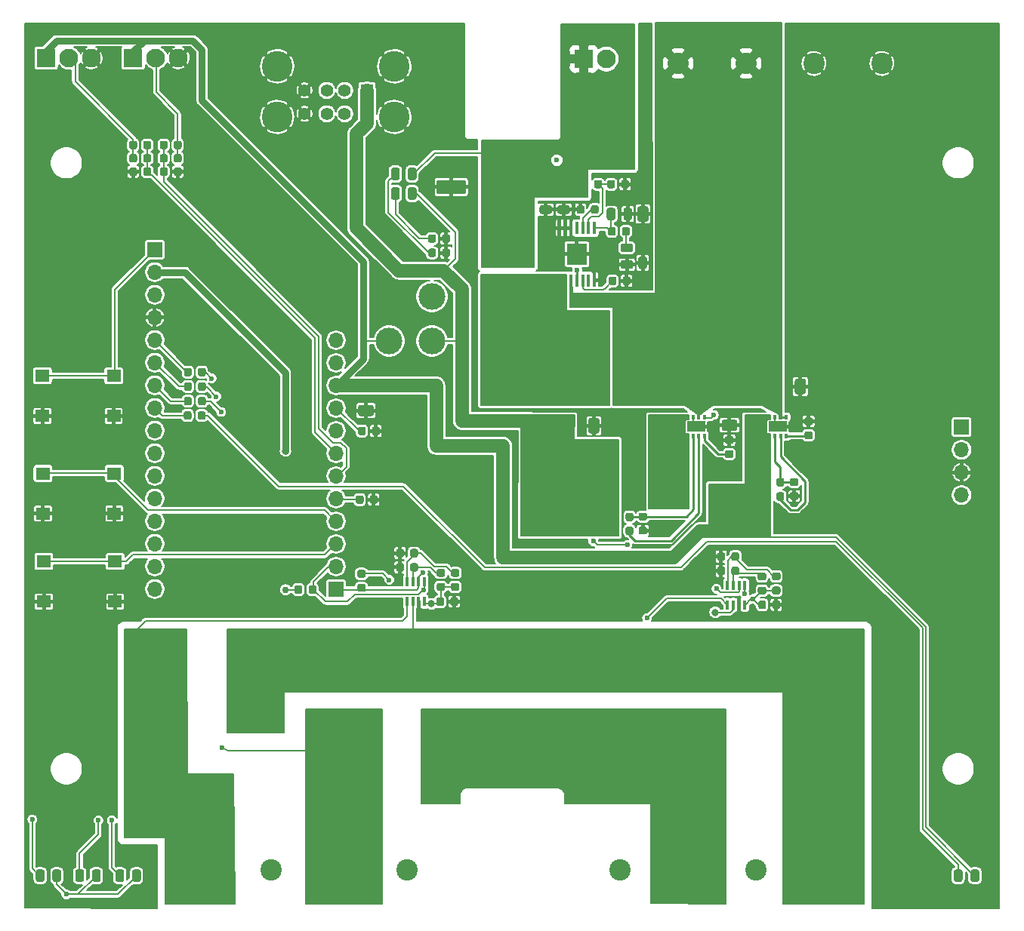
<source format=gbr>
%TF.GenerationSoftware,KiCad,Pcbnew,5.1.6-c6e7f7d~86~ubuntu18.04.1*%
%TF.CreationDate,2020-06-14T11:54:17-05:00*%
%TF.ProjectId,Hydroponics,48796472-6f70-46f6-9e69-63732e6b6963,rev?*%
%TF.SameCoordinates,Original*%
%TF.FileFunction,Copper,L1,Top*%
%TF.FilePolarity,Positive*%
%FSLAX46Y46*%
G04 Gerber Fmt 4.6, Leading zero omitted, Abs format (unit mm)*
G04 Created by KiCad (PCBNEW 5.1.6-c6e7f7d~86~ubuntu18.04.1) date 2020-06-14 11:54:17*
%MOMM*%
%LPD*%
G01*
G04 APERTURE LIST*
%TA.AperFunction,SMDPad,CuDef*%
%ADD10R,1.600000X1.400000*%
%TD*%
%TA.AperFunction,ComponentPad*%
%ADD11O,1.700000X1.700000*%
%TD*%
%TA.AperFunction,ComponentPad*%
%ADD12R,1.700000X1.700000*%
%TD*%
%TA.AperFunction,SMDPad,CuDef*%
%ADD13R,3.940000X5.840000*%
%TD*%
%TA.AperFunction,ComponentPad*%
%ADD14C,3.000000*%
%TD*%
%TA.AperFunction,SMDPad,CuDef*%
%ADD15R,1.390000X1.400000*%
%TD*%
%TA.AperFunction,SMDPad,CuDef*%
%ADD16R,3.360000X4.860000*%
%TD*%
%TA.AperFunction,ComponentPad*%
%ADD17C,3.450000*%
%TD*%
%TA.AperFunction,ComponentPad*%
%ADD18C,1.400000*%
%TD*%
%TA.AperFunction,ComponentPad*%
%ADD19R,1.400000X1.400000*%
%TD*%
%TA.AperFunction,ComponentPad*%
%ADD20C,2.100000*%
%TD*%
%TA.AperFunction,ComponentPad*%
%ADD21R,2.100000X2.100000*%
%TD*%
%TA.AperFunction,SMDPad,CuDef*%
%ADD22R,3.200000X4.000000*%
%TD*%
%TA.AperFunction,SMDPad,CuDef*%
%ADD23R,2.000000X1.200000*%
%TD*%
%TA.AperFunction,SMDPad,CuDef*%
%ADD24R,0.410000X0.510000*%
%TD*%
%TA.AperFunction,SMDPad,CuDef*%
%ADD25R,2.500000X3.300000*%
%TD*%
%TA.AperFunction,ComponentPad*%
%ADD26C,2.400000*%
%TD*%
%TA.AperFunction,SMDPad,CuDef*%
%ADD27R,0.400000X1.060000*%
%TD*%
%TA.AperFunction,SMDPad,CuDef*%
%ADD28R,2.310000X2.460000*%
%TD*%
%TA.AperFunction,SMDPad,CuDef*%
%ADD29R,0.450000X1.475000*%
%TD*%
%TA.AperFunction,ViaPad*%
%ADD30C,0.600000*%
%TD*%
%TA.AperFunction,ViaPad*%
%ADD31C,0.800000*%
%TD*%
%TA.AperFunction,ViaPad*%
%ADD32C,0.762000*%
%TD*%
%TA.AperFunction,Conductor*%
%ADD33C,0.203200*%
%TD*%
%TA.AperFunction,Conductor*%
%ADD34C,0.762000*%
%TD*%
%TA.AperFunction,Conductor*%
%ADD35C,0.250000*%
%TD*%
%TA.AperFunction,Conductor*%
%ADD36C,1.524000*%
%TD*%
%TA.AperFunction,Conductor*%
%ADD37C,0.152400*%
%TD*%
G04 APERTURE END LIST*
D10*
%TO.P,S2,1*%
%TO.N,GND*%
X10327000Y-44402900D03*
%TO.P,S2,2*%
X2327000Y-44402900D03*
%TO.P,S2,3*%
%TO.N,/RESET*%
X10327000Y-39902900D03*
%TO.P,S2,4*%
X2327000Y-39902900D03*
%TD*%
D11*
%TO.P,J4,12*%
%TO.N,Net-(J4-Pad12)*%
X35240000Y-35910000D03*
%TO.P,J4,11*%
%TO.N,Net-(J4-Pad11)*%
X35240000Y-38450000D03*
%TO.P,J4,10*%
%TO.N,+5V*%
X35240000Y-40990000D03*
%TO.P,J4,9*%
%TO.N,/PUMP_EN*%
X35240000Y-43530000D03*
%TO.P,J4,8*%
%TO.N,Net-(J4-Pad8)*%
X35240000Y-46070000D03*
%TO.P,J4,7*%
%TO.N,/FLOW_IN*%
X35240000Y-48610000D03*
%TO.P,J4,6*%
%TO.N,/FLOW_OUT*%
X35240000Y-51150000D03*
%TO.P,J4,5*%
%TO.N,/5V_USB_EN*%
X35240000Y-53690000D03*
%TO.P,J4,4*%
%TO.N,/PUMP_MODE*%
X35240000Y-56230000D03*
%TO.P,J4,3*%
%TO.N,/AERATOR*%
X35240000Y-58770000D03*
%TO.P,J4,2*%
%TO.N,/SCL*%
X35240000Y-61310000D03*
D12*
%TO.P,J4,1*%
%TO.N,/SDA*%
X35240000Y-63850000D03*
%TD*%
%TO.P,R38,2*%
%TO.N,/CC_BATT+*%
%TA.AperFunction,SMDPad,CuDef*%
G36*
G01*
X23025000Y-71575001D02*
X23025000Y-68724999D01*
G75*
G02*
X23274999Y-68475000I249999J0D01*
G01*
X24125001Y-68475000D01*
G75*
G02*
X24375000Y-68724999I0J-249999D01*
G01*
X24375000Y-71575001D01*
G75*
G02*
X24125001Y-71825000I-249999J0D01*
G01*
X23274999Y-71825000D01*
G75*
G02*
X23025000Y-71575001I0J249999D01*
G01*
G37*
%TD.AperFunction*%
%TO.P,R38,1*%
%TO.N,/BATT+*%
%TA.AperFunction,SMDPad,CuDef*%
G36*
G01*
X17225000Y-71575001D02*
X17225000Y-68724999D01*
G75*
G02*
X17474999Y-68475000I249999J0D01*
G01*
X18325001Y-68475000D01*
G75*
G02*
X18575000Y-68724999I0J-249999D01*
G01*
X18575000Y-71575001D01*
G75*
G02*
X18325001Y-71825000I-249999J0D01*
G01*
X17474999Y-71825000D01*
G75*
G02*
X17225000Y-71575001I0J249999D01*
G01*
G37*
%TD.AperFunction*%
%TD*%
D13*
%TO.P,R37,2*%
%TO.N,/CC_BATT+*%
X25300000Y-76150000D03*
%TO.P,R37,1*%
%TO.N,/BATT+*%
X16150000Y-76150000D03*
%TD*%
%TO.P,R29,2*%
%TO.N,/CC_SOL+*%
X47150000Y-84750000D03*
%TO.P,R29,1*%
%TO.N,/SOLAR+*%
X38000000Y-84750000D03*
%TD*%
D14*
%TO.P,TP3,1*%
%TO.N,+24V*%
X46000000Y-31000000D03*
%TD*%
%TO.P,TP2,1*%
%TO.N,/5V_USB*%
X46000000Y-36000000D03*
%TD*%
%TO.P,TP1,1*%
%TO.N,+5V*%
X41200000Y-36000000D03*
%TD*%
D15*
%TO.P,D6,2*%
%TO.N,Net-(D6-Pad2)*%
X55570000Y-29237000D03*
X53730000Y-29237000D03*
D16*
%TO.P,D6,1*%
%TO.N,+24V*%
X54650000Y-25255000D03*
%TD*%
D17*
%TO.P,J6,MH4*%
%TO.N,GND*%
X41780000Y-10850000D03*
%TO.P,J6,MH3*%
X28640000Y-10850000D03*
%TO.P,J6,MH2*%
X28640000Y-5170000D03*
%TO.P,J6,MH1*%
X41780000Y-5170000D03*
D18*
%TO.P,J6,8*%
%TO.N,/5V_USB*%
X38710000Y-10500000D03*
%TO.P,J6,7*%
%TO.N,Net-(J6-Pad7)*%
X36210000Y-10500000D03*
%TO.P,J6,6*%
%TO.N,Net-(J6-Pad6)*%
X34210000Y-10500000D03*
%TO.P,J6,5*%
%TO.N,GND*%
X31710000Y-10500000D03*
%TO.P,J6,4*%
X31710000Y-7880000D03*
%TO.P,J6,3*%
%TO.N,Net-(J6-Pad3)*%
X34210000Y-7880000D03*
%TO.P,J6,2*%
%TO.N,Net-(J6-Pad2)*%
X36210000Y-7880000D03*
D19*
%TO.P,J6,1*%
%TO.N,/5V_USB*%
X38710000Y-7880000D03*
%TD*%
%TO.P,R24,2*%
%TO.N,/FLOW_OUT*%
%TA.AperFunction,SMDPad,CuDef*%
G36*
G01*
X16362500Y-16743750D02*
X16362500Y-17256250D01*
G75*
G02*
X16143750Y-17475000I-218750J0D01*
G01*
X15706250Y-17475000D01*
G75*
G02*
X15487500Y-17256250I0J218750D01*
G01*
X15487500Y-16743750D01*
G75*
G02*
X15706250Y-16525000I218750J0D01*
G01*
X16143750Y-16525000D01*
G75*
G02*
X16362500Y-16743750I0J-218750D01*
G01*
G37*
%TD.AperFunction*%
%TO.P,R24,1*%
%TO.N,GND*%
%TA.AperFunction,SMDPad,CuDef*%
G36*
G01*
X17937500Y-16743750D02*
X17937500Y-17256250D01*
G75*
G02*
X17718750Y-17475000I-218750J0D01*
G01*
X17281250Y-17475000D01*
G75*
G02*
X17062500Y-17256250I0J218750D01*
G01*
X17062500Y-16743750D01*
G75*
G02*
X17281250Y-16525000I218750J0D01*
G01*
X17718750Y-16525000D01*
G75*
G02*
X17937500Y-16743750I0J-218750D01*
G01*
G37*
%TD.AperFunction*%
%TD*%
%TO.P,R23,2*%
%TO.N,/FLOW_IN*%
%TA.AperFunction,SMDPad,CuDef*%
G36*
G01*
X13637500Y-17256250D02*
X13637500Y-16743750D01*
G75*
G02*
X13856250Y-16525000I218750J0D01*
G01*
X14293750Y-16525000D01*
G75*
G02*
X14512500Y-16743750I0J-218750D01*
G01*
X14512500Y-17256250D01*
G75*
G02*
X14293750Y-17475000I-218750J0D01*
G01*
X13856250Y-17475000D01*
G75*
G02*
X13637500Y-17256250I0J218750D01*
G01*
G37*
%TD.AperFunction*%
%TO.P,R23,1*%
%TO.N,GND*%
%TA.AperFunction,SMDPad,CuDef*%
G36*
G01*
X12062500Y-17256250D02*
X12062500Y-16743750D01*
G75*
G02*
X12281250Y-16525000I218750J0D01*
G01*
X12718750Y-16525000D01*
G75*
G02*
X12937500Y-16743750I0J-218750D01*
G01*
X12937500Y-17256250D01*
G75*
G02*
X12718750Y-17475000I-218750J0D01*
G01*
X12281250Y-17475000D01*
G75*
G02*
X12062500Y-17256250I0J218750D01*
G01*
G37*
%TD.AperFunction*%
%TD*%
%TO.P,R22,2*%
%TO.N,/FLOW_OUT*%
%TA.AperFunction,SMDPad,CuDef*%
G36*
G01*
X16362500Y-15243750D02*
X16362500Y-15756250D01*
G75*
G02*
X16143750Y-15975000I-218750J0D01*
G01*
X15706250Y-15975000D01*
G75*
G02*
X15487500Y-15756250I0J218750D01*
G01*
X15487500Y-15243750D01*
G75*
G02*
X15706250Y-15025000I218750J0D01*
G01*
X16143750Y-15025000D01*
G75*
G02*
X16362500Y-15243750I0J-218750D01*
G01*
G37*
%TD.AperFunction*%
%TO.P,R22,1*%
%TO.N,Net-(J9-Pad2)*%
%TA.AperFunction,SMDPad,CuDef*%
G36*
G01*
X17937500Y-15243750D02*
X17937500Y-15756250D01*
G75*
G02*
X17718750Y-15975000I-218750J0D01*
G01*
X17281250Y-15975000D01*
G75*
G02*
X17062500Y-15756250I0J218750D01*
G01*
X17062500Y-15243750D01*
G75*
G02*
X17281250Y-15025000I218750J0D01*
G01*
X17718750Y-15025000D01*
G75*
G02*
X17937500Y-15243750I0J-218750D01*
G01*
G37*
%TD.AperFunction*%
%TD*%
%TO.P,R21,2*%
%TO.N,/FLOW_IN*%
%TA.AperFunction,SMDPad,CuDef*%
G36*
G01*
X13637500Y-15756250D02*
X13637500Y-15243750D01*
G75*
G02*
X13856250Y-15025000I218750J0D01*
G01*
X14293750Y-15025000D01*
G75*
G02*
X14512500Y-15243750I0J-218750D01*
G01*
X14512500Y-15756250D01*
G75*
G02*
X14293750Y-15975000I-218750J0D01*
G01*
X13856250Y-15975000D01*
G75*
G02*
X13637500Y-15756250I0J218750D01*
G01*
G37*
%TD.AperFunction*%
%TO.P,R21,1*%
%TO.N,Net-(J8-Pad2)*%
%TA.AperFunction,SMDPad,CuDef*%
G36*
G01*
X12062500Y-15756250D02*
X12062500Y-15243750D01*
G75*
G02*
X12281250Y-15025000I218750J0D01*
G01*
X12718750Y-15025000D01*
G75*
G02*
X12937500Y-15243750I0J-218750D01*
G01*
X12937500Y-15756250D01*
G75*
G02*
X12718750Y-15975000I-218750J0D01*
G01*
X12281250Y-15975000D01*
G75*
G02*
X12062500Y-15756250I0J218750D01*
G01*
G37*
%TD.AperFunction*%
%TD*%
%TO.P,R20,2*%
%TO.N,/FLOW_OUT*%
%TA.AperFunction,SMDPad,CuDef*%
G36*
G01*
X16362500Y-13743750D02*
X16362500Y-14256250D01*
G75*
G02*
X16143750Y-14475000I-218750J0D01*
G01*
X15706250Y-14475000D01*
G75*
G02*
X15487500Y-14256250I0J218750D01*
G01*
X15487500Y-13743750D01*
G75*
G02*
X15706250Y-13525000I218750J0D01*
G01*
X16143750Y-13525000D01*
G75*
G02*
X16362500Y-13743750I0J-218750D01*
G01*
G37*
%TD.AperFunction*%
%TO.P,R20,1*%
%TO.N,Net-(J9-Pad2)*%
%TA.AperFunction,SMDPad,CuDef*%
G36*
G01*
X17937500Y-13743750D02*
X17937500Y-14256250D01*
G75*
G02*
X17718750Y-14475000I-218750J0D01*
G01*
X17281250Y-14475000D01*
G75*
G02*
X17062500Y-14256250I0J218750D01*
G01*
X17062500Y-13743750D01*
G75*
G02*
X17281250Y-13525000I218750J0D01*
G01*
X17718750Y-13525000D01*
G75*
G02*
X17937500Y-13743750I0J-218750D01*
G01*
G37*
%TD.AperFunction*%
%TD*%
%TO.P,R19,2*%
%TO.N,/FLOW_IN*%
%TA.AperFunction,SMDPad,CuDef*%
G36*
G01*
X13637500Y-14256250D02*
X13637500Y-13743750D01*
G75*
G02*
X13856250Y-13525000I218750J0D01*
G01*
X14293750Y-13525000D01*
G75*
G02*
X14512500Y-13743750I0J-218750D01*
G01*
X14512500Y-14256250D01*
G75*
G02*
X14293750Y-14475000I-218750J0D01*
G01*
X13856250Y-14475000D01*
G75*
G02*
X13637500Y-14256250I0J218750D01*
G01*
G37*
%TD.AperFunction*%
%TO.P,R19,1*%
%TO.N,Net-(J8-Pad2)*%
%TA.AperFunction,SMDPad,CuDef*%
G36*
G01*
X12062500Y-14256250D02*
X12062500Y-13743750D01*
G75*
G02*
X12281250Y-13525000I218750J0D01*
G01*
X12718750Y-13525000D01*
G75*
G02*
X12937500Y-13743750I0J-218750D01*
G01*
X12937500Y-14256250D01*
G75*
G02*
X12718750Y-14475000I-218750J0D01*
G01*
X12281250Y-14475000D01*
G75*
G02*
X12062500Y-14256250I0J218750D01*
G01*
G37*
%TD.AperFunction*%
%TD*%
D20*
%TO.P,J9,3*%
%TO.N,GND*%
X17580000Y-4250000D03*
%TO.P,J9,2*%
%TO.N,Net-(J9-Pad2)*%
X15040000Y-4250000D03*
D21*
%TO.P,J9,1*%
%TO.N,+5V*%
X12500000Y-4250000D03*
%TD*%
%TO.P,C7,2*%
%TO.N,GND*%
%TA.AperFunction,SMDPad,CuDef*%
G36*
G01*
X49825000Y-18175000D02*
X49825000Y-19275000D01*
G75*
G02*
X49575000Y-19525000I-250000J0D01*
G01*
X46750000Y-19525000D01*
G75*
G02*
X46500000Y-19275000I0J250000D01*
G01*
X46500000Y-18175000D01*
G75*
G02*
X46750000Y-17925000I250000J0D01*
G01*
X49575000Y-17925000D01*
G75*
G02*
X49825000Y-18175000I0J-250000D01*
G01*
G37*
%TD.AperFunction*%
%TO.P,C7,1*%
%TO.N,+24V*%
%TA.AperFunction,SMDPad,CuDef*%
G36*
G01*
X54900000Y-18175000D02*
X54900000Y-19275000D01*
G75*
G02*
X54650000Y-19525000I-250000J0D01*
G01*
X51825000Y-19525000D01*
G75*
G02*
X51575000Y-19275000I0J250000D01*
G01*
X51575000Y-18175000D01*
G75*
G02*
X51825000Y-17925000I250000J0D01*
G01*
X54650000Y-17925000D01*
G75*
G02*
X54900000Y-18175000I0J-250000D01*
G01*
G37*
%TD.AperFunction*%
%TD*%
D22*
%TO.P,L1,2*%
%TO.N,Net-(D6-Pad2)*%
X60575000Y-37075000D03*
%TO.P,L1,1*%
%TO.N,+12V*%
X71575000Y-37075000D03*
%TD*%
%TO.P,R36,2*%
%TO.N,GND*%
%TA.AperFunction,SMDPad,CuDef*%
G36*
G01*
X47150000Y-26356250D02*
X47150000Y-25843750D01*
G75*
G02*
X47368750Y-25625000I218750J0D01*
G01*
X47806250Y-25625000D01*
G75*
G02*
X48025000Y-25843750I0J-218750D01*
G01*
X48025000Y-26356250D01*
G75*
G02*
X47806250Y-26575000I-218750J0D01*
G01*
X47368750Y-26575000D01*
G75*
G02*
X47150000Y-26356250I0J218750D01*
G01*
G37*
%TD.AperFunction*%
%TO.P,R36,1*%
%TO.N,Net-(D8-Pad1)*%
%TA.AperFunction,SMDPad,CuDef*%
G36*
G01*
X45575000Y-26356250D02*
X45575000Y-25843750D01*
G75*
G02*
X45793750Y-25625000I218750J0D01*
G01*
X46231250Y-25625000D01*
G75*
G02*
X46450000Y-25843750I0J-218750D01*
G01*
X46450000Y-26356250D01*
G75*
G02*
X46231250Y-26575000I-218750J0D01*
G01*
X45793750Y-26575000D01*
G75*
G02*
X45575000Y-26356250I0J218750D01*
G01*
G37*
%TD.AperFunction*%
%TD*%
%TO.P,R35,2*%
%TO.N,GND*%
%TA.AperFunction,SMDPad,CuDef*%
G36*
G01*
X47137500Y-24756250D02*
X47137500Y-24243750D01*
G75*
G02*
X47356250Y-24025000I218750J0D01*
G01*
X47793750Y-24025000D01*
G75*
G02*
X48012500Y-24243750I0J-218750D01*
G01*
X48012500Y-24756250D01*
G75*
G02*
X47793750Y-24975000I-218750J0D01*
G01*
X47356250Y-24975000D01*
G75*
G02*
X47137500Y-24756250I0J218750D01*
G01*
G37*
%TD.AperFunction*%
%TO.P,R35,1*%
%TO.N,Net-(D7-Pad1)*%
%TA.AperFunction,SMDPad,CuDef*%
G36*
G01*
X45562500Y-24756250D02*
X45562500Y-24243750D01*
G75*
G02*
X45781250Y-24025000I218750J0D01*
G01*
X46218750Y-24025000D01*
G75*
G02*
X46437500Y-24243750I0J-218750D01*
G01*
X46437500Y-24756250D01*
G75*
G02*
X46218750Y-24975000I-218750J0D01*
G01*
X45781250Y-24975000D01*
G75*
G02*
X45562500Y-24756250I0J218750D01*
G01*
G37*
%TD.AperFunction*%
%TD*%
D20*
%TO.P,J10,2*%
%TO.N,GND*%
X65540000Y-4350000D03*
D21*
%TO.P,J10,1*%
%TO.N,+24V*%
X63000000Y-4350000D03*
%TD*%
%TO.P,D8,2*%
%TO.N,+24V*%
%TA.AperFunction,SMDPad,CuDef*%
G36*
G01*
X43287500Y-17706250D02*
X43287500Y-16793750D01*
G75*
G02*
X43531250Y-16550000I243750J0D01*
G01*
X44018750Y-16550000D01*
G75*
G02*
X44262500Y-16793750I0J-243750D01*
G01*
X44262500Y-17706250D01*
G75*
G02*
X44018750Y-17950000I-243750J0D01*
G01*
X43531250Y-17950000D01*
G75*
G02*
X43287500Y-17706250I0J243750D01*
G01*
G37*
%TD.AperFunction*%
%TO.P,D8,1*%
%TO.N,Net-(D8-Pad1)*%
%TA.AperFunction,SMDPad,CuDef*%
G36*
G01*
X41412500Y-17706250D02*
X41412500Y-16793750D01*
G75*
G02*
X41656250Y-16550000I243750J0D01*
G01*
X42143750Y-16550000D01*
G75*
G02*
X42387500Y-16793750I0J-243750D01*
G01*
X42387500Y-17706250D01*
G75*
G02*
X42143750Y-17950000I-243750J0D01*
G01*
X41656250Y-17950000D01*
G75*
G02*
X41412500Y-17706250I0J243750D01*
G01*
G37*
%TD.AperFunction*%
%TD*%
%TO.P,D7,2*%
%TO.N,/5V_USB*%
%TA.AperFunction,SMDPad,CuDef*%
G36*
G01*
X43287500Y-19906250D02*
X43287500Y-18993750D01*
G75*
G02*
X43531250Y-18750000I243750J0D01*
G01*
X44018750Y-18750000D01*
G75*
G02*
X44262500Y-18993750I0J-243750D01*
G01*
X44262500Y-19906250D01*
G75*
G02*
X44018750Y-20150000I-243750J0D01*
G01*
X43531250Y-20150000D01*
G75*
G02*
X43287500Y-19906250I0J243750D01*
G01*
G37*
%TD.AperFunction*%
%TO.P,D7,1*%
%TO.N,Net-(D7-Pad1)*%
%TA.AperFunction,SMDPad,CuDef*%
G36*
G01*
X41412500Y-19906250D02*
X41412500Y-18993750D01*
G75*
G02*
X41656250Y-18750000I243750J0D01*
G01*
X42143750Y-18750000D01*
G75*
G02*
X42387500Y-18993750I0J-243750D01*
G01*
X42387500Y-19906250D01*
G75*
G02*
X42143750Y-20150000I-243750J0D01*
G01*
X41656250Y-20150000D01*
G75*
G02*
X41412500Y-19906250I0J243750D01*
G01*
G37*
%TD.AperFunction*%
%TD*%
D10*
%TO.P,S3,4*%
%TO.N,/AERATOR*%
X2479400Y-60729100D03*
%TO.P,S3,3*%
X10479400Y-60729100D03*
%TO.P,S3,2*%
%TO.N,GND*%
X2479400Y-65229100D03*
%TO.P,S3,1*%
X10479400Y-65229100D03*
%TD*%
%TO.P,S1,4*%
%TO.N,/PUMP_MODE*%
X2377800Y-50864100D03*
%TO.P,S1,3*%
X10377800Y-50864100D03*
%TO.P,S1,2*%
%TO.N,GND*%
X2377800Y-55364100D03*
%TO.P,S1,1*%
X10377800Y-55364100D03*
%TD*%
%TO.P,R13,2*%
%TO.N,Net-(D5-Pad1)*%
%TA.AperFunction,SMDPad,CuDef*%
G36*
G01*
X19766400Y-43000250D02*
X19766400Y-42487750D01*
G75*
G02*
X19985150Y-42269000I218750J0D01*
G01*
X20422650Y-42269000D01*
G75*
G02*
X20641400Y-42487750I0J-218750D01*
G01*
X20641400Y-43000250D01*
G75*
G02*
X20422650Y-43219000I-218750J0D01*
G01*
X19985150Y-43219000D01*
G75*
G02*
X19766400Y-43000250I0J218750D01*
G01*
G37*
%TD.AperFunction*%
%TO.P,R13,1*%
%TO.N,/PUMP_OFF*%
%TA.AperFunction,SMDPad,CuDef*%
G36*
G01*
X18191400Y-43000250D02*
X18191400Y-42487750D01*
G75*
G02*
X18410150Y-42269000I218750J0D01*
G01*
X18847650Y-42269000D01*
G75*
G02*
X19066400Y-42487750I0J-218750D01*
G01*
X19066400Y-43000250D01*
G75*
G02*
X18847650Y-43219000I-218750J0D01*
G01*
X18410150Y-43219000D01*
G75*
G02*
X18191400Y-43000250I0J218750D01*
G01*
G37*
%TD.AperFunction*%
%TD*%
%TO.P,R11,2*%
%TO.N,Net-(D4-Pad1)*%
%TA.AperFunction,SMDPad,CuDef*%
G36*
G01*
X19740900Y-44625850D02*
X19740900Y-44113350D01*
G75*
G02*
X19959650Y-43894600I218750J0D01*
G01*
X20397150Y-43894600D01*
G75*
G02*
X20615900Y-44113350I0J-218750D01*
G01*
X20615900Y-44625850D01*
G75*
G02*
X20397150Y-44844600I-218750J0D01*
G01*
X19959650Y-44844600D01*
G75*
G02*
X19740900Y-44625850I0J218750D01*
G01*
G37*
%TD.AperFunction*%
%TO.P,R11,1*%
%TO.N,/STATUS*%
%TA.AperFunction,SMDPad,CuDef*%
G36*
G01*
X18165900Y-44625850D02*
X18165900Y-44113350D01*
G75*
G02*
X18384650Y-43894600I218750J0D01*
G01*
X18822150Y-43894600D01*
G75*
G02*
X19040900Y-44113350I0J-218750D01*
G01*
X19040900Y-44625850D01*
G75*
G02*
X18822150Y-44844600I-218750J0D01*
G01*
X18384650Y-44844600D01*
G75*
G02*
X18165900Y-44625850I0J218750D01*
G01*
G37*
%TD.AperFunction*%
%TD*%
%TO.P,R10,2*%
%TO.N,Net-(D3-Pad1)*%
%TA.AperFunction,SMDPad,CuDef*%
G36*
G01*
X19766400Y-41374650D02*
X19766400Y-40862150D01*
G75*
G02*
X19985150Y-40643400I218750J0D01*
G01*
X20422650Y-40643400D01*
G75*
G02*
X20641400Y-40862150I0J-218750D01*
G01*
X20641400Y-41374650D01*
G75*
G02*
X20422650Y-41593400I-218750J0D01*
G01*
X19985150Y-41593400D01*
G75*
G02*
X19766400Y-41374650I0J218750D01*
G01*
G37*
%TD.AperFunction*%
%TO.P,R10,1*%
%TO.N,/PUMP_ON*%
%TA.AperFunction,SMDPad,CuDef*%
G36*
G01*
X18191400Y-41374650D02*
X18191400Y-40862150D01*
G75*
G02*
X18410150Y-40643400I218750J0D01*
G01*
X18847650Y-40643400D01*
G75*
G02*
X19066400Y-40862150I0J-218750D01*
G01*
X19066400Y-41374650D01*
G75*
G02*
X18847650Y-41593400I-218750J0D01*
G01*
X18410150Y-41593400D01*
G75*
G02*
X18191400Y-41374650I0J218750D01*
G01*
G37*
%TD.AperFunction*%
%TD*%
%TO.P,R8,2*%
%TO.N,Net-(D2-Pad1)*%
%TA.AperFunction,SMDPad,CuDef*%
G36*
G01*
X19766400Y-39749050D02*
X19766400Y-39236550D01*
G75*
G02*
X19985150Y-39017800I218750J0D01*
G01*
X20422650Y-39017800D01*
G75*
G02*
X20641400Y-39236550I0J-218750D01*
G01*
X20641400Y-39749050D01*
G75*
G02*
X20422650Y-39967800I-218750J0D01*
G01*
X19985150Y-39967800D01*
G75*
G02*
X19766400Y-39749050I0J218750D01*
G01*
G37*
%TD.AperFunction*%
%TO.P,R8,1*%
%TO.N,/PUMP_AUTO*%
%TA.AperFunction,SMDPad,CuDef*%
G36*
G01*
X18191400Y-39749050D02*
X18191400Y-39236550D01*
G75*
G02*
X18410150Y-39017800I218750J0D01*
G01*
X18847650Y-39017800D01*
G75*
G02*
X19066400Y-39236550I0J-218750D01*
G01*
X19066400Y-39749050D01*
G75*
G02*
X18847650Y-39967800I-218750J0D01*
G01*
X18410150Y-39967800D01*
G75*
G02*
X18191400Y-39749050I0J218750D01*
G01*
G37*
%TD.AperFunction*%
%TD*%
%TO.P,D5,2*%
%TO.N,+5V*%
%TA.AperFunction,SMDPad,CuDef*%
G36*
G01*
X12387500Y-96456250D02*
X12387500Y-95543750D01*
G75*
G02*
X12631250Y-95300000I243750J0D01*
G01*
X13118750Y-95300000D01*
G75*
G02*
X13362500Y-95543750I0J-243750D01*
G01*
X13362500Y-96456250D01*
G75*
G02*
X13118750Y-96700000I-243750J0D01*
G01*
X12631250Y-96700000D01*
G75*
G02*
X12387500Y-96456250I0J243750D01*
G01*
G37*
%TD.AperFunction*%
%TO.P,D5,1*%
%TO.N,Net-(D5-Pad1)*%
%TA.AperFunction,SMDPad,CuDef*%
G36*
G01*
X10512500Y-96456250D02*
X10512500Y-95543750D01*
G75*
G02*
X10756250Y-95300000I243750J0D01*
G01*
X11243750Y-95300000D01*
G75*
G02*
X11487500Y-95543750I0J-243750D01*
G01*
X11487500Y-96456250D01*
G75*
G02*
X11243750Y-96700000I-243750J0D01*
G01*
X10756250Y-96700000D01*
G75*
G02*
X10512500Y-96456250I0J243750D01*
G01*
G37*
%TD.AperFunction*%
%TD*%
%TO.P,D4,2*%
%TO.N,+5V*%
%TA.AperFunction,SMDPad,CuDef*%
G36*
G01*
X106387500Y-96456250D02*
X106387500Y-95543750D01*
G75*
G02*
X106631250Y-95300000I243750J0D01*
G01*
X107118750Y-95300000D01*
G75*
G02*
X107362500Y-95543750I0J-243750D01*
G01*
X107362500Y-96456250D01*
G75*
G02*
X107118750Y-96700000I-243750J0D01*
G01*
X106631250Y-96700000D01*
G75*
G02*
X106387500Y-96456250I0J243750D01*
G01*
G37*
%TD.AperFunction*%
%TO.P,D4,1*%
%TO.N,Net-(D4-Pad1)*%
%TA.AperFunction,SMDPad,CuDef*%
G36*
G01*
X104512500Y-96456250D02*
X104512500Y-95543750D01*
G75*
G02*
X104756250Y-95300000I243750J0D01*
G01*
X105243750Y-95300000D01*
G75*
G02*
X105487500Y-95543750I0J-243750D01*
G01*
X105487500Y-96456250D01*
G75*
G02*
X105243750Y-96700000I-243750J0D01*
G01*
X104756250Y-96700000D01*
G75*
G02*
X104512500Y-96456250I0J243750D01*
G01*
G37*
%TD.AperFunction*%
%TD*%
%TO.P,D3,2*%
%TO.N,+5V*%
%TA.AperFunction,SMDPad,CuDef*%
G36*
G01*
X7887500Y-96456250D02*
X7887500Y-95543750D01*
G75*
G02*
X8131250Y-95300000I243750J0D01*
G01*
X8618750Y-95300000D01*
G75*
G02*
X8862500Y-95543750I0J-243750D01*
G01*
X8862500Y-96456250D01*
G75*
G02*
X8618750Y-96700000I-243750J0D01*
G01*
X8131250Y-96700000D01*
G75*
G02*
X7887500Y-96456250I0J243750D01*
G01*
G37*
%TD.AperFunction*%
%TO.P,D3,1*%
%TO.N,Net-(D3-Pad1)*%
%TA.AperFunction,SMDPad,CuDef*%
G36*
G01*
X6012500Y-96456250D02*
X6012500Y-95543750D01*
G75*
G02*
X6256250Y-95300000I243750J0D01*
G01*
X6743750Y-95300000D01*
G75*
G02*
X6987500Y-95543750I0J-243750D01*
G01*
X6987500Y-96456250D01*
G75*
G02*
X6743750Y-96700000I-243750J0D01*
G01*
X6256250Y-96700000D01*
G75*
G02*
X6012500Y-96456250I0J243750D01*
G01*
G37*
%TD.AperFunction*%
%TD*%
%TO.P,D2,2*%
%TO.N,+5V*%
%TA.AperFunction,SMDPad,CuDef*%
G36*
G01*
X3450000Y-96456250D02*
X3450000Y-95543750D01*
G75*
G02*
X3693750Y-95300000I243750J0D01*
G01*
X4181250Y-95300000D01*
G75*
G02*
X4425000Y-95543750I0J-243750D01*
G01*
X4425000Y-96456250D01*
G75*
G02*
X4181250Y-96700000I-243750J0D01*
G01*
X3693750Y-96700000D01*
G75*
G02*
X3450000Y-96456250I0J243750D01*
G01*
G37*
%TD.AperFunction*%
%TO.P,D2,1*%
%TO.N,Net-(D2-Pad1)*%
%TA.AperFunction,SMDPad,CuDef*%
G36*
G01*
X1575000Y-96456250D02*
X1575000Y-95543750D01*
G75*
G02*
X1818750Y-95300000I243750J0D01*
G01*
X2306250Y-95300000D01*
G75*
G02*
X2550000Y-95543750I0J-243750D01*
G01*
X2550000Y-96456250D01*
G75*
G02*
X2306250Y-96700000I-243750J0D01*
G01*
X1818750Y-96700000D01*
G75*
G02*
X1575000Y-96456250I0J243750D01*
G01*
G37*
%TD.AperFunction*%
%TD*%
D23*
%TO.P,IC2,9*%
%TO.N,GND*%
X75600000Y-45600000D03*
D24*
%TO.P,IC2,8*%
%TO.N,Net-(C5-Pad1)*%
X76575000Y-46650000D03*
%TO.P,IC2,7*%
%TO.N,Net-(IC2-Pad7)*%
X75925000Y-46650000D03*
%TO.P,IC2,6*%
%TO.N,Net-(IC2-Pad6)*%
X75275000Y-46650000D03*
%TO.P,IC2,5*%
%TO.N,Net-(D1-Pad2)*%
X74625000Y-46650000D03*
%TO.P,IC2,4*%
X74625000Y-44550000D03*
%TO.P,IC2,3*%
%TO.N,GND*%
X75275000Y-44550000D03*
%TO.P,IC2,2*%
%TO.N,+12V*%
X75925000Y-44550000D03*
%TO.P,IC2,1*%
%TO.N,/5V_USB_EN*%
X76575000Y-44550000D03*
%TD*%
D23*
%TO.P,IC1,9*%
%TO.N,GND*%
X84750000Y-45600000D03*
D24*
%TO.P,IC1,8*%
%TO.N,Net-(C3-Pad1)*%
X85725000Y-46650000D03*
%TO.P,IC1,7*%
%TO.N,Net-(IC1-Pad7)*%
X85075000Y-46650000D03*
%TO.P,IC1,6*%
%TO.N,Net-(IC1-Pad6)*%
X84425000Y-46650000D03*
%TO.P,IC1,5*%
%TO.N,+5V*%
X83775000Y-46650000D03*
%TO.P,IC1,4*%
X83775000Y-44550000D03*
%TO.P,IC1,3*%
%TO.N,GND*%
X84425000Y-44550000D03*
%TO.P,IC1,2*%
%TO.N,+12V*%
X85075000Y-44550000D03*
%TO.P,IC1,1*%
X85725000Y-44550000D03*
%TD*%
D25*
%TO.P,D1,2*%
%TO.N,Net-(D1-Pad2)*%
X71550000Y-51550000D03*
%TO.P,D1,1*%
%TO.N,/5V_USB*%
X64750000Y-51550000D03*
%TD*%
D11*
%TO.P,U1,4*%
%TO.N,/SCL*%
X105370000Y-53285000D03*
%TO.P,U1,3*%
%TO.N,GND*%
X105370000Y-50745000D03*
%TO.P,U1,2*%
%TO.N,/SDA*%
X105370000Y-48205000D03*
D12*
%TO.P,U1,1*%
%TO.N,+3V3*%
X105370000Y-45665000D03*
%TD*%
D26*
%TO.P,J2,4*%
%TO.N,GND*%
X96450000Y-4850000D03*
%TO.P,J2,3*%
X88830000Y-4850000D03*
%TO.P,J2,2*%
%TO.N,+12V*%
X81210000Y-4850000D03*
%TO.P,J2,1*%
X73590000Y-4850000D03*
%TD*%
D20*
%TO.P,J8,3*%
%TO.N,GND*%
X7830000Y-4250000D03*
%TO.P,J8,2*%
%TO.N,Net-(J8-Pad2)*%
X5290000Y-4250000D03*
D21*
%TO.P,J8,1*%
%TO.N,+5V*%
X2750000Y-4250000D03*
%TD*%
D26*
%TO.P,J1,1*%
%TO.N,/CC_SOL-*%
X43180000Y-95340000D03*
%TO.P,J1,2*%
%TO.N,/SOLAR+*%
X35560000Y-95340000D03*
%TO.P,J1,3*%
%TO.N,/BATT-*%
X27940000Y-95340000D03*
%TO.P,J1,4*%
%TO.N,/BATT+*%
X20320000Y-95340000D03*
%TD*%
%TO.P,J5,4*%
%TO.N,/CC_SOL-*%
X67120000Y-95340000D03*
%TO.P,J5,3*%
%TO.N,/CC_SOL+*%
X74740000Y-95340000D03*
%TO.P,J5,2*%
%TO.N,/BATT-*%
X82360000Y-95340000D03*
%TO.P,J5,1*%
%TO.N,/CC_BATT+*%
X89980000Y-95340000D03*
%TD*%
%TO.P,R18,2*%
%TO.N,Net-(IC3-Pad9)*%
%TA.AperFunction,SMDPad,CuDef*%
G36*
G01*
X66525000Y-18143750D02*
X66525000Y-18656250D01*
G75*
G02*
X66306250Y-18875000I-218750J0D01*
G01*
X65868750Y-18875000D01*
G75*
G02*
X65650000Y-18656250I0J218750D01*
G01*
X65650000Y-18143750D01*
G75*
G02*
X65868750Y-17925000I218750J0D01*
G01*
X66306250Y-17925000D01*
G75*
G02*
X66525000Y-18143750I0J-218750D01*
G01*
G37*
%TD.AperFunction*%
%TO.P,R18,1*%
%TO.N,GND*%
%TA.AperFunction,SMDPad,CuDef*%
G36*
G01*
X68100000Y-18143750D02*
X68100000Y-18656250D01*
G75*
G02*
X67881250Y-18875000I-218750J0D01*
G01*
X67443750Y-18875000D01*
G75*
G02*
X67225000Y-18656250I0J218750D01*
G01*
X67225000Y-18143750D01*
G75*
G02*
X67443750Y-17925000I218750J0D01*
G01*
X67881250Y-17925000D01*
G75*
G02*
X68100000Y-18143750I0J-218750D01*
G01*
G37*
%TD.AperFunction*%
%TD*%
%TO.P,R14,2*%
%TO.N,+24V*%
%TA.AperFunction,SMDPad,CuDef*%
G36*
G01*
X63487500Y-18143750D02*
X63487500Y-18656250D01*
G75*
G02*
X63268750Y-18875000I-218750J0D01*
G01*
X62831250Y-18875000D01*
G75*
G02*
X62612500Y-18656250I0J218750D01*
G01*
X62612500Y-18143750D01*
G75*
G02*
X62831250Y-17925000I218750J0D01*
G01*
X63268750Y-17925000D01*
G75*
G02*
X63487500Y-18143750I0J-218750D01*
G01*
G37*
%TD.AperFunction*%
%TO.P,R14,1*%
%TO.N,Net-(IC3-Pad9)*%
%TA.AperFunction,SMDPad,CuDef*%
G36*
G01*
X65062500Y-18143750D02*
X65062500Y-18656250D01*
G75*
G02*
X64843750Y-18875000I-218750J0D01*
G01*
X64406250Y-18875000D01*
G75*
G02*
X64187500Y-18656250I0J218750D01*
G01*
X64187500Y-18143750D01*
G75*
G02*
X64406250Y-17925000I218750J0D01*
G01*
X64843750Y-17925000D01*
G75*
G02*
X65062500Y-18143750I0J-218750D01*
G01*
G37*
%TD.AperFunction*%
%TD*%
%TO.P,R15,2*%
%TO.N,GND*%
%TA.AperFunction,SMDPad,CuDef*%
G36*
G01*
X63112500Y-20993750D02*
X63112500Y-21506250D01*
G75*
G02*
X62893750Y-21725000I-218750J0D01*
G01*
X62456250Y-21725000D01*
G75*
G02*
X62237500Y-21506250I0J218750D01*
G01*
X62237500Y-20993750D01*
G75*
G02*
X62456250Y-20775000I218750J0D01*
G01*
X62893750Y-20775000D01*
G75*
G02*
X63112500Y-20993750I0J-218750D01*
G01*
G37*
%TD.AperFunction*%
%TO.P,R15,1*%
%TO.N,Net-(IC3-Pad10)*%
%TA.AperFunction,SMDPad,CuDef*%
G36*
G01*
X64687500Y-20993750D02*
X64687500Y-21506250D01*
G75*
G02*
X64468750Y-21725000I-218750J0D01*
G01*
X64031250Y-21725000D01*
G75*
G02*
X63812500Y-21506250I0J218750D01*
G01*
X63812500Y-20993750D01*
G75*
G02*
X64031250Y-20775000I218750J0D01*
G01*
X64468750Y-20775000D01*
G75*
G02*
X64687500Y-20993750I0J-218750D01*
G01*
G37*
%TD.AperFunction*%
%TD*%
%TO.P,R16,2*%
%TO.N,Net-(C13-Pad1)*%
%TA.AperFunction,SMDPad,CuDef*%
G36*
G01*
X66612500Y-23443750D02*
X66612500Y-23956250D01*
G75*
G02*
X66393750Y-24175000I-218750J0D01*
G01*
X65956250Y-24175000D01*
G75*
G02*
X65737500Y-23956250I0J218750D01*
G01*
X65737500Y-23443750D01*
G75*
G02*
X65956250Y-23225000I218750J0D01*
G01*
X66393750Y-23225000D01*
G75*
G02*
X66612500Y-23443750I0J-218750D01*
G01*
G37*
%TD.AperFunction*%
%TO.P,R16,1*%
%TO.N,Net-(C14-Pad1)*%
%TA.AperFunction,SMDPad,CuDef*%
G36*
G01*
X68187500Y-23443750D02*
X68187500Y-23956250D01*
G75*
G02*
X67968750Y-24175000I-218750J0D01*
G01*
X67531250Y-24175000D01*
G75*
G02*
X67312500Y-23956250I0J218750D01*
G01*
X67312500Y-23443750D01*
G75*
G02*
X67531250Y-23225000I218750J0D01*
G01*
X67968750Y-23225000D01*
G75*
G02*
X68187500Y-23443750I0J-218750D01*
G01*
G37*
%TD.AperFunction*%
%TD*%
%TO.P,R12,2*%
%TO.N,GND*%
%TA.AperFunction,SMDPad,CuDef*%
G36*
G01*
X69393750Y-56837500D02*
X69906250Y-56837500D01*
G75*
G02*
X70125000Y-57056250I0J-218750D01*
G01*
X70125000Y-57493750D01*
G75*
G02*
X69906250Y-57712500I-218750J0D01*
G01*
X69393750Y-57712500D01*
G75*
G02*
X69175000Y-57493750I0J218750D01*
G01*
X69175000Y-57056250D01*
G75*
G02*
X69393750Y-56837500I218750J0D01*
G01*
G37*
%TD.AperFunction*%
%TO.P,R12,1*%
%TO.N,Net-(IC2-Pad6)*%
%TA.AperFunction,SMDPad,CuDef*%
G36*
G01*
X69393750Y-55262500D02*
X69906250Y-55262500D01*
G75*
G02*
X70125000Y-55481250I0J-218750D01*
G01*
X70125000Y-55918750D01*
G75*
G02*
X69906250Y-56137500I-218750J0D01*
G01*
X69393750Y-56137500D01*
G75*
G02*
X69175000Y-55918750I0J218750D01*
G01*
X69175000Y-55481250D01*
G75*
G02*
X69393750Y-55262500I218750J0D01*
G01*
G37*
%TD.AperFunction*%
%TD*%
%TO.P,R7,2*%
%TO.N,Net-(IC2-Pad6)*%
%TA.AperFunction,SMDPad,CuDef*%
G36*
G01*
X67712500Y-56006250D02*
X67712500Y-55493750D01*
G75*
G02*
X67931250Y-55275000I218750J0D01*
G01*
X68368750Y-55275000D01*
G75*
G02*
X68587500Y-55493750I0J-218750D01*
G01*
X68587500Y-56006250D01*
G75*
G02*
X68368750Y-56225000I-218750J0D01*
G01*
X67931250Y-56225000D01*
G75*
G02*
X67712500Y-56006250I0J218750D01*
G01*
G37*
%TD.AperFunction*%
%TO.P,R7,1*%
%TO.N,/5V_USB*%
%TA.AperFunction,SMDPad,CuDef*%
G36*
G01*
X66137500Y-56006250D02*
X66137500Y-55493750D01*
G75*
G02*
X66356250Y-55275000I218750J0D01*
G01*
X66793750Y-55275000D01*
G75*
G02*
X67012500Y-55493750I0J-218750D01*
G01*
X67012500Y-56006250D01*
G75*
G02*
X66793750Y-56225000I-218750J0D01*
G01*
X66356250Y-56225000D01*
G75*
G02*
X66137500Y-56006250I0J218750D01*
G01*
G37*
%TD.AperFunction*%
%TD*%
%TO.P,R6,2*%
%TO.N,/5V_USB*%
%TA.AperFunction,SMDPad,CuDef*%
G36*
G01*
X67000000Y-57043750D02*
X67000000Y-57556250D01*
G75*
G02*
X66781250Y-57775000I-218750J0D01*
G01*
X66343750Y-57775000D01*
G75*
G02*
X66125000Y-57556250I0J218750D01*
G01*
X66125000Y-57043750D01*
G75*
G02*
X66343750Y-56825000I218750J0D01*
G01*
X66781250Y-56825000D01*
G75*
G02*
X67000000Y-57043750I0J-218750D01*
G01*
G37*
%TD.AperFunction*%
%TO.P,R6,1*%
%TO.N,Net-(IC2-Pad7)*%
%TA.AperFunction,SMDPad,CuDef*%
G36*
G01*
X68575000Y-57043750D02*
X68575000Y-57556250D01*
G75*
G02*
X68356250Y-57775000I-218750J0D01*
G01*
X67918750Y-57775000D01*
G75*
G02*
X67700000Y-57556250I0J218750D01*
G01*
X67700000Y-57043750D01*
G75*
G02*
X67918750Y-56825000I218750J0D01*
G01*
X68356250Y-56825000D01*
G75*
G02*
X68575000Y-57043750I0J-218750D01*
G01*
G37*
%TD.AperFunction*%
%TD*%
%TO.P,R17,2*%
%TO.N,/PUMP_EN*%
%TA.AperFunction,SMDPad,CuDef*%
G36*
G01*
X38587500Y-45843750D02*
X38587500Y-46356250D01*
G75*
G02*
X38368750Y-46575000I-218750J0D01*
G01*
X37931250Y-46575000D01*
G75*
G02*
X37712500Y-46356250I0J218750D01*
G01*
X37712500Y-45843750D01*
G75*
G02*
X37931250Y-45625000I218750J0D01*
G01*
X38368750Y-45625000D01*
G75*
G02*
X38587500Y-45843750I0J-218750D01*
G01*
G37*
%TD.AperFunction*%
%TO.P,R17,1*%
%TO.N,GND*%
%TA.AperFunction,SMDPad,CuDef*%
G36*
G01*
X40162500Y-45843750D02*
X40162500Y-46356250D01*
G75*
G02*
X39943750Y-46575000I-218750J0D01*
G01*
X39506250Y-46575000D01*
G75*
G02*
X39287500Y-46356250I0J218750D01*
G01*
X39287500Y-45843750D01*
G75*
G02*
X39506250Y-45625000I218750J0D01*
G01*
X39943750Y-45625000D01*
G75*
G02*
X40162500Y-45843750I0J-218750D01*
G01*
G37*
%TD.AperFunction*%
%TD*%
%TO.P,R9,2*%
%TO.N,/5V_USB_EN*%
%TA.AperFunction,SMDPad,CuDef*%
G36*
G01*
X38337500Y-53543750D02*
X38337500Y-54056250D01*
G75*
G02*
X38118750Y-54275000I-218750J0D01*
G01*
X37681250Y-54275000D01*
G75*
G02*
X37462500Y-54056250I0J218750D01*
G01*
X37462500Y-53543750D01*
G75*
G02*
X37681250Y-53325000I218750J0D01*
G01*
X38118750Y-53325000D01*
G75*
G02*
X38337500Y-53543750I0J-218750D01*
G01*
G37*
%TD.AperFunction*%
%TO.P,R9,1*%
%TO.N,GND*%
%TA.AperFunction,SMDPad,CuDef*%
G36*
G01*
X39912500Y-53543750D02*
X39912500Y-54056250D01*
G75*
G02*
X39693750Y-54275000I-218750J0D01*
G01*
X39256250Y-54275000D01*
G75*
G02*
X39037500Y-54056250I0J218750D01*
G01*
X39037500Y-53543750D01*
G75*
G02*
X39256250Y-53325000I218750J0D01*
G01*
X39693750Y-53325000D01*
G75*
G02*
X39912500Y-53543750I0J-218750D01*
G01*
G37*
%TD.AperFunction*%
%TD*%
%TO.P,C9,2*%
%TO.N,GND*%
%TA.AperFunction,SMDPad,CuDef*%
G36*
G01*
X60293750Y-20762500D02*
X61206250Y-20762500D01*
G75*
G02*
X61450000Y-21006250I0J-243750D01*
G01*
X61450000Y-21493750D01*
G75*
G02*
X61206250Y-21737500I-243750J0D01*
G01*
X60293750Y-21737500D01*
G75*
G02*
X60050000Y-21493750I0J243750D01*
G01*
X60050000Y-21006250D01*
G75*
G02*
X60293750Y-20762500I243750J0D01*
G01*
G37*
%TD.AperFunction*%
%TO.P,C9,1*%
%TO.N,+24V*%
%TA.AperFunction,SMDPad,CuDef*%
G36*
G01*
X60293750Y-18887500D02*
X61206250Y-18887500D01*
G75*
G02*
X61450000Y-19131250I0J-243750D01*
G01*
X61450000Y-19618750D01*
G75*
G02*
X61206250Y-19862500I-243750J0D01*
G01*
X60293750Y-19862500D01*
G75*
G02*
X60050000Y-19618750I0J243750D01*
G01*
X60050000Y-19131250D01*
G75*
G02*
X60293750Y-18887500I243750J0D01*
G01*
G37*
%TD.AperFunction*%
%TD*%
%TO.P,C8,2*%
%TO.N,GND*%
%TA.AperFunction,SMDPad,CuDef*%
G36*
G01*
X58293750Y-20762500D02*
X59206250Y-20762500D01*
G75*
G02*
X59450000Y-21006250I0J-243750D01*
G01*
X59450000Y-21493750D01*
G75*
G02*
X59206250Y-21737500I-243750J0D01*
G01*
X58293750Y-21737500D01*
G75*
G02*
X58050000Y-21493750I0J243750D01*
G01*
X58050000Y-21006250D01*
G75*
G02*
X58293750Y-20762500I243750J0D01*
G01*
G37*
%TD.AperFunction*%
%TO.P,C8,1*%
%TO.N,+24V*%
%TA.AperFunction,SMDPad,CuDef*%
G36*
G01*
X58293750Y-18887500D02*
X59206250Y-18887500D01*
G75*
G02*
X59450000Y-19131250I0J-243750D01*
G01*
X59450000Y-19618750D01*
G75*
G02*
X59206250Y-19862500I-243750J0D01*
G01*
X58293750Y-19862500D01*
G75*
G02*
X58050000Y-19618750I0J243750D01*
G01*
X58050000Y-19131250D01*
G75*
G02*
X58293750Y-18887500I243750J0D01*
G01*
G37*
%TD.AperFunction*%
%TD*%
%TO.P,C14,2*%
%TO.N,GND*%
%TA.AperFunction,SMDPad,CuDef*%
G36*
G01*
X67393750Y-26937500D02*
X68306250Y-26937500D01*
G75*
G02*
X68550000Y-27181250I0J-243750D01*
G01*
X68550000Y-27668750D01*
G75*
G02*
X68306250Y-27912500I-243750J0D01*
G01*
X67393750Y-27912500D01*
G75*
G02*
X67150000Y-27668750I0J243750D01*
G01*
X67150000Y-27181250D01*
G75*
G02*
X67393750Y-26937500I243750J0D01*
G01*
G37*
%TD.AperFunction*%
%TO.P,C14,1*%
%TO.N,Net-(C14-Pad1)*%
%TA.AperFunction,SMDPad,CuDef*%
G36*
G01*
X67393750Y-25062500D02*
X68306250Y-25062500D01*
G75*
G02*
X68550000Y-25306250I0J-243750D01*
G01*
X68550000Y-25793750D01*
G75*
G02*
X68306250Y-26037500I-243750J0D01*
G01*
X67393750Y-26037500D01*
G75*
G02*
X67150000Y-25793750I0J243750D01*
G01*
X67150000Y-25306250D01*
G75*
G02*
X67393750Y-25062500I243750J0D01*
G01*
G37*
%TD.AperFunction*%
%TD*%
%TO.P,C13,2*%
%TO.N,GND*%
%TA.AperFunction,SMDPad,CuDef*%
G36*
G01*
X67462500Y-22206250D02*
X67462500Y-21293750D01*
G75*
G02*
X67706250Y-21050000I243750J0D01*
G01*
X68193750Y-21050000D01*
G75*
G02*
X68437500Y-21293750I0J-243750D01*
G01*
X68437500Y-22206250D01*
G75*
G02*
X68193750Y-22450000I-243750J0D01*
G01*
X67706250Y-22450000D01*
G75*
G02*
X67462500Y-22206250I0J243750D01*
G01*
G37*
%TD.AperFunction*%
%TO.P,C13,1*%
%TO.N,Net-(C13-Pad1)*%
%TA.AperFunction,SMDPad,CuDef*%
G36*
G01*
X65587500Y-22206250D02*
X65587500Y-21293750D01*
G75*
G02*
X65831250Y-21050000I243750J0D01*
G01*
X66318750Y-21050000D01*
G75*
G02*
X66562500Y-21293750I0J-243750D01*
G01*
X66562500Y-22206250D01*
G75*
G02*
X66318750Y-22450000I-243750J0D01*
G01*
X65831250Y-22450000D01*
G75*
G02*
X65587500Y-22206250I0J243750D01*
G01*
G37*
%TD.AperFunction*%
%TD*%
%TO.P,C4,2*%
%TO.N,GND*%
%TA.AperFunction,SMDPad,CuDef*%
G36*
G01*
X63525000Y-46125000D02*
X63525000Y-44875000D01*
G75*
G02*
X63775000Y-44625000I250000J0D01*
G01*
X64525000Y-44625000D01*
G75*
G02*
X64775000Y-44875000I0J-250000D01*
G01*
X64775000Y-46125000D01*
G75*
G02*
X64525000Y-46375000I-250000J0D01*
G01*
X63775000Y-46375000D01*
G75*
G02*
X63525000Y-46125000I0J250000D01*
G01*
G37*
%TD.AperFunction*%
%TO.P,C4,1*%
%TO.N,/5V_USB*%
%TA.AperFunction,SMDPad,CuDef*%
G36*
G01*
X60725000Y-46125000D02*
X60725000Y-44875000D01*
G75*
G02*
X60975000Y-44625000I250000J0D01*
G01*
X61725000Y-44625000D01*
G75*
G02*
X61975000Y-44875000I0J-250000D01*
G01*
X61975000Y-46125000D01*
G75*
G02*
X61725000Y-46375000I-250000J0D01*
G01*
X60975000Y-46375000D01*
G75*
G02*
X60725000Y-46125000I0J250000D01*
G01*
G37*
%TD.AperFunction*%
%TD*%
%TO.P,C5,2*%
%TO.N,GND*%
%TA.AperFunction,SMDPad,CuDef*%
G36*
G01*
X79581250Y-47550000D02*
X79068750Y-47550000D01*
G75*
G02*
X78850000Y-47331250I0J218750D01*
G01*
X78850000Y-46893750D01*
G75*
G02*
X79068750Y-46675000I218750J0D01*
G01*
X79581250Y-46675000D01*
G75*
G02*
X79800000Y-46893750I0J-218750D01*
G01*
X79800000Y-47331250D01*
G75*
G02*
X79581250Y-47550000I-218750J0D01*
G01*
G37*
%TD.AperFunction*%
%TO.P,C5,1*%
%TO.N,Net-(C5-Pad1)*%
%TA.AperFunction,SMDPad,CuDef*%
G36*
G01*
X79581250Y-49125000D02*
X79068750Y-49125000D01*
G75*
G02*
X78850000Y-48906250I0J218750D01*
G01*
X78850000Y-48468750D01*
G75*
G02*
X79068750Y-48250000I218750J0D01*
G01*
X79581250Y-48250000D01*
G75*
G02*
X79800000Y-48468750I0J-218750D01*
G01*
X79800000Y-48906250D01*
G75*
G02*
X79581250Y-49125000I-218750J0D01*
G01*
G37*
%TD.AperFunction*%
%TD*%
%TO.P,C12,2*%
%TO.N,GND*%
%TA.AperFunction,SMDPad,CuDef*%
G36*
G01*
X67387500Y-29506250D02*
X67387500Y-28993750D01*
G75*
G02*
X67606250Y-28775000I218750J0D01*
G01*
X68043750Y-28775000D01*
G75*
G02*
X68262500Y-28993750I0J-218750D01*
G01*
X68262500Y-29506250D01*
G75*
G02*
X68043750Y-29725000I-218750J0D01*
G01*
X67606250Y-29725000D01*
G75*
G02*
X67387500Y-29506250I0J218750D01*
G01*
G37*
%TD.AperFunction*%
%TO.P,C12,1*%
%TO.N,Net-(C12-Pad1)*%
%TA.AperFunction,SMDPad,CuDef*%
G36*
G01*
X65812500Y-29506250D02*
X65812500Y-28993750D01*
G75*
G02*
X66031250Y-28775000I218750J0D01*
G01*
X66468750Y-28775000D01*
G75*
G02*
X66687500Y-28993750I0J-218750D01*
G01*
X66687500Y-29506250D01*
G75*
G02*
X66468750Y-29725000I-218750J0D01*
G01*
X66031250Y-29725000D01*
G75*
G02*
X65812500Y-29506250I0J218750D01*
G01*
G37*
%TD.AperFunction*%
%TD*%
%TO.P,C11,2*%
%TO.N,GND*%
%TA.AperFunction,SMDPad,CuDef*%
G36*
G01*
X70112500Y-26768750D02*
X70112500Y-27681250D01*
G75*
G02*
X69868750Y-27925000I-243750J0D01*
G01*
X69381250Y-27925000D01*
G75*
G02*
X69137500Y-27681250I0J243750D01*
G01*
X69137500Y-26768750D01*
G75*
G02*
X69381250Y-26525000I243750J0D01*
G01*
X69868750Y-26525000D01*
G75*
G02*
X70112500Y-26768750I0J-243750D01*
G01*
G37*
%TD.AperFunction*%
%TO.P,C11,1*%
%TO.N,+12V*%
%TA.AperFunction,SMDPad,CuDef*%
G36*
G01*
X71987500Y-26768750D02*
X71987500Y-27681250D01*
G75*
G02*
X71743750Y-27925000I-243750J0D01*
G01*
X71256250Y-27925000D01*
G75*
G02*
X71012500Y-27681250I0J243750D01*
G01*
X71012500Y-26768750D01*
G75*
G02*
X71256250Y-26525000I243750J0D01*
G01*
X71743750Y-26525000D01*
G75*
G02*
X71987500Y-26768750I0J-243750D01*
G01*
G37*
%TD.AperFunction*%
%TD*%
%TO.P,C10,2*%
%TO.N,GND*%
%TA.AperFunction,SMDPad,CuDef*%
G36*
G01*
X70275000Y-21125000D02*
X70275000Y-22375000D01*
G75*
G02*
X70025000Y-22625000I-250000J0D01*
G01*
X69275000Y-22625000D01*
G75*
G02*
X69025000Y-22375000I0J250000D01*
G01*
X69025000Y-21125000D01*
G75*
G02*
X69275000Y-20875000I250000J0D01*
G01*
X70025000Y-20875000D01*
G75*
G02*
X70275000Y-21125000I0J-250000D01*
G01*
G37*
%TD.AperFunction*%
%TO.P,C10,1*%
%TO.N,+12V*%
%TA.AperFunction,SMDPad,CuDef*%
G36*
G01*
X73075000Y-21125000D02*
X73075000Y-22375000D01*
G75*
G02*
X72825000Y-22625000I-250000J0D01*
G01*
X72075000Y-22625000D01*
G75*
G02*
X71825000Y-22375000I0J250000D01*
G01*
X71825000Y-21125000D01*
G75*
G02*
X72075000Y-20875000I250000J0D01*
G01*
X72825000Y-20875000D01*
G75*
G02*
X73075000Y-21125000I0J-250000D01*
G01*
G37*
%TD.AperFunction*%
%TD*%
%TO.P,C6,2*%
%TO.N,GND*%
%TA.AperFunction,SMDPad,CuDef*%
G36*
G01*
X78725000Y-44825000D02*
X79975000Y-44825000D01*
G75*
G02*
X80225000Y-45075000I0J-250000D01*
G01*
X80225000Y-45825000D01*
G75*
G02*
X79975000Y-46075000I-250000J0D01*
G01*
X78725000Y-46075000D01*
G75*
G02*
X78475000Y-45825000I0J250000D01*
G01*
X78475000Y-45075000D01*
G75*
G02*
X78725000Y-44825000I250000J0D01*
G01*
G37*
%TD.AperFunction*%
%TO.P,C6,1*%
%TO.N,+12V*%
%TA.AperFunction,SMDPad,CuDef*%
G36*
G01*
X78725000Y-42025000D02*
X79975000Y-42025000D01*
G75*
G02*
X80225000Y-42275000I0J-250000D01*
G01*
X80225000Y-43025000D01*
G75*
G02*
X79975000Y-43275000I-250000J0D01*
G01*
X78725000Y-43275000D01*
G75*
G02*
X78475000Y-43025000I0J250000D01*
G01*
X78475000Y-42275000D01*
G75*
G02*
X78725000Y-42025000I250000J0D01*
G01*
G37*
%TD.AperFunction*%
%TD*%
D27*
%TO.P,U3,8*%
%TO.N,Net-(R28-Pad2)*%
X43190000Y-63050000D03*
%TO.P,U3,7*%
%TO.N,Net-(R27-Pad2)*%
X43840000Y-63050000D03*
%TO.P,U3,6*%
%TO.N,/SDA*%
X44500000Y-63050000D03*
%TO.P,U3,5*%
%TO.N,/SCL*%
X45150000Y-63050000D03*
%TO.P,U3,4*%
%TO.N,+3V3*%
X45150000Y-65250000D03*
%TO.P,U3,3*%
%TO.N,GND*%
X44500000Y-65250000D03*
%TO.P,U3,2*%
%TO.N,/CC_BATT+*%
X43840000Y-65250000D03*
%TO.P,U3,1*%
%TO.N,/BATT+*%
X43190000Y-65250000D03*
%TD*%
%TO.P,R34,2*%
%TO.N,GND*%
%TA.AperFunction,SMDPad,CuDef*%
G36*
G01*
X42862500Y-59543750D02*
X42862500Y-60056250D01*
G75*
G02*
X42643750Y-60275000I-218750J0D01*
G01*
X42206250Y-60275000D01*
G75*
G02*
X41987500Y-60056250I0J218750D01*
G01*
X41987500Y-59543750D01*
G75*
G02*
X42206250Y-59325000I218750J0D01*
G01*
X42643750Y-59325000D01*
G75*
G02*
X42862500Y-59543750I0J-218750D01*
G01*
G37*
%TD.AperFunction*%
%TO.P,R34,1*%
%TO.N,Net-(R28-Pad2)*%
%TA.AperFunction,SMDPad,CuDef*%
G36*
G01*
X44437500Y-59543750D02*
X44437500Y-60056250D01*
G75*
G02*
X44218750Y-60275000I-218750J0D01*
G01*
X43781250Y-60275000D01*
G75*
G02*
X43562500Y-60056250I0J218750D01*
G01*
X43562500Y-59543750D01*
G75*
G02*
X43781250Y-59325000I218750J0D01*
G01*
X44218750Y-59325000D01*
G75*
G02*
X44437500Y-59543750I0J-218750D01*
G01*
G37*
%TD.AperFunction*%
%TD*%
%TO.P,R28,2*%
%TO.N,Net-(R28-Pad2)*%
%TA.AperFunction,SMDPad,CuDef*%
G36*
G01*
X48856250Y-62462500D02*
X48343750Y-62462500D01*
G75*
G02*
X48125000Y-62243750I0J218750D01*
G01*
X48125000Y-61806250D01*
G75*
G02*
X48343750Y-61587500I218750J0D01*
G01*
X48856250Y-61587500D01*
G75*
G02*
X49075000Y-61806250I0J-218750D01*
G01*
X49075000Y-62243750D01*
G75*
G02*
X48856250Y-62462500I-218750J0D01*
G01*
G37*
%TD.AperFunction*%
%TO.P,R28,1*%
%TO.N,+3V3*%
%TA.AperFunction,SMDPad,CuDef*%
G36*
G01*
X48856250Y-64037500D02*
X48343750Y-64037500D01*
G75*
G02*
X48125000Y-63818750I0J218750D01*
G01*
X48125000Y-63381250D01*
G75*
G02*
X48343750Y-63162500I218750J0D01*
G01*
X48856250Y-63162500D01*
G75*
G02*
X49075000Y-63381250I0J-218750D01*
G01*
X49075000Y-63818750D01*
G75*
G02*
X48856250Y-64037500I-218750J0D01*
G01*
G37*
%TD.AperFunction*%
%TD*%
%TO.P,R33,2*%
%TO.N,GND*%
%TA.AperFunction,SMDPad,CuDef*%
G36*
G01*
X42862500Y-61143750D02*
X42862500Y-61656250D01*
G75*
G02*
X42643750Y-61875000I-218750J0D01*
G01*
X42206250Y-61875000D01*
G75*
G02*
X41987500Y-61656250I0J218750D01*
G01*
X41987500Y-61143750D01*
G75*
G02*
X42206250Y-60925000I218750J0D01*
G01*
X42643750Y-60925000D01*
G75*
G02*
X42862500Y-61143750I0J-218750D01*
G01*
G37*
%TD.AperFunction*%
%TO.P,R33,1*%
%TO.N,Net-(R27-Pad2)*%
%TA.AperFunction,SMDPad,CuDef*%
G36*
G01*
X44437500Y-61143750D02*
X44437500Y-61656250D01*
G75*
G02*
X44218750Y-61875000I-218750J0D01*
G01*
X43781250Y-61875000D01*
G75*
G02*
X43562500Y-61656250I0J218750D01*
G01*
X43562500Y-61143750D01*
G75*
G02*
X43781250Y-60925000I218750J0D01*
G01*
X44218750Y-60925000D01*
G75*
G02*
X44437500Y-61143750I0J-218750D01*
G01*
G37*
%TD.AperFunction*%
%TD*%
%TO.P,R27,2*%
%TO.N,Net-(R27-Pad2)*%
%TA.AperFunction,SMDPad,CuDef*%
G36*
G01*
X47256250Y-62462500D02*
X46743750Y-62462500D01*
G75*
G02*
X46525000Y-62243750I0J218750D01*
G01*
X46525000Y-61806250D01*
G75*
G02*
X46743750Y-61587500I218750J0D01*
G01*
X47256250Y-61587500D01*
G75*
G02*
X47475000Y-61806250I0J-218750D01*
G01*
X47475000Y-62243750D01*
G75*
G02*
X47256250Y-62462500I-218750J0D01*
G01*
G37*
%TD.AperFunction*%
%TO.P,R27,1*%
%TO.N,+3V3*%
%TA.AperFunction,SMDPad,CuDef*%
G36*
G01*
X47256250Y-64037500D02*
X46743750Y-64037500D01*
G75*
G02*
X46525000Y-63818750I0J218750D01*
G01*
X46525000Y-63381250D01*
G75*
G02*
X46743750Y-63162500I218750J0D01*
G01*
X47256250Y-63162500D01*
G75*
G02*
X47475000Y-63381250I0J-218750D01*
G01*
X47475000Y-63818750D01*
G75*
G02*
X47256250Y-64037500I-218750J0D01*
G01*
G37*
%TD.AperFunction*%
%TD*%
%TO.P,R3,1*%
%TO.N,Net-(IC1-Pad6)*%
%TA.AperFunction,SMDPad,CuDef*%
G36*
G01*
X86343750Y-51375000D02*
X86856250Y-51375000D01*
G75*
G02*
X87075000Y-51593750I0J-218750D01*
G01*
X87075000Y-52031250D01*
G75*
G02*
X86856250Y-52250000I-218750J0D01*
G01*
X86343750Y-52250000D01*
G75*
G02*
X86125000Y-52031250I0J218750D01*
G01*
X86125000Y-51593750D01*
G75*
G02*
X86343750Y-51375000I218750J0D01*
G01*
G37*
%TD.AperFunction*%
%TO.P,R3,2*%
%TO.N,GND*%
%TA.AperFunction,SMDPad,CuDef*%
G36*
G01*
X86343750Y-52950000D02*
X86856250Y-52950000D01*
G75*
G02*
X87075000Y-53168750I0J-218750D01*
G01*
X87075000Y-53606250D01*
G75*
G02*
X86856250Y-53825000I-218750J0D01*
G01*
X86343750Y-53825000D01*
G75*
G02*
X86125000Y-53606250I0J218750D01*
G01*
X86125000Y-53168750D01*
G75*
G02*
X86343750Y-52950000I218750J0D01*
G01*
G37*
%TD.AperFunction*%
%TD*%
%TO.P,R2,2*%
%TO.N,Net-(IC1-Pad6)*%
%TA.AperFunction,SMDPad,CuDef*%
G36*
G01*
X84612500Y-52106250D02*
X84612500Y-51593750D01*
G75*
G02*
X84831250Y-51375000I218750J0D01*
G01*
X85268750Y-51375000D01*
G75*
G02*
X85487500Y-51593750I0J-218750D01*
G01*
X85487500Y-52106250D01*
G75*
G02*
X85268750Y-52325000I-218750J0D01*
G01*
X84831250Y-52325000D01*
G75*
G02*
X84612500Y-52106250I0J218750D01*
G01*
G37*
%TD.AperFunction*%
%TO.P,R2,1*%
%TO.N,+5V*%
%TA.AperFunction,SMDPad,CuDef*%
G36*
G01*
X83037500Y-52106250D02*
X83037500Y-51593750D01*
G75*
G02*
X83256250Y-51375000I218750J0D01*
G01*
X83693750Y-51375000D01*
G75*
G02*
X83912500Y-51593750I0J-218750D01*
G01*
X83912500Y-52106250D01*
G75*
G02*
X83693750Y-52325000I-218750J0D01*
G01*
X83256250Y-52325000D01*
G75*
G02*
X83037500Y-52106250I0J218750D01*
G01*
G37*
%TD.AperFunction*%
%TD*%
%TO.P,R1,2*%
%TO.N,+5V*%
%TA.AperFunction,SMDPad,CuDef*%
G36*
G01*
X83912500Y-53193750D02*
X83912500Y-53706250D01*
G75*
G02*
X83693750Y-53925000I-218750J0D01*
G01*
X83256250Y-53925000D01*
G75*
G02*
X83037500Y-53706250I0J218750D01*
G01*
X83037500Y-53193750D01*
G75*
G02*
X83256250Y-52975000I218750J0D01*
G01*
X83693750Y-52975000D01*
G75*
G02*
X83912500Y-53193750I0J-218750D01*
G01*
G37*
%TD.AperFunction*%
%TO.P,R1,1*%
%TO.N,Net-(IC1-Pad7)*%
%TA.AperFunction,SMDPad,CuDef*%
G36*
G01*
X85487500Y-53193750D02*
X85487500Y-53706250D01*
G75*
G02*
X85268750Y-53925000I-218750J0D01*
G01*
X84831250Y-53925000D01*
G75*
G02*
X84612500Y-53706250I0J218750D01*
G01*
X84612500Y-53193750D01*
G75*
G02*
X84831250Y-52975000I218750J0D01*
G01*
X85268750Y-52975000D01*
G75*
G02*
X85487500Y-53193750I0J-218750D01*
G01*
G37*
%TD.AperFunction*%
%TD*%
D28*
%TO.P,IC3,15*%
%TO.N,GND*%
X62250000Y-26250000D03*
D29*
%TO.P,IC3,14*%
X60300000Y-23312000D03*
%TO.P,IC3,13*%
X60950000Y-23312000D03*
%TO.P,IC3,12*%
X61600000Y-23312000D03*
%TO.P,IC3,11*%
%TO.N,Net-(IC3-Pad11)*%
X62250000Y-23312000D03*
%TO.P,IC3,10*%
%TO.N,Net-(IC3-Pad10)*%
X62900000Y-23312000D03*
%TO.P,IC3,9*%
%TO.N,Net-(IC3-Pad9)*%
X63550000Y-23312000D03*
%TO.P,IC3,8*%
%TO.N,Net-(C13-Pad1)*%
X64200000Y-23312000D03*
%TO.P,IC3,7*%
%TO.N,GND*%
X64200000Y-29188000D03*
%TO.P,IC3,6*%
%TO.N,Net-(IC3-Pad6)*%
X63550000Y-29188000D03*
%TO.P,IC3,5*%
%TO.N,Net-(C12-Pad1)*%
X62900000Y-29188000D03*
%TO.P,IC3,4*%
%TO.N,/PUMP_EN*%
X62250000Y-29188000D03*
%TO.P,IC3,3*%
%TO.N,+12V*%
X61600000Y-29188000D03*
%TO.P,IC3,2*%
%TO.N,Net-(D6-Pad2)*%
X60950000Y-29188000D03*
%TO.P,IC3,1*%
X60300000Y-29188000D03*
%TD*%
%TO.P,C16,2*%
%TO.N,GND*%
%TA.AperFunction,SMDPad,CuDef*%
G36*
G01*
X48062500Y-65506250D02*
X48062500Y-64993750D01*
G75*
G02*
X48281250Y-64775000I218750J0D01*
G01*
X48718750Y-64775000D01*
G75*
G02*
X48937500Y-64993750I0J-218750D01*
G01*
X48937500Y-65506250D01*
G75*
G02*
X48718750Y-65725000I-218750J0D01*
G01*
X48281250Y-65725000D01*
G75*
G02*
X48062500Y-65506250I0J218750D01*
G01*
G37*
%TD.AperFunction*%
%TO.P,C16,1*%
%TO.N,+3V3*%
%TA.AperFunction,SMDPad,CuDef*%
G36*
G01*
X46487500Y-65506250D02*
X46487500Y-64993750D01*
G75*
G02*
X46706250Y-64775000I218750J0D01*
G01*
X47143750Y-64775000D01*
G75*
G02*
X47362500Y-64993750I0J-218750D01*
G01*
X47362500Y-65506250D01*
G75*
G02*
X47143750Y-65725000I-218750J0D01*
G01*
X46706250Y-65725000D01*
G75*
G02*
X46487500Y-65506250I0J218750D01*
G01*
G37*
%TD.AperFunction*%
%TD*%
%TO.P,C1,2*%
%TO.N,GND*%
%TA.AperFunction,SMDPad,CuDef*%
G36*
G01*
X37975000Y-43175000D02*
X39225000Y-43175000D01*
G75*
G02*
X39475000Y-43425000I0J-250000D01*
G01*
X39475000Y-44175000D01*
G75*
G02*
X39225000Y-44425000I-250000J0D01*
G01*
X37975000Y-44425000D01*
G75*
G02*
X37725000Y-44175000I0J250000D01*
G01*
X37725000Y-43425000D01*
G75*
G02*
X37975000Y-43175000I250000J0D01*
G01*
G37*
%TD.AperFunction*%
%TO.P,C1,1*%
%TO.N,+5V*%
%TA.AperFunction,SMDPad,CuDef*%
G36*
G01*
X37975000Y-40375000D02*
X39225000Y-40375000D01*
G75*
G02*
X39475000Y-40625000I0J-250000D01*
G01*
X39475000Y-41375000D01*
G75*
G02*
X39225000Y-41625000I-250000J0D01*
G01*
X37975000Y-41625000D01*
G75*
G02*
X37725000Y-41375000I0J250000D01*
G01*
X37725000Y-40625000D01*
G75*
G02*
X37975000Y-40375000I250000J0D01*
G01*
G37*
%TD.AperFunction*%
%TD*%
%TO.P,C3,2*%
%TO.N,GND*%
%TA.AperFunction,SMDPad,CuDef*%
G36*
G01*
X88486250Y-45450000D02*
X87973750Y-45450000D01*
G75*
G02*
X87755000Y-45231250I0J218750D01*
G01*
X87755000Y-44793750D01*
G75*
G02*
X87973750Y-44575000I218750J0D01*
G01*
X88486250Y-44575000D01*
G75*
G02*
X88705000Y-44793750I0J-218750D01*
G01*
X88705000Y-45231250D01*
G75*
G02*
X88486250Y-45450000I-218750J0D01*
G01*
G37*
%TD.AperFunction*%
%TO.P,C3,1*%
%TO.N,Net-(C3-Pad1)*%
%TA.AperFunction,SMDPad,CuDef*%
G36*
G01*
X88486250Y-47025000D02*
X87973750Y-47025000D01*
G75*
G02*
X87755000Y-46806250I0J218750D01*
G01*
X87755000Y-46368750D01*
G75*
G02*
X87973750Y-46150000I218750J0D01*
G01*
X88486250Y-46150000D01*
G75*
G02*
X88705000Y-46368750I0J-218750D01*
G01*
X88705000Y-46806250D01*
G75*
G02*
X88486250Y-47025000I-218750J0D01*
G01*
G37*
%TD.AperFunction*%
%TD*%
%TO.P,C2,2*%
%TO.N,GND*%
%TA.AperFunction,SMDPad,CuDef*%
G36*
G01*
X86675000Y-41725000D02*
X86675000Y-40475000D01*
G75*
G02*
X86925000Y-40225000I250000J0D01*
G01*
X87675000Y-40225000D01*
G75*
G02*
X87925000Y-40475000I0J-250000D01*
G01*
X87925000Y-41725000D01*
G75*
G02*
X87675000Y-41975000I-250000J0D01*
G01*
X86925000Y-41975000D01*
G75*
G02*
X86675000Y-41725000I0J250000D01*
G01*
G37*
%TD.AperFunction*%
%TO.P,C2,1*%
%TO.N,+12V*%
%TA.AperFunction,SMDPad,CuDef*%
G36*
G01*
X83875000Y-41725000D02*
X83875000Y-40475000D01*
G75*
G02*
X84125000Y-40225000I250000J0D01*
G01*
X84875000Y-40225000D01*
G75*
G02*
X85125000Y-40475000I0J-250000D01*
G01*
X85125000Y-41725000D01*
G75*
G02*
X84875000Y-41975000I-250000J0D01*
G01*
X84125000Y-41975000D01*
G75*
G02*
X83875000Y-41725000I0J250000D01*
G01*
G37*
%TD.AperFunction*%
%TD*%
D11*
%TO.P,J3,16*%
%TO.N,Net-(J3-Pad16)*%
X14920000Y-63840000D03*
%TO.P,J3,15*%
%TO.N,Net-(J3-Pad15)*%
X14920000Y-61300000D03*
%TO.P,J3,14*%
%TO.N,Net-(J3-Pad14)*%
X14920000Y-58760000D03*
%TO.P,J3,13*%
%TO.N,Net-(J3-Pad13)*%
X14920000Y-56220000D03*
%TO.P,J3,12*%
%TO.N,Net-(J3-Pad12)*%
X14920000Y-53680000D03*
%TO.P,J3,11*%
%TO.N,Net-(J3-Pad11)*%
X14920000Y-51140000D03*
%TO.P,J3,10*%
%TO.N,Net-(J3-Pad10)*%
X14920000Y-48600000D03*
%TO.P,J3,9*%
%TO.N,Net-(J3-Pad9)*%
X14920000Y-46060000D03*
%TO.P,J3,8*%
%TO.N,/STATUS*%
X14920000Y-43520000D03*
%TO.P,J3,7*%
%TO.N,/PUMP_OFF*%
X14920000Y-40980000D03*
%TO.P,J3,6*%
%TO.N,/PUMP_ON*%
X14920000Y-38440000D03*
%TO.P,J3,5*%
%TO.N,/PUMP_AUTO*%
X14920000Y-35900000D03*
%TO.P,J3,4*%
%TO.N,GND*%
X14920000Y-33360000D03*
%TO.P,J3,3*%
%TO.N,Net-(J3-Pad3)*%
X14920000Y-30820000D03*
%TO.P,J3,2*%
%TO.N,+3V3*%
X14920000Y-28280000D03*
D12*
%TO.P,J3,1*%
%TO.N,/RESET*%
X14920000Y-25740000D03*
%TD*%
%TO.P,R30,2*%
%TO.N,/CC_SOL+*%
%TA.AperFunction,SMDPad,CuDef*%
G36*
G01*
X44825000Y-80425001D02*
X44825000Y-77574999D01*
G75*
G02*
X45074999Y-77325000I249999J0D01*
G01*
X45925001Y-77325000D01*
G75*
G02*
X46175000Y-77574999I0J-249999D01*
G01*
X46175000Y-80425001D01*
G75*
G02*
X45925001Y-80675000I-249999J0D01*
G01*
X45074999Y-80675000D01*
G75*
G02*
X44825000Y-80425001I0J249999D01*
G01*
G37*
%TD.AperFunction*%
%TO.P,R30,1*%
%TO.N,/SOLAR+*%
%TA.AperFunction,SMDPad,CuDef*%
G36*
G01*
X39025000Y-80425001D02*
X39025000Y-77574999D01*
G75*
G02*
X39274999Y-77325000I249999J0D01*
G01*
X40125001Y-77325000D01*
G75*
G02*
X40375000Y-77574999I0J-249999D01*
G01*
X40375000Y-80425001D01*
G75*
G02*
X40125001Y-80675000I-249999J0D01*
G01*
X39274999Y-80675000D01*
G75*
G02*
X39025000Y-80425001I0J249999D01*
G01*
G37*
%TD.AperFunction*%
%TD*%
%TO.P,R25,2*%
%TO.N,Net-(R25-Pad2)*%
%TA.AperFunction,SMDPad,CuDef*%
G36*
G01*
X83256250Y-62862500D02*
X82743750Y-62862500D01*
G75*
G02*
X82525000Y-62643750I0J218750D01*
G01*
X82525000Y-62206250D01*
G75*
G02*
X82743750Y-61987500I218750J0D01*
G01*
X83256250Y-61987500D01*
G75*
G02*
X83475000Y-62206250I0J-218750D01*
G01*
X83475000Y-62643750D01*
G75*
G02*
X83256250Y-62862500I-218750J0D01*
G01*
G37*
%TD.AperFunction*%
%TO.P,R25,1*%
%TO.N,+3V3*%
%TA.AperFunction,SMDPad,CuDef*%
G36*
G01*
X83256250Y-64437500D02*
X82743750Y-64437500D01*
G75*
G02*
X82525000Y-64218750I0J218750D01*
G01*
X82525000Y-63781250D01*
G75*
G02*
X82743750Y-63562500I218750J0D01*
G01*
X83256250Y-63562500D01*
G75*
G02*
X83475000Y-63781250I0J-218750D01*
G01*
X83475000Y-64218750D01*
G75*
G02*
X83256250Y-64437500I-218750J0D01*
G01*
G37*
%TD.AperFunction*%
%TD*%
%TO.P,R32,2*%
%TO.N,GND*%
%TA.AperFunction,SMDPad,CuDef*%
G36*
G01*
X78862500Y-59943750D02*
X78862500Y-60456250D01*
G75*
G02*
X78643750Y-60675000I-218750J0D01*
G01*
X78206250Y-60675000D01*
G75*
G02*
X77987500Y-60456250I0J218750D01*
G01*
X77987500Y-59943750D01*
G75*
G02*
X78206250Y-59725000I218750J0D01*
G01*
X78643750Y-59725000D01*
G75*
G02*
X78862500Y-59943750I0J-218750D01*
G01*
G37*
%TD.AperFunction*%
%TO.P,R32,1*%
%TO.N,Net-(R26-Pad2)*%
%TA.AperFunction,SMDPad,CuDef*%
G36*
G01*
X80437500Y-59943750D02*
X80437500Y-60456250D01*
G75*
G02*
X80218750Y-60675000I-218750J0D01*
G01*
X79781250Y-60675000D01*
G75*
G02*
X79562500Y-60456250I0J218750D01*
G01*
X79562500Y-59943750D01*
G75*
G02*
X79781250Y-59725000I218750J0D01*
G01*
X80218750Y-59725000D01*
G75*
G02*
X80437500Y-59943750I0J-218750D01*
G01*
G37*
%TD.AperFunction*%
%TD*%
%TO.P,R26,2*%
%TO.N,Net-(R26-Pad2)*%
%TA.AperFunction,SMDPad,CuDef*%
G36*
G01*
X84856250Y-62850000D02*
X84343750Y-62850000D01*
G75*
G02*
X84125000Y-62631250I0J218750D01*
G01*
X84125000Y-62193750D01*
G75*
G02*
X84343750Y-61975000I218750J0D01*
G01*
X84856250Y-61975000D01*
G75*
G02*
X85075000Y-62193750I0J-218750D01*
G01*
X85075000Y-62631250D01*
G75*
G02*
X84856250Y-62850000I-218750J0D01*
G01*
G37*
%TD.AperFunction*%
%TO.P,R26,1*%
%TO.N,+3V3*%
%TA.AperFunction,SMDPad,CuDef*%
G36*
G01*
X84856250Y-64425000D02*
X84343750Y-64425000D01*
G75*
G02*
X84125000Y-64206250I0J218750D01*
G01*
X84125000Y-63768750D01*
G75*
G02*
X84343750Y-63550000I218750J0D01*
G01*
X84856250Y-63550000D01*
G75*
G02*
X85075000Y-63768750I0J-218750D01*
G01*
X85075000Y-64206250D01*
G75*
G02*
X84856250Y-64425000I-218750J0D01*
G01*
G37*
%TD.AperFunction*%
%TD*%
%TO.P,R4,2*%
%TO.N,/SCL*%
%TA.AperFunction,SMDPad,CuDef*%
G36*
G01*
X32162500Y-64156250D02*
X32162500Y-63643750D01*
G75*
G02*
X32381250Y-63425000I218750J0D01*
G01*
X32818750Y-63425000D01*
G75*
G02*
X33037500Y-63643750I0J-218750D01*
G01*
X33037500Y-64156250D01*
G75*
G02*
X32818750Y-64375000I-218750J0D01*
G01*
X32381250Y-64375000D01*
G75*
G02*
X32162500Y-64156250I0J218750D01*
G01*
G37*
%TD.AperFunction*%
%TO.P,R4,1*%
%TO.N,+3V3*%
%TA.AperFunction,SMDPad,CuDef*%
G36*
G01*
X30587500Y-64156250D02*
X30587500Y-63643750D01*
G75*
G02*
X30806250Y-63425000I218750J0D01*
G01*
X31243750Y-63425000D01*
G75*
G02*
X31462500Y-63643750I0J-218750D01*
G01*
X31462500Y-64156250D01*
G75*
G02*
X31243750Y-64375000I-218750J0D01*
G01*
X30806250Y-64375000D01*
G75*
G02*
X30587500Y-64156250I0J218750D01*
G01*
G37*
%TD.AperFunction*%
%TD*%
D27*
%TO.P,U2,8*%
%TO.N,Net-(R26-Pad2)*%
X79120000Y-63400000D03*
%TO.P,U2,7*%
%TO.N,Net-(R25-Pad2)*%
X79770000Y-63400000D03*
%TO.P,U2,6*%
%TO.N,/SDA*%
X80430000Y-63400000D03*
%TO.P,U2,5*%
%TO.N,/SCL*%
X81080000Y-63400000D03*
%TO.P,U2,4*%
%TO.N,+3V3*%
X81080000Y-65600000D03*
%TO.P,U2,3*%
%TO.N,GND*%
X80430000Y-65600000D03*
%TO.P,U2,2*%
%TO.N,/CC_SOL+*%
X79770000Y-65600000D03*
%TO.P,U2,1*%
%TO.N,/SOLAR+*%
X79120000Y-65600000D03*
%TD*%
%TO.P,R5,2*%
%TO.N,/SDA*%
%TA.AperFunction,SMDPad,CuDef*%
G36*
G01*
X37843750Y-63262500D02*
X38356250Y-63262500D01*
G75*
G02*
X38575000Y-63481250I0J-218750D01*
G01*
X38575000Y-63918750D01*
G75*
G02*
X38356250Y-64137500I-218750J0D01*
G01*
X37843750Y-64137500D01*
G75*
G02*
X37625000Y-63918750I0J218750D01*
G01*
X37625000Y-63481250D01*
G75*
G02*
X37843750Y-63262500I218750J0D01*
G01*
G37*
%TD.AperFunction*%
%TO.P,R5,1*%
%TO.N,+3V3*%
%TA.AperFunction,SMDPad,CuDef*%
G36*
G01*
X37843750Y-61687500D02*
X38356250Y-61687500D01*
G75*
G02*
X38575000Y-61906250I0J-218750D01*
G01*
X38575000Y-62343750D01*
G75*
G02*
X38356250Y-62562500I-218750J0D01*
G01*
X37843750Y-62562500D01*
G75*
G02*
X37625000Y-62343750I0J218750D01*
G01*
X37625000Y-61906250D01*
G75*
G02*
X37843750Y-61687500I218750J0D01*
G01*
G37*
%TD.AperFunction*%
%TD*%
%TO.P,R31,2*%
%TO.N,GND*%
%TA.AperFunction,SMDPad,CuDef*%
G36*
G01*
X78862500Y-61543750D02*
X78862500Y-62056250D01*
G75*
G02*
X78643750Y-62275000I-218750J0D01*
G01*
X78206250Y-62275000D01*
G75*
G02*
X77987500Y-62056250I0J218750D01*
G01*
X77987500Y-61543750D01*
G75*
G02*
X78206250Y-61325000I218750J0D01*
G01*
X78643750Y-61325000D01*
G75*
G02*
X78862500Y-61543750I0J-218750D01*
G01*
G37*
%TD.AperFunction*%
%TO.P,R31,1*%
%TO.N,Net-(R25-Pad2)*%
%TA.AperFunction,SMDPad,CuDef*%
G36*
G01*
X80437500Y-61543750D02*
X80437500Y-62056250D01*
G75*
G02*
X80218750Y-62275000I-218750J0D01*
G01*
X79781250Y-62275000D01*
G75*
G02*
X79562500Y-62056250I0J218750D01*
G01*
X79562500Y-61543750D01*
G75*
G02*
X79781250Y-61325000I218750J0D01*
G01*
X80218750Y-61325000D01*
G75*
G02*
X80437500Y-61543750I0J-218750D01*
G01*
G37*
%TD.AperFunction*%
%TD*%
%TO.P,C15,2*%
%TO.N,GND*%
%TA.AperFunction,SMDPad,CuDef*%
G36*
G01*
X84162500Y-65856250D02*
X84162500Y-65343750D01*
G75*
G02*
X84381250Y-65125000I218750J0D01*
G01*
X84818750Y-65125000D01*
G75*
G02*
X85037500Y-65343750I0J-218750D01*
G01*
X85037500Y-65856250D01*
G75*
G02*
X84818750Y-66075000I-218750J0D01*
G01*
X84381250Y-66075000D01*
G75*
G02*
X84162500Y-65856250I0J218750D01*
G01*
G37*
%TD.AperFunction*%
%TO.P,C15,1*%
%TO.N,+3V3*%
%TA.AperFunction,SMDPad,CuDef*%
G36*
G01*
X82587500Y-65856250D02*
X82587500Y-65343750D01*
G75*
G02*
X82806250Y-65125000I218750J0D01*
G01*
X83243750Y-65125000D01*
G75*
G02*
X83462500Y-65343750I0J-218750D01*
G01*
X83462500Y-65856250D01*
G75*
G02*
X83243750Y-66075000I-218750J0D01*
G01*
X82806250Y-66075000D01*
G75*
G02*
X82587500Y-65856250I0J218750D01*
G01*
G37*
%TD.AperFunction*%
%TD*%
D30*
%TO.N,GND*%
X86620000Y-54330000D03*
X71900000Y-57600000D03*
X51700000Y-63100000D03*
X72700000Y-67000000D03*
X103465000Y-64715000D03*
X27300000Y-63900000D03*
X2500000Y-77500000D03*
X2500000Y-82500000D03*
X2500000Y-87500000D03*
X2500000Y-92500000D03*
X5000000Y-92500000D03*
X2500000Y-72500000D03*
X2500000Y-67500000D03*
X2500000Y-57500000D03*
X2500000Y-52500000D03*
X2500000Y-47500000D03*
X2500000Y-42500000D03*
X2500000Y-37500000D03*
X2500000Y-32500000D03*
X2500000Y-27500000D03*
X2500000Y-22500000D03*
X2500000Y-17500000D03*
X2500000Y-12500000D03*
X2500000Y-700000D03*
X2500000Y-8200000D03*
X65000000Y-25700000D03*
X60000000Y-25700000D03*
X50000000Y-25700000D03*
X50000000Y-15700000D03*
X25868000Y-41220000D03*
X22500000Y-35700000D03*
X12500000Y-8200000D03*
X32500000Y-28200000D03*
X27500000Y-23200000D03*
X22500000Y-18200000D03*
X70000000Y-25700000D03*
X70000000Y-18200000D03*
X60000000Y-15700000D03*
X87500000Y-38200000D03*
X91400000Y-55190000D03*
X87500000Y-48200000D03*
X85900000Y-52700000D03*
X77600000Y-45900000D03*
X78500000Y-51000000D03*
X39500000Y-44900000D03*
X42500000Y-44900000D03*
X39500000Y-48200000D03*
X48500000Y-51200000D03*
X39500000Y-58200000D03*
X76500000Y-61200000D03*
X17000000Y-49436900D03*
X17000000Y-57730000D03*
X67270000Y-44395000D03*
X67270000Y-46300000D03*
D31*
%TO.N,+3V3*%
X45950000Y-65500000D03*
D30*
X41209600Y-62797304D03*
X82000000Y-64949996D03*
D32*
X29576400Y-63927600D03*
D31*
X29576400Y-48332000D03*
D30*
%TO.N,/SCL*%
X45042569Y-63944209D03*
X81010566Y-64328610D03*
%TO.N,/SDA*%
X77900000Y-63800000D03*
X45000000Y-62001600D03*
%TO.N,+5V*%
X5000000Y-98100000D03*
%TO.N,+24V*%
X52000000Y-27000000D03*
%TO.N,/PUMP_EN*%
X62275000Y-28000000D03*
%TO.N,/5V_USB_EN*%
X67900000Y-58900000D03*
X77600000Y-44300000D03*
X64074597Y-58474597D03*
%TO.N,/SOLAR+*%
X70100000Y-67100000D03*
X22500000Y-81600000D03*
D31*
%TO.N,/CC_SOL+*%
X77750000Y-66450000D03*
D30*
%TO.N,Net-(D2-Pad1)*%
X1200000Y-89700000D03*
X21296000Y-40204000D03*
%TO.N,Net-(D3-Pad1)*%
X8600000Y-89800000D03*
X21824610Y-42236004D03*
%TO.N,Net-(D5-Pad1)*%
X10100000Y-89800000D03*
X22353220Y-43963200D03*
%TD*%
D33*
%TO.N,GND*%
X84600000Y-65500000D02*
X84500000Y-65600000D01*
X75600000Y-45600000D02*
X75100000Y-45600000D01*
X75100000Y-45600000D02*
X75000000Y-45700000D01*
X75600000Y-45600000D02*
X75300000Y-45300000D01*
X75300000Y-45300000D02*
X75300000Y-44600000D01*
X84400000Y-45250000D02*
X84400000Y-44500000D01*
X84750000Y-45600000D02*
X84400000Y-45250000D01*
%TO.N,+3V3*%
X83000000Y-64314098D02*
X83000000Y-64000000D01*
X83000000Y-64000000D02*
X84600000Y-64000000D01*
X46925000Y-65250000D02*
X46925000Y-65275000D01*
X46925000Y-65275000D02*
X47000000Y-65200000D01*
X47000000Y-65200000D02*
X47000000Y-63600000D01*
X45150000Y-65500000D02*
X45950000Y-65500000D01*
X47000000Y-63600000D02*
X48600000Y-63600000D01*
X45950000Y-65500000D02*
X46950000Y-65500000D01*
X40511096Y-62098800D02*
X41209600Y-62797304D01*
X38200000Y-62100000D02*
X38201200Y-62098800D01*
X38201200Y-62098800D02*
X40511096Y-62098800D01*
X82050004Y-64949996D02*
X82000000Y-64949996D01*
X83000000Y-64000000D02*
X82050004Y-64949996D01*
X81750004Y-64949996D02*
X82000000Y-64949996D01*
X81100000Y-65600000D02*
X81750004Y-64949996D01*
X82000000Y-64949996D02*
X82750004Y-65700000D01*
X82750004Y-65700000D02*
X83000000Y-65700000D01*
X30998800Y-63927600D02*
X29576400Y-63927600D01*
D34*
X29576400Y-48332000D02*
X29576400Y-39594400D01*
X29576400Y-39594400D02*
X18298800Y-28316800D01*
X18298800Y-28316800D02*
X14895200Y-28316800D01*
D33*
%TO.N,/SCL*%
X32700000Y-63039200D02*
X34439200Y-61300000D01*
X45150000Y-63783200D02*
X44514801Y-64418399D01*
X32700000Y-63900000D02*
X32700000Y-63039200D01*
X44514801Y-64418399D02*
X37381601Y-64418399D01*
X36551600Y-65248400D02*
X34048400Y-65248400D01*
X34439200Y-61300000D02*
X35200000Y-61300000D01*
X45150000Y-63050000D02*
X45150000Y-63783200D01*
X37381601Y-64418399D02*
X36551600Y-65248400D01*
X34048400Y-65248400D02*
X32700000Y-63900000D01*
X81080000Y-63400000D02*
X81080000Y-64259176D01*
X81080000Y-64259176D02*
X81010566Y-64328610D01*
%TO.N,/SDA*%
X78331601Y-64231601D02*
X77900000Y-63800000D01*
X80430000Y-63400000D02*
X80430000Y-64133200D01*
X80331599Y-64231601D02*
X78331601Y-64231601D01*
X80430000Y-64133200D02*
X80331599Y-64231601D01*
X45000000Y-62001600D02*
X44500000Y-62501600D01*
X38300000Y-63900000D02*
X38100000Y-63700000D01*
X44500000Y-63050000D02*
X44500000Y-63662882D01*
X44500000Y-63662882D02*
X44262882Y-63900000D01*
X38100000Y-63700000D02*
X37900000Y-63900000D01*
X37900000Y-63900000D02*
X35200000Y-63900000D01*
X44262882Y-63900000D02*
X38300000Y-63900000D01*
X44500000Y-62501600D02*
X44500000Y-63000000D01*
D35*
%TO.N,+12V*%
X61600000Y-29188000D02*
X61600000Y-29450000D01*
X85075000Y-44550000D02*
X85725000Y-44550000D01*
X61600000Y-29188000D02*
X61600000Y-30050000D01*
D33*
X75925000Y-44550000D02*
X75925000Y-44125000D01*
D34*
%TO.N,+5V*%
X3900000Y-2300000D02*
X2700000Y-3500000D01*
X12500000Y-4250000D02*
X12500000Y-3500000D01*
X12500000Y-3500000D02*
X13700000Y-2300000D01*
X13700000Y-2300000D02*
X3900000Y-2300000D01*
X20200000Y-3300000D02*
X19200000Y-2300000D01*
X19200000Y-2300000D02*
X13700000Y-2300000D01*
X20200000Y-9000000D02*
X20200000Y-3300000D01*
X38308999Y-27108999D02*
X20200000Y-9000000D01*
X35300000Y-41000000D02*
X38308999Y-37991001D01*
D33*
X5000000Y-98100000D02*
X3900000Y-97000000D01*
X3900000Y-97000000D02*
X3900000Y-96000000D01*
X5000000Y-98100000D02*
X6300000Y-98100000D01*
X6300000Y-98100000D02*
X8400000Y-96000000D01*
X6300000Y-98100000D02*
X10800000Y-98100000D01*
X10800000Y-98100000D02*
X12900000Y-96000000D01*
D36*
X76068560Y-57341380D02*
X77693560Y-57341380D01*
D33*
X38500000Y-36000000D02*
X38308999Y-35808999D01*
X41200000Y-36000000D02*
X38500000Y-36000000D01*
D34*
X38308999Y-37991001D02*
X38308999Y-35808999D01*
X38308999Y-35808999D02*
X38308999Y-27108999D01*
D33*
X91266988Y-58000000D02*
X101330211Y-68063223D01*
X101330211Y-90530211D02*
X106900000Y-96100000D01*
X101330211Y-68063223D02*
X101330211Y-90530211D01*
X83900000Y-58000000D02*
X91266988Y-58000000D01*
D36*
X76058620Y-57341380D02*
X76068560Y-57341380D01*
X46475000Y-41000000D02*
X46475000Y-47750000D01*
X35200000Y-41000000D02*
X46475000Y-41000000D01*
X73075000Y-60325000D02*
X76058620Y-57341380D01*
X46475000Y-47750000D02*
X53975000Y-47750000D01*
X53975000Y-47750000D02*
X53975000Y-60325000D01*
X53975000Y-60325000D02*
X73075000Y-60325000D01*
D35*
%TO.N,Net-(IC1-Pad7)*%
X85080000Y-48980000D02*
X85080000Y-46660000D01*
X85050000Y-53450000D02*
X85050000Y-53790000D01*
X86215001Y-54955001D02*
X86974999Y-54955001D01*
X86974999Y-54955001D02*
X87840000Y-54090000D01*
X87840000Y-51740000D02*
X85080000Y-48980000D01*
X85050000Y-53790000D02*
X86215001Y-54955001D01*
X87840000Y-54090000D02*
X87840000Y-51740000D01*
%TO.N,Net-(IC1-Pad6)*%
X85050000Y-51850000D02*
X85050000Y-50150000D01*
X85050000Y-50150000D02*
X84430000Y-49530000D01*
X84430000Y-49530000D02*
X84430000Y-46890000D01*
X85050000Y-51850000D02*
X86560000Y-51850000D01*
%TO.N,Net-(IC2-Pad7)*%
X68137500Y-57300000D02*
X68137500Y-57737500D01*
X68137500Y-57737500D02*
X68800000Y-58400000D01*
X68800000Y-58400000D02*
X72800000Y-58400000D01*
X72800000Y-58400000D02*
X75900000Y-55300000D01*
X75900000Y-55300000D02*
X75900000Y-46700000D01*
%TO.N,Net-(IC2-Pad6)*%
X68150000Y-55750000D02*
X69650000Y-55750000D01*
X69650000Y-55750000D02*
X69700000Y-55700000D01*
X69700000Y-55700000D02*
X70885002Y-55700000D01*
X70885002Y-55700000D02*
X74500000Y-55700000D01*
X74500000Y-55700000D02*
X75300000Y-54900000D01*
X75300000Y-54900000D02*
X75300000Y-47000000D01*
X75300000Y-47000000D02*
X75300000Y-46600000D01*
D36*
%TO.N,/5V_USB*%
X38710000Y-7880000D02*
X38710000Y-10510000D01*
X52000000Y-45000000D02*
X57200000Y-45000000D01*
X49400000Y-40400000D02*
X49400000Y-42400000D01*
X49400000Y-45000000D02*
X49400000Y-42400000D01*
X52000000Y-45000000D02*
X49400000Y-45000000D01*
D33*
X49000000Y-36000000D02*
X49400000Y-36400000D01*
D36*
X49400000Y-40400000D02*
X49400000Y-36400000D01*
D33*
X46000000Y-36000000D02*
X49000000Y-36000000D01*
D36*
X38710000Y-10500000D02*
X38710000Y-11590000D01*
X38710000Y-11590000D02*
X37550000Y-12750000D01*
X49400000Y-30200000D02*
X49400000Y-36400000D01*
X42300000Y-28100000D02*
X47300000Y-28100000D01*
X37500000Y-23300000D02*
X42300000Y-28100000D01*
X37550000Y-12750000D02*
X37500000Y-12800000D01*
X47300000Y-28100000D02*
X49400000Y-30200000D01*
X37500000Y-12800000D02*
X37500000Y-23300000D01*
D33*
X48639110Y-23826610D02*
X48639110Y-26760890D01*
X44262500Y-19450000D02*
X48639110Y-23826610D01*
X48639110Y-26760890D02*
X47300000Y-28100000D01*
X43775000Y-19450000D02*
X44262500Y-19450000D01*
%TO.N,Net-(C12-Pad1)*%
X65462500Y-30037500D02*
X66250000Y-29250000D01*
X63064999Y-30250501D02*
X65249499Y-30250501D01*
X65249499Y-30250501D02*
X65462500Y-30037500D01*
X62900000Y-30085502D02*
X63064999Y-30250501D01*
X62900000Y-29188000D02*
X62900000Y-30085502D01*
%TO.N,Net-(C13-Pad1)*%
X66075000Y-21750000D02*
X66075000Y-23675000D01*
X64200000Y-23312000D02*
X65612000Y-23312000D01*
X65612000Y-23312000D02*
X66000000Y-23700000D01*
%TO.N,+24V*%
X43775000Y-17250000D02*
X43900000Y-17250000D01*
X47500000Y-14900000D02*
X51800000Y-14900000D01*
X47500000Y-14900000D02*
X46300000Y-14900000D01*
X46300000Y-14900000D02*
X44000000Y-17200000D01*
D35*
%TO.N,/PUMP_EN*%
X62275000Y-28200000D02*
X62250000Y-28225000D01*
X62275000Y-28000000D02*
X62275000Y-28200000D01*
X62250000Y-28225000D02*
X62250000Y-29200000D01*
D33*
X35400000Y-43500000D02*
X35300000Y-43600000D01*
X38150000Y-46100000D02*
X37850000Y-46100000D01*
X37850000Y-46100000D02*
X35250000Y-43500000D01*
%TO.N,/5V_USB_EN*%
X77600000Y-44300000D02*
X77300000Y-44600000D01*
X77300000Y-44600000D02*
X76600000Y-44600000D01*
X67900000Y-58900000D02*
X64500000Y-58900000D01*
X64500000Y-58900000D02*
X64074597Y-58474597D01*
X37900000Y-53800000D02*
X35300000Y-53800000D01*
X35300000Y-53800000D02*
X35200000Y-53700000D01*
%TO.N,/SOLAR+*%
X78400000Y-64900000D02*
X79100000Y-65600000D01*
X70100000Y-67100000D02*
X72300000Y-64900000D01*
X72300000Y-64900000D02*
X78400000Y-64900000D01*
X22500000Y-81600000D02*
X23100000Y-82000000D01*
X23100000Y-82000000D02*
X32000000Y-82000000D01*
%TO.N,/BATT+*%
X13900000Y-67400000D02*
X12700000Y-68600000D01*
X42728300Y-67400000D02*
X13900000Y-67400000D01*
X43190000Y-65250000D02*
X43190000Y-66938300D01*
X43190000Y-66938300D02*
X42728300Y-67400000D01*
%TO.N,/CC_BATT+*%
X43840000Y-65250000D02*
X43840000Y-68360000D01*
%TO.N,/CC_SOL+*%
X79411482Y-66450000D02*
X79750000Y-66111482D01*
X77750000Y-66450000D02*
X79411482Y-66450000D01*
X79750000Y-66111482D02*
X79750000Y-65700000D01*
%TO.N,/FLOW_IN*%
X14075000Y-14000000D02*
X14075000Y-16975000D01*
X32896790Y-35696790D02*
X14570224Y-17370224D01*
X14570224Y-17370224D02*
X14100000Y-17370224D01*
X35240000Y-48610000D02*
X32896790Y-46266790D01*
X32896790Y-46266790D02*
X32896790Y-35696790D01*
%TO.N,/FLOW_OUT*%
X15925000Y-14000000D02*
X15925000Y-17075000D01*
X36391601Y-48057231D02*
X36391601Y-50108399D01*
X35792769Y-47458399D02*
X36391601Y-48057231D01*
X15900000Y-17000000D02*
X15900000Y-18100000D01*
X15925000Y-17000000D02*
X15900000Y-17000000D01*
X36391601Y-50108399D02*
X35300000Y-51200000D01*
X15900000Y-18100000D02*
X33300000Y-35500000D01*
X33300000Y-35500000D02*
X33300000Y-45834370D01*
X33300000Y-45834370D02*
X34924029Y-47458399D01*
X34924029Y-47458399D02*
X35792769Y-47458399D01*
%TO.N,Net-(IC3-Pad10)*%
X62900000Y-22235902D02*
X63835902Y-21300000D01*
X62900000Y-23312000D02*
X62900000Y-22235902D01*
%TO.N,Net-(IC3-Pad9)*%
X64625000Y-18400000D02*
X66100000Y-18400000D01*
X65100000Y-18900000D02*
X64600000Y-18400000D01*
X65100000Y-21610902D02*
X65100000Y-18900000D01*
X64684292Y-22026610D02*
X65100000Y-21610902D01*
X63894690Y-22026610D02*
X64684292Y-22026610D01*
X63550000Y-23312000D02*
X63550000Y-22371300D01*
X63550000Y-22371300D02*
X63894690Y-22026610D01*
%TO.N,Net-(D2-Pad1)*%
X1200000Y-89700000D02*
X1200000Y-95200000D01*
X1200000Y-95200000D02*
X2000000Y-96000000D01*
X21296000Y-40204000D02*
X20584800Y-39492800D01*
X20584800Y-39492800D02*
X20178400Y-39492800D01*
D35*
%TO.N,Net-(C3-Pad1)*%
X85725000Y-46650000D02*
X88160000Y-46650000D01*
D33*
%TO.N,Net-(C14-Pad1)*%
X67750000Y-23700000D02*
X67750000Y-25550000D01*
D35*
%TO.N,Net-(C5-Pad1)*%
X76575000Y-46650000D02*
X76575000Y-47175000D01*
X76575000Y-47175000D02*
X78100000Y-48700000D01*
X78100000Y-48700000D02*
X79300000Y-48700000D01*
D33*
%TO.N,Net-(D3-Pad1)*%
X8600000Y-89800000D02*
X8600000Y-91400000D01*
X8600000Y-91400000D02*
X6500000Y-93500000D01*
X6500000Y-93500000D02*
X6500000Y-96000000D01*
X21824610Y-42236004D02*
X20732406Y-41143800D01*
X20732406Y-41143800D02*
X20229200Y-41143800D01*
%TO.N,Net-(D4-Pad1)*%
X105000000Y-94800000D02*
X105000000Y-96000000D01*
X101000000Y-90800000D02*
X105000000Y-94800000D01*
X101000000Y-68200000D02*
X101000000Y-90800000D01*
X42801601Y-52301601D02*
X51900000Y-61400000D01*
X29086599Y-52301601D02*
X42801601Y-52301601D01*
X91300000Y-58500000D02*
X101000000Y-68200000D01*
X51900000Y-61400000D02*
X73900000Y-61400000D01*
X73900000Y-61400000D02*
X76800000Y-58500000D01*
X76800000Y-58500000D02*
X91300000Y-58500000D01*
X29086599Y-52301601D02*
X28821601Y-52301601D01*
X28821601Y-52301601D02*
X20864200Y-44344200D01*
X20864200Y-44344200D02*
X20153000Y-44344200D01*
%TO.N,Net-(D5-Pad1)*%
X10100000Y-89800000D02*
X10100000Y-95100000D01*
X10100000Y-95100000D02*
X11000000Y-96000000D01*
X22353220Y-43963200D02*
X21159420Y-42769400D01*
X21159420Y-42769400D02*
X20127600Y-42769400D01*
%TO.N,/PUMP_OFF*%
X14920000Y-40980000D02*
X16684000Y-42744000D01*
X16684000Y-42744000D02*
X18578200Y-42744000D01*
%TO.N,/PUMP_ON*%
X14920000Y-38440000D02*
X17598400Y-41118400D01*
X17598400Y-41118400D02*
X18629000Y-41118400D01*
%TO.N,/PUMP_AUTO*%
X14920000Y-35900000D02*
X18512800Y-39492800D01*
X18512800Y-39492800D02*
X18679800Y-39492800D01*
%TO.N,/RESET*%
X2327000Y-39902900D02*
X10277000Y-39902900D01*
X10327000Y-39902900D02*
X10428500Y-39902900D01*
X10428500Y-39902900D02*
X10428500Y-30243500D01*
X10428500Y-30243500D02*
X14895200Y-25776800D01*
%TO.N,/PUMP_MODE*%
X34000000Y-55000000D02*
X35200000Y-56200000D01*
X14200000Y-55000000D02*
X34000000Y-55000000D01*
X2477800Y-50814100D02*
X10477800Y-50814100D01*
X13400000Y-54200000D02*
X14200000Y-55000000D01*
X13400000Y-54200000D02*
X13397200Y-54200000D01*
X13397200Y-54200000D02*
X10475600Y-51278400D01*
%TO.N,/AERATOR*%
X2479400Y-60729100D02*
X10329400Y-60729100D01*
X34000000Y-60000000D02*
X35200000Y-58800000D01*
X14250000Y-60000000D02*
X34000000Y-60000000D01*
X14250000Y-60000000D02*
X12472800Y-60000000D01*
X12472800Y-60000000D02*
X11745600Y-60727200D01*
X11745600Y-60727200D02*
X10475600Y-60727200D01*
%TO.N,/STATUS*%
X14920000Y-43520000D02*
X14920000Y-43556200D01*
X14920000Y-43556200D02*
X15758800Y-44395000D01*
X15758800Y-44395000D02*
X18578200Y-44395000D01*
%TO.N,Net-(R25-Pad2)*%
X80000000Y-61800000D02*
X79800000Y-62000000D01*
X79800000Y-62000000D02*
X79800000Y-63400000D01*
X80300000Y-62100000D02*
X80000000Y-61800000D01*
X83000000Y-62425000D02*
X82675000Y-62100000D01*
X82675000Y-62100000D02*
X80300000Y-62100000D01*
%TO.N,Net-(R26-Pad2)*%
X79164110Y-60598390D02*
X79164110Y-63335890D01*
X80000000Y-60200000D02*
X79562500Y-60200000D01*
X79562500Y-60200000D02*
X79164110Y-60598390D01*
X80000000Y-60400000D02*
X80000000Y-60200000D01*
X84600000Y-62400000D02*
X84300000Y-62400000D01*
X83585890Y-61685890D02*
X81285890Y-61685890D01*
X84300000Y-62400000D02*
X83585890Y-61685890D01*
X81285890Y-61685890D02*
X80000000Y-60400000D01*
%TO.N,Net-(R27-Pad2)*%
X47000000Y-62025000D02*
X46425000Y-62025000D01*
X46425000Y-62025000D02*
X45800000Y-61400000D01*
X45800000Y-61400000D02*
X43900000Y-61400000D01*
X43900000Y-61400000D02*
X43900000Y-62900000D01*
X43900000Y-62900000D02*
X43800000Y-63000000D01*
%TO.N,Net-(R28-Pad2)*%
X44189098Y-59800000D02*
X43200000Y-60789098D01*
X44770224Y-59800000D02*
X44189098Y-59800000D01*
X48325000Y-62025000D02*
X47585890Y-61285890D01*
X46256114Y-61285890D02*
X44770224Y-59800000D01*
X47585890Y-61285890D02*
X46256114Y-61285890D01*
X48600000Y-62025000D02*
X48325000Y-62025000D01*
X43200000Y-60789098D02*
X43200000Y-62100000D01*
X43200000Y-62100000D02*
X43200000Y-63100000D01*
%TO.N,Net-(D7-Pad1)*%
X41900000Y-19450000D02*
X41900000Y-21800000D01*
X44600000Y-24500000D02*
X46100000Y-24500000D01*
X41900000Y-21800000D02*
X44600000Y-24500000D01*
%TO.N,Net-(D8-Pad1)*%
X41110890Y-21581114D02*
X45629776Y-26100000D01*
X41900000Y-17250000D02*
X41110890Y-18039110D01*
X45629776Y-26100000D02*
X46000000Y-26100000D01*
X41110890Y-18039110D02*
X41110890Y-21581114D01*
%TO.N,Net-(J8-Pad2)*%
X12500000Y-13400000D02*
X12500000Y-15500000D01*
X6000000Y-6900000D02*
X12500000Y-13400000D01*
X5290000Y-4250000D02*
X6000000Y-4960000D01*
X6000000Y-4960000D02*
X6000000Y-6900000D01*
%TO.N,Net-(J9-Pad2)*%
X17500000Y-15500000D02*
X17500000Y-14000000D01*
X17500000Y-14000000D02*
X17500000Y-10500000D01*
X17500000Y-10500000D02*
X15100000Y-8100000D01*
X15100000Y-8100000D02*
X15100000Y-4300000D01*
%TD*%
D37*
%TO.N,+12V*%
G36*
X85193800Y-44723800D02*
G01*
X84956200Y-44723800D01*
X84956200Y-44290000D01*
X84954736Y-44275134D01*
X84950400Y-44260840D01*
X84943358Y-44247666D01*
X84933882Y-44236118D01*
X84922334Y-44226642D01*
X84914919Y-44222272D01*
X84825764Y-44176306D01*
X84820994Y-44167382D01*
X84792427Y-44132573D01*
X84757618Y-44104006D01*
X84717905Y-44082779D01*
X84674813Y-44069708D01*
X84630000Y-44065294D01*
X84610447Y-44065294D01*
X82964280Y-43216572D01*
X82950396Y-43211061D01*
X82929422Y-43208100D01*
X77570061Y-43203800D01*
X77555194Y-43205252D01*
X77540896Y-43209577D01*
X77525872Y-43217878D01*
X76326937Y-44069536D01*
X76325187Y-44069708D01*
X76282095Y-44082779D01*
X76242382Y-44104006D01*
X76207573Y-44132573D01*
X76179006Y-44167382D01*
X76172771Y-44179046D01*
X76095691Y-44233800D01*
X75773847Y-44233800D01*
X75661560Y-44155886D01*
X75642427Y-44132573D01*
X75607618Y-44104006D01*
X75567905Y-44082779D01*
X75547108Y-44076471D01*
X74323440Y-43227395D01*
X74310392Y-43220123D01*
X74296176Y-43215537D01*
X74280047Y-43213800D01*
X66325561Y-43208862D01*
X66325561Y-32285015D01*
X66324097Y-32270149D01*
X66319761Y-32255855D01*
X66312719Y-32242681D01*
X66303243Y-32231133D01*
X66291695Y-32221657D01*
X66278521Y-32214615D01*
X66264227Y-32210279D01*
X66249356Y-32208815D01*
X61466200Y-32209153D01*
X61466200Y-29910783D01*
X61749548Y-29910559D01*
X61761313Y-30551756D01*
X61763049Y-30566592D01*
X61767647Y-30580805D01*
X61774929Y-30593848D01*
X61784616Y-30605219D01*
X61796335Y-30614482D01*
X61809636Y-30621281D01*
X61824008Y-30625354D01*
X61837506Y-30626558D01*
X71012506Y-30625843D01*
X71027372Y-30624378D01*
X71041666Y-30620040D01*
X71054839Y-30612998D01*
X71066386Y-30603520D01*
X71075861Y-30591973D01*
X71082902Y-30578798D01*
X71087237Y-30564503D01*
X71088700Y-30549612D01*
X71078783Y-6279037D01*
X72771620Y-6279037D01*
X72916554Y-6511542D01*
X73253645Y-6610999D01*
X73603662Y-6642781D01*
X73953154Y-6605668D01*
X74263446Y-6511542D01*
X74408380Y-6279037D01*
X80391620Y-6279037D01*
X80536554Y-6511542D01*
X80873645Y-6610999D01*
X81223662Y-6642781D01*
X81573154Y-6605668D01*
X81883446Y-6511542D01*
X82028380Y-6279037D01*
X81210000Y-5460657D01*
X80391620Y-6279037D01*
X74408380Y-6279037D01*
X73590000Y-5460657D01*
X72771620Y-6279037D01*
X71078783Y-6279037D01*
X71078204Y-4863662D01*
X71797219Y-4863662D01*
X71834332Y-5213154D01*
X71928458Y-5523446D01*
X72160963Y-5668380D01*
X72979343Y-4850000D01*
X74200657Y-4850000D01*
X75019037Y-5668380D01*
X75251542Y-5523446D01*
X75350999Y-5186355D01*
X75380299Y-4863662D01*
X79417219Y-4863662D01*
X79454332Y-5213154D01*
X79548458Y-5523446D01*
X79780963Y-5668380D01*
X80599343Y-4850000D01*
X81820657Y-4850000D01*
X82639037Y-5668380D01*
X82871542Y-5523446D01*
X82970999Y-5186355D01*
X83002781Y-4836338D01*
X82965668Y-4486846D01*
X82871542Y-4176554D01*
X82639037Y-4031620D01*
X81820657Y-4850000D01*
X80599343Y-4850000D01*
X79780963Y-4031620D01*
X79548458Y-4176554D01*
X79449001Y-4513645D01*
X79417219Y-4863662D01*
X75380299Y-4863662D01*
X75382781Y-4836338D01*
X75345668Y-4486846D01*
X75251542Y-4176554D01*
X75019037Y-4031620D01*
X74200657Y-4850000D01*
X72979343Y-4850000D01*
X72160963Y-4031620D01*
X71928458Y-4176554D01*
X71829001Y-4513645D01*
X71797219Y-4863662D01*
X71078204Y-4863662D01*
X71077615Y-3420963D01*
X72771620Y-3420963D01*
X73590000Y-4239343D01*
X74408380Y-3420963D01*
X80391620Y-3420963D01*
X81210000Y-4239343D01*
X82028380Y-3420963D01*
X81883446Y-3188458D01*
X81546355Y-3089001D01*
X81196338Y-3057219D01*
X80846846Y-3094332D01*
X80536554Y-3188458D01*
X80391620Y-3420963D01*
X74408380Y-3420963D01*
X74263446Y-3188458D01*
X73926355Y-3089001D01*
X73576338Y-3057219D01*
X73226846Y-3094332D01*
X72916554Y-3188458D01*
X72771620Y-3420963D01*
X71077615Y-3420963D01*
X71076330Y-278600D01*
X85193800Y-278600D01*
X85193800Y-44723800D01*
G37*
X85193800Y-44723800D02*
X84956200Y-44723800D01*
X84956200Y-44290000D01*
X84954736Y-44275134D01*
X84950400Y-44260840D01*
X84943358Y-44247666D01*
X84933882Y-44236118D01*
X84922334Y-44226642D01*
X84914919Y-44222272D01*
X84825764Y-44176306D01*
X84820994Y-44167382D01*
X84792427Y-44132573D01*
X84757618Y-44104006D01*
X84717905Y-44082779D01*
X84674813Y-44069708D01*
X84630000Y-44065294D01*
X84610447Y-44065294D01*
X82964280Y-43216572D01*
X82950396Y-43211061D01*
X82929422Y-43208100D01*
X77570061Y-43203800D01*
X77555194Y-43205252D01*
X77540896Y-43209577D01*
X77525872Y-43217878D01*
X76326937Y-44069536D01*
X76325187Y-44069708D01*
X76282095Y-44082779D01*
X76242382Y-44104006D01*
X76207573Y-44132573D01*
X76179006Y-44167382D01*
X76172771Y-44179046D01*
X76095691Y-44233800D01*
X75773847Y-44233800D01*
X75661560Y-44155886D01*
X75642427Y-44132573D01*
X75607618Y-44104006D01*
X75567905Y-44082779D01*
X75547108Y-44076471D01*
X74323440Y-43227395D01*
X74310392Y-43220123D01*
X74296176Y-43215537D01*
X74280047Y-43213800D01*
X66325561Y-43208862D01*
X66325561Y-32285015D01*
X66324097Y-32270149D01*
X66319761Y-32255855D01*
X66312719Y-32242681D01*
X66303243Y-32231133D01*
X66291695Y-32221657D01*
X66278521Y-32214615D01*
X66264227Y-32210279D01*
X66249356Y-32208815D01*
X61466200Y-32209153D01*
X61466200Y-29910783D01*
X61749548Y-29910559D01*
X61761313Y-30551756D01*
X61763049Y-30566592D01*
X61767647Y-30580805D01*
X61774929Y-30593848D01*
X61784616Y-30605219D01*
X61796335Y-30614482D01*
X61809636Y-30621281D01*
X61824008Y-30625354D01*
X61837506Y-30626558D01*
X71012506Y-30625843D01*
X71027372Y-30624378D01*
X71041666Y-30620040D01*
X71054839Y-30612998D01*
X71066386Y-30603520D01*
X71075861Y-30591973D01*
X71082902Y-30578798D01*
X71087237Y-30564503D01*
X71088700Y-30549612D01*
X71078783Y-6279037D01*
X72771620Y-6279037D01*
X72916554Y-6511542D01*
X73253645Y-6610999D01*
X73603662Y-6642781D01*
X73953154Y-6605668D01*
X74263446Y-6511542D01*
X74408380Y-6279037D01*
X80391620Y-6279037D01*
X80536554Y-6511542D01*
X80873645Y-6610999D01*
X81223662Y-6642781D01*
X81573154Y-6605668D01*
X81883446Y-6511542D01*
X82028380Y-6279037D01*
X81210000Y-5460657D01*
X80391620Y-6279037D01*
X74408380Y-6279037D01*
X73590000Y-5460657D01*
X72771620Y-6279037D01*
X71078783Y-6279037D01*
X71078204Y-4863662D01*
X71797219Y-4863662D01*
X71834332Y-5213154D01*
X71928458Y-5523446D01*
X72160963Y-5668380D01*
X72979343Y-4850000D01*
X74200657Y-4850000D01*
X75019037Y-5668380D01*
X75251542Y-5523446D01*
X75350999Y-5186355D01*
X75380299Y-4863662D01*
X79417219Y-4863662D01*
X79454332Y-5213154D01*
X79548458Y-5523446D01*
X79780963Y-5668380D01*
X80599343Y-4850000D01*
X81820657Y-4850000D01*
X82639037Y-5668380D01*
X82871542Y-5523446D01*
X82970999Y-5186355D01*
X83002781Y-4836338D01*
X82965668Y-4486846D01*
X82871542Y-4176554D01*
X82639037Y-4031620D01*
X81820657Y-4850000D01*
X80599343Y-4850000D01*
X79780963Y-4031620D01*
X79548458Y-4176554D01*
X79449001Y-4513645D01*
X79417219Y-4863662D01*
X75380299Y-4863662D01*
X75382781Y-4836338D01*
X75345668Y-4486846D01*
X75251542Y-4176554D01*
X75019037Y-4031620D01*
X74200657Y-4850000D01*
X72979343Y-4850000D01*
X72160963Y-4031620D01*
X71928458Y-4176554D01*
X71829001Y-4513645D01*
X71797219Y-4863662D01*
X71078204Y-4863662D01*
X71077615Y-3420963D01*
X72771620Y-3420963D01*
X73590000Y-4239343D01*
X74408380Y-3420963D01*
X80391620Y-3420963D01*
X81210000Y-4239343D01*
X82028380Y-3420963D01*
X81883446Y-3188458D01*
X81546355Y-3089001D01*
X81196338Y-3057219D01*
X80846846Y-3094332D01*
X80536554Y-3188458D01*
X80391620Y-3420963D01*
X74408380Y-3420963D01*
X74263446Y-3188458D01*
X73926355Y-3089001D01*
X73576338Y-3057219D01*
X73226846Y-3094332D01*
X72916554Y-3188458D01*
X72771620Y-3420963D01*
X71077615Y-3420963D01*
X71076330Y-278600D01*
X85193800Y-278600D01*
X85193800Y-44723800D01*
%TO.N,Net-(D6-Pad2)*%
G36*
X61093800Y-32520000D02*
G01*
X61095264Y-32534866D01*
X61099600Y-32549160D01*
X61106642Y-32562334D01*
X61116118Y-32573882D01*
X61127666Y-32583358D01*
X61140840Y-32590400D01*
X61155134Y-32594736D01*
X61170000Y-32596200D01*
X65873800Y-32596200D01*
X65873800Y-43196376D01*
X51476458Y-43196376D01*
X51525943Y-28546200D01*
X61093800Y-28546200D01*
X61093800Y-32520000D01*
G37*
X61093800Y-32520000D02*
X61095264Y-32534866D01*
X61099600Y-32549160D01*
X61106642Y-32562334D01*
X61116118Y-32573882D01*
X61127666Y-32583358D01*
X61140840Y-32590400D01*
X61155134Y-32594736D01*
X61170000Y-32596200D01*
X65873800Y-32596200D01*
X65873800Y-43196376D01*
X51476458Y-43196376D01*
X51525943Y-28546200D01*
X61093800Y-28546200D01*
X61093800Y-32520000D01*
%TO.N,+24V*%
G36*
X68673800Y-16673800D02*
G01*
X63500000Y-16673800D01*
X63485134Y-16675264D01*
X63470840Y-16679600D01*
X63457666Y-16686642D01*
X63446118Y-16696118D01*
X63436642Y-16707666D01*
X63429600Y-16720840D01*
X63425264Y-16735134D01*
X63423802Y-16750610D01*
X63448188Y-19798800D01*
X57525000Y-19798800D01*
X57510134Y-19800264D01*
X57495840Y-19804600D01*
X57482666Y-19811642D01*
X57471118Y-19821118D01*
X57461642Y-19832666D01*
X57454600Y-19845840D01*
X57450264Y-19860134D01*
X57448800Y-19874758D01*
X57424041Y-27673800D01*
X51576200Y-27673800D01*
X51576200Y-15627924D01*
X59268200Y-15627924D01*
X59268200Y-15772076D01*
X59296323Y-15913458D01*
X59351487Y-16046637D01*
X59431574Y-16166495D01*
X59533505Y-16268426D01*
X59653363Y-16348513D01*
X59786542Y-16403677D01*
X59927924Y-16431800D01*
X60072076Y-16431800D01*
X60213458Y-16403677D01*
X60346637Y-16348513D01*
X60466495Y-16268426D01*
X60568426Y-16166495D01*
X60648513Y-16046637D01*
X60703677Y-15913458D01*
X60731800Y-15772076D01*
X60731800Y-15627924D01*
X60703677Y-15486542D01*
X60648513Y-15353363D01*
X60568426Y-15233505D01*
X60466495Y-15131574D01*
X60346637Y-15051487D01*
X60213458Y-14996323D01*
X60072076Y-14968200D01*
X59927924Y-14968200D01*
X59786542Y-14996323D01*
X59653363Y-15051487D01*
X59533505Y-15131574D01*
X59431574Y-15233505D01*
X59351487Y-15353363D01*
X59296323Y-15486542D01*
X59268200Y-15627924D01*
X51576200Y-15627924D01*
X51576200Y-13481800D01*
X59976332Y-13481800D01*
X60000000Y-13484131D01*
X60023668Y-13481800D01*
X60094449Y-13474829D01*
X60185269Y-13447279D01*
X60268969Y-13402540D01*
X60342332Y-13342332D01*
X60402540Y-13268969D01*
X60447279Y-13185269D01*
X60474829Y-13094449D01*
X60484131Y-13000000D01*
X60481800Y-12976332D01*
X60481800Y-5400000D01*
X61362973Y-5400000D01*
X61374253Y-5514523D01*
X61407658Y-5624646D01*
X61461905Y-5726135D01*
X61534909Y-5815091D01*
X61623865Y-5888095D01*
X61725354Y-5942342D01*
X61835477Y-5975747D01*
X61950000Y-5987027D01*
X62422150Y-5984200D01*
X62568200Y-5838150D01*
X62568200Y-4781800D01*
X61511850Y-4781800D01*
X61365800Y-4927850D01*
X61362973Y-5400000D01*
X60481800Y-5400000D01*
X60481800Y-3300000D01*
X61362973Y-3300000D01*
X61365800Y-3772150D01*
X61511850Y-3918200D01*
X62568200Y-3918200D01*
X62568200Y-2861850D01*
X63431800Y-2861850D01*
X63431800Y-3918200D01*
X63451800Y-3918200D01*
X63451800Y-4781800D01*
X63431800Y-4781800D01*
X63431800Y-5838150D01*
X63577850Y-5984200D01*
X64050000Y-5987027D01*
X64164523Y-5975747D01*
X64274646Y-5942342D01*
X64376135Y-5888095D01*
X64465091Y-5815091D01*
X64538095Y-5726135D01*
X64592342Y-5624646D01*
X64624047Y-5520126D01*
X64838104Y-5663154D01*
X65107775Y-5774855D01*
X65394055Y-5831800D01*
X65685945Y-5831800D01*
X65972225Y-5774855D01*
X66241896Y-5663154D01*
X66484593Y-5500989D01*
X66690989Y-5294593D01*
X66853154Y-5051896D01*
X66964855Y-4782225D01*
X67021800Y-4495945D01*
X67021800Y-4204055D01*
X66964855Y-3917775D01*
X66853154Y-3648104D01*
X66690989Y-3405407D01*
X66484593Y-3199011D01*
X66241896Y-3036846D01*
X65972225Y-2925145D01*
X65685945Y-2868200D01*
X65394055Y-2868200D01*
X65107775Y-2925145D01*
X64838104Y-3036846D01*
X64624047Y-3179874D01*
X64592342Y-3075354D01*
X64538095Y-2973865D01*
X64465091Y-2884909D01*
X64376135Y-2811905D01*
X64274646Y-2757658D01*
X64164523Y-2724253D01*
X64050000Y-2712973D01*
X63577850Y-2715800D01*
X63431800Y-2861850D01*
X62568200Y-2861850D01*
X62422150Y-2715800D01*
X61950000Y-2712973D01*
X61835477Y-2724253D01*
X61725354Y-2757658D01*
X61623865Y-2811905D01*
X61534909Y-2884909D01*
X61461905Y-2973865D01*
X61407658Y-3075354D01*
X61374253Y-3185477D01*
X61362973Y-3300000D01*
X60481800Y-3300000D01*
X60481800Y-481800D01*
X68673800Y-481800D01*
X68673800Y-16673800D01*
G37*
X68673800Y-16673800D02*
X63500000Y-16673800D01*
X63485134Y-16675264D01*
X63470840Y-16679600D01*
X63457666Y-16686642D01*
X63446118Y-16696118D01*
X63436642Y-16707666D01*
X63429600Y-16720840D01*
X63425264Y-16735134D01*
X63423802Y-16750610D01*
X63448188Y-19798800D01*
X57525000Y-19798800D01*
X57510134Y-19800264D01*
X57495840Y-19804600D01*
X57482666Y-19811642D01*
X57471118Y-19821118D01*
X57461642Y-19832666D01*
X57454600Y-19845840D01*
X57450264Y-19860134D01*
X57448800Y-19874758D01*
X57424041Y-27673800D01*
X51576200Y-27673800D01*
X51576200Y-15627924D01*
X59268200Y-15627924D01*
X59268200Y-15772076D01*
X59296323Y-15913458D01*
X59351487Y-16046637D01*
X59431574Y-16166495D01*
X59533505Y-16268426D01*
X59653363Y-16348513D01*
X59786542Y-16403677D01*
X59927924Y-16431800D01*
X60072076Y-16431800D01*
X60213458Y-16403677D01*
X60346637Y-16348513D01*
X60466495Y-16268426D01*
X60568426Y-16166495D01*
X60648513Y-16046637D01*
X60703677Y-15913458D01*
X60731800Y-15772076D01*
X60731800Y-15627924D01*
X60703677Y-15486542D01*
X60648513Y-15353363D01*
X60568426Y-15233505D01*
X60466495Y-15131574D01*
X60346637Y-15051487D01*
X60213458Y-14996323D01*
X60072076Y-14968200D01*
X59927924Y-14968200D01*
X59786542Y-14996323D01*
X59653363Y-15051487D01*
X59533505Y-15131574D01*
X59431574Y-15233505D01*
X59351487Y-15353363D01*
X59296323Y-15486542D01*
X59268200Y-15627924D01*
X51576200Y-15627924D01*
X51576200Y-13481800D01*
X59976332Y-13481800D01*
X60000000Y-13484131D01*
X60023668Y-13481800D01*
X60094449Y-13474829D01*
X60185269Y-13447279D01*
X60268969Y-13402540D01*
X60342332Y-13342332D01*
X60402540Y-13268969D01*
X60447279Y-13185269D01*
X60474829Y-13094449D01*
X60484131Y-13000000D01*
X60481800Y-12976332D01*
X60481800Y-5400000D01*
X61362973Y-5400000D01*
X61374253Y-5514523D01*
X61407658Y-5624646D01*
X61461905Y-5726135D01*
X61534909Y-5815091D01*
X61623865Y-5888095D01*
X61725354Y-5942342D01*
X61835477Y-5975747D01*
X61950000Y-5987027D01*
X62422150Y-5984200D01*
X62568200Y-5838150D01*
X62568200Y-4781800D01*
X61511850Y-4781800D01*
X61365800Y-4927850D01*
X61362973Y-5400000D01*
X60481800Y-5400000D01*
X60481800Y-3300000D01*
X61362973Y-3300000D01*
X61365800Y-3772150D01*
X61511850Y-3918200D01*
X62568200Y-3918200D01*
X62568200Y-2861850D01*
X63431800Y-2861850D01*
X63431800Y-3918200D01*
X63451800Y-3918200D01*
X63451800Y-4781800D01*
X63431800Y-4781800D01*
X63431800Y-5838150D01*
X63577850Y-5984200D01*
X64050000Y-5987027D01*
X64164523Y-5975747D01*
X64274646Y-5942342D01*
X64376135Y-5888095D01*
X64465091Y-5815091D01*
X64538095Y-5726135D01*
X64592342Y-5624646D01*
X64624047Y-5520126D01*
X64838104Y-5663154D01*
X65107775Y-5774855D01*
X65394055Y-5831800D01*
X65685945Y-5831800D01*
X65972225Y-5774855D01*
X66241896Y-5663154D01*
X66484593Y-5500989D01*
X66690989Y-5294593D01*
X66853154Y-5051896D01*
X66964855Y-4782225D01*
X67021800Y-4495945D01*
X67021800Y-4204055D01*
X66964855Y-3917775D01*
X66853154Y-3648104D01*
X66690989Y-3405407D01*
X66484593Y-3199011D01*
X66241896Y-3036846D01*
X65972225Y-2925145D01*
X65685945Y-2868200D01*
X65394055Y-2868200D01*
X65107775Y-2925145D01*
X64838104Y-3036846D01*
X64624047Y-3179874D01*
X64592342Y-3075354D01*
X64538095Y-2973865D01*
X64465091Y-2884909D01*
X64376135Y-2811905D01*
X64274646Y-2757658D01*
X64164523Y-2724253D01*
X64050000Y-2712973D01*
X63577850Y-2715800D01*
X63431800Y-2861850D01*
X62568200Y-2861850D01*
X62422150Y-2715800D01*
X61950000Y-2712973D01*
X61835477Y-2724253D01*
X61725354Y-2757658D01*
X61623865Y-2811905D01*
X61534909Y-2884909D01*
X61461905Y-2973865D01*
X61407658Y-3075354D01*
X61374253Y-3185477D01*
X61362973Y-3300000D01*
X60481800Y-3300000D01*
X60481800Y-481800D01*
X68673800Y-481800D01*
X68673800Y-16673800D01*
%TO.N,Net-(D1-Pad2)*%
G36*
X74770506Y-44770294D02*
G01*
X74600000Y-44770294D01*
X74555187Y-44774708D01*
X74512095Y-44787779D01*
X74472382Y-44809006D01*
X74437573Y-44837573D01*
X74409006Y-44872382D01*
X74387779Y-44912095D01*
X74374708Y-44955187D01*
X74370294Y-45000000D01*
X74370294Y-46200000D01*
X74374708Y-46244813D01*
X74387779Y-46287905D01*
X74409006Y-46327618D01*
X74437573Y-46362427D01*
X74472382Y-46390994D01*
X74512095Y-46412221D01*
X74555187Y-46425292D01*
X74600000Y-46429706D01*
X74760003Y-46429706D01*
X74748802Y-48199518D01*
X74748802Y-48200573D01*
X74798225Y-54773800D01*
X70326200Y-54773800D01*
X70326200Y-44326200D01*
X74773317Y-44326200D01*
X74770506Y-44770294D01*
G37*
X74770506Y-44770294D02*
X74600000Y-44770294D01*
X74555187Y-44774708D01*
X74512095Y-44787779D01*
X74472382Y-44809006D01*
X74437573Y-44837573D01*
X74409006Y-44872382D01*
X74387779Y-44912095D01*
X74374708Y-44955187D01*
X74370294Y-45000000D01*
X74370294Y-46200000D01*
X74374708Y-46244813D01*
X74387779Y-46287905D01*
X74409006Y-46327618D01*
X74437573Y-46362427D01*
X74472382Y-46390994D01*
X74512095Y-46412221D01*
X74555187Y-46425292D01*
X74600000Y-46429706D01*
X74760003Y-46429706D01*
X74748802Y-48199518D01*
X74748802Y-48200573D01*
X74798225Y-54773800D01*
X70326200Y-54773800D01*
X70326200Y-44326200D01*
X74773317Y-44326200D01*
X74770506Y-44770294D01*
%TO.N,/5V_USB*%
G36*
X61929686Y-46998778D02*
G01*
X61930911Y-47013665D01*
X61935018Y-47028027D01*
X61941847Y-47041313D01*
X61951137Y-47053010D01*
X61962531Y-47062671D01*
X61975590Y-47069923D01*
X61989813Y-47074488D01*
X62005876Y-47076200D01*
X66917982Y-47076200D01*
X66923769Y-54808364D01*
X66917100Y-54820840D01*
X66912764Y-54835134D01*
X66911302Y-54850614D01*
X66935683Y-57873800D01*
X55963303Y-57873800D01*
X56025849Y-44326200D01*
X61972568Y-44326200D01*
X61929686Y-46998778D01*
G37*
X61929686Y-46998778D02*
X61930911Y-47013665D01*
X61935018Y-47028027D01*
X61941847Y-47041313D01*
X61951137Y-47053010D01*
X61962531Y-47062671D01*
X61975590Y-47069923D01*
X61989813Y-47074488D01*
X62005876Y-47076200D01*
X66917982Y-47076200D01*
X66923769Y-54808364D01*
X66917100Y-54820840D01*
X66912764Y-54835134D01*
X66911302Y-54850614D01*
X66935683Y-57873800D01*
X55963303Y-57873800D01*
X56025849Y-44326200D01*
X61972568Y-44326200D01*
X61929686Y-46998778D01*
%TO.N,+5V*%
G36*
X83923800Y-44770294D02*
G01*
X83750000Y-44770294D01*
X83705187Y-44774708D01*
X83662095Y-44787779D01*
X83622382Y-44809006D01*
X83587573Y-44837573D01*
X83559006Y-44872382D01*
X83537779Y-44912095D01*
X83524708Y-44955187D01*
X83520294Y-45000000D01*
X83520294Y-46200000D01*
X83524708Y-46244813D01*
X83537779Y-46287905D01*
X83559006Y-46327618D01*
X83587573Y-46362427D01*
X83622382Y-46390994D01*
X83662095Y-46412221D01*
X83705187Y-46425292D01*
X83750000Y-46429706D01*
X83923800Y-46429706D01*
X83923800Y-48143917D01*
X83921118Y-48146118D01*
X83911642Y-48157666D01*
X83904600Y-48170840D01*
X83900264Y-48185134D01*
X83898800Y-48200098D01*
X83903672Y-52000098D01*
X83905155Y-52014962D01*
X83909510Y-52029251D01*
X83916568Y-52042416D01*
X83923800Y-52051205D01*
X83923800Y-58023800D01*
X77076200Y-58023800D01*
X77076200Y-52076200D01*
X81028786Y-52076200D01*
X81043652Y-52074736D01*
X81057946Y-52070400D01*
X81071120Y-52063358D01*
X81082668Y-52053882D01*
X81092144Y-52042334D01*
X81099186Y-52029160D01*
X81103522Y-52014866D01*
X81104986Y-52000209D01*
X81125992Y-44326200D01*
X83923800Y-44326200D01*
X83923800Y-44770294D01*
G37*
X83923800Y-44770294D02*
X83750000Y-44770294D01*
X83705187Y-44774708D01*
X83662095Y-44787779D01*
X83622382Y-44809006D01*
X83587573Y-44837573D01*
X83559006Y-44872382D01*
X83537779Y-44912095D01*
X83524708Y-44955187D01*
X83520294Y-45000000D01*
X83520294Y-46200000D01*
X83524708Y-46244813D01*
X83537779Y-46287905D01*
X83559006Y-46327618D01*
X83587573Y-46362427D01*
X83622382Y-46390994D01*
X83662095Y-46412221D01*
X83705187Y-46425292D01*
X83750000Y-46429706D01*
X83923800Y-46429706D01*
X83923800Y-48143917D01*
X83921118Y-48146118D01*
X83911642Y-48157666D01*
X83904600Y-48170840D01*
X83900264Y-48185134D01*
X83898800Y-48200098D01*
X83903672Y-52000098D01*
X83905155Y-52014962D01*
X83909510Y-52029251D01*
X83916568Y-52042416D01*
X83923800Y-52051205D01*
X83923800Y-58023800D01*
X77076200Y-58023800D01*
X77076200Y-52076200D01*
X81028786Y-52076200D01*
X81043652Y-52074736D01*
X81057946Y-52070400D01*
X81071120Y-52063358D01*
X81082668Y-52053882D01*
X81092144Y-52042334D01*
X81099186Y-52029160D01*
X81103522Y-52014866D01*
X81104986Y-52000209D01*
X81125992Y-44326200D01*
X83923800Y-44326200D01*
X83923800Y-44770294D01*
%TO.N,/CC_BATT+*%
G36*
X94423800Y-99129012D02*
G01*
X85326200Y-99124464D01*
X85326200Y-75425000D01*
X85324736Y-75410134D01*
X85320400Y-75395840D01*
X85313358Y-75382666D01*
X85303882Y-75371118D01*
X85292334Y-75361642D01*
X85279160Y-75354600D01*
X85264866Y-75350264D01*
X85249966Y-75348800D01*
X29499966Y-75373800D01*
X29485101Y-75375271D01*
X29470808Y-75379613D01*
X29457637Y-75386661D01*
X29446094Y-75396143D01*
X29436623Y-75407694D01*
X29429587Y-75420871D01*
X29425258Y-75435168D01*
X29423800Y-75450000D01*
X29423800Y-79923800D01*
X23076200Y-79923800D01*
X23076200Y-68339800D01*
X42682143Y-68339800D01*
X42728300Y-68344346D01*
X42774457Y-68339800D01*
X42774467Y-68339800D01*
X42912533Y-68326202D01*
X42912540Y-68326200D01*
X94423800Y-68326200D01*
X94423800Y-99129012D01*
G37*
X94423800Y-99129012D02*
X85326200Y-99124464D01*
X85326200Y-75425000D01*
X85324736Y-75410134D01*
X85320400Y-75395840D01*
X85313358Y-75382666D01*
X85303882Y-75371118D01*
X85292334Y-75361642D01*
X85279160Y-75354600D01*
X85264866Y-75350264D01*
X85249966Y-75348800D01*
X29499966Y-75373800D01*
X29485101Y-75375271D01*
X29470808Y-75379613D01*
X29457637Y-75386661D01*
X29446094Y-75396143D01*
X29436623Y-75407694D01*
X29429587Y-75420871D01*
X29425258Y-75435168D01*
X29423800Y-75450000D01*
X29423800Y-79923800D01*
X23076200Y-79923800D01*
X23076200Y-68339800D01*
X42682143Y-68339800D01*
X42728300Y-68344346D01*
X42774457Y-68339800D01*
X42774467Y-68339800D01*
X42912533Y-68326202D01*
X42912540Y-68326200D01*
X94423800Y-68326200D01*
X94423800Y-99129012D01*
%TO.N,/BATT+*%
G36*
X18580051Y-84500440D02*
G01*
X18581601Y-84515297D01*
X18586020Y-84529566D01*
X18593137Y-84542699D01*
X18602680Y-84554191D01*
X18614282Y-84563601D01*
X18627496Y-84570567D01*
X18641816Y-84574820D01*
X18656250Y-84576200D01*
X23768314Y-84576200D01*
X23914963Y-99123758D01*
X16076200Y-99119838D01*
X16076200Y-91750000D01*
X16074736Y-91735134D01*
X16070400Y-91720840D01*
X16063358Y-91707666D01*
X16053882Y-91696118D01*
X16042334Y-91686642D01*
X16029160Y-91679600D01*
X16014866Y-91675264D01*
X16000000Y-91673800D01*
X11576200Y-91673800D01*
X11576200Y-68326200D01*
X18486738Y-68326200D01*
X18580051Y-84500440D01*
G37*
X18580051Y-84500440D02*
X18581601Y-84515297D01*
X18586020Y-84529566D01*
X18593137Y-84542699D01*
X18602680Y-84554191D01*
X18614282Y-84563601D01*
X18627496Y-84570567D01*
X18641816Y-84574820D01*
X18656250Y-84576200D01*
X23768314Y-84576200D01*
X23914963Y-99123758D01*
X16076200Y-99119838D01*
X16076200Y-91750000D01*
X16074736Y-91735134D01*
X16070400Y-91720840D01*
X16063358Y-91707666D01*
X16053882Y-91696118D01*
X16042334Y-91686642D01*
X16029160Y-91679600D01*
X16014866Y-91675264D01*
X16000000Y-91673800D01*
X11576200Y-91673800D01*
X11576200Y-68326200D01*
X18486738Y-68326200D01*
X18580051Y-84500440D01*
%TO.N,/SOLAR+*%
G36*
X40423800Y-99132012D02*
G01*
X31826200Y-99127713D01*
X31826200Y-77326200D01*
X40423800Y-77326200D01*
X40423800Y-99132012D01*
G37*
X40423800Y-99132012D02*
X31826200Y-99127713D01*
X31826200Y-77326200D01*
X40423800Y-77326200D01*
X40423800Y-99132012D01*
%TO.N,/CC_SOL+*%
G36*
X78923800Y-99121262D02*
G01*
X70576200Y-99117089D01*
X70576200Y-88000000D01*
X70574736Y-87985134D01*
X70570400Y-87970840D01*
X70563358Y-87957666D01*
X70553882Y-87946118D01*
X70542334Y-87936642D01*
X70529160Y-87929600D01*
X70514866Y-87925264D01*
X70500000Y-87923800D01*
X60888200Y-87923800D01*
X60888200Y-87043628D01*
X60892497Y-87000000D01*
X60875348Y-86825882D01*
X60824560Y-86658456D01*
X60742084Y-86504155D01*
X60631091Y-86368909D01*
X60495845Y-86257916D01*
X60341544Y-86175440D01*
X60174118Y-86124652D01*
X60043628Y-86111800D01*
X60000000Y-86107503D01*
X59956372Y-86111800D01*
X50043628Y-86111800D01*
X50000000Y-86107503D01*
X49956372Y-86111800D01*
X49825882Y-86124652D01*
X49658456Y-86175440D01*
X49504155Y-86257916D01*
X49368909Y-86368909D01*
X49257916Y-86504155D01*
X49175440Y-86658456D01*
X49124652Y-86825882D01*
X49107503Y-87000000D01*
X49111801Y-87043639D01*
X49111801Y-87923800D01*
X44826200Y-87923800D01*
X44826200Y-77326200D01*
X78923800Y-77326200D01*
X78923800Y-99121262D01*
G37*
X78923800Y-99121262D02*
X70576200Y-99117089D01*
X70576200Y-88000000D01*
X70574736Y-87985134D01*
X70570400Y-87970840D01*
X70563358Y-87957666D01*
X70553882Y-87946118D01*
X70542334Y-87936642D01*
X70529160Y-87929600D01*
X70514866Y-87925264D01*
X70500000Y-87923800D01*
X60888200Y-87923800D01*
X60888200Y-87043628D01*
X60892497Y-87000000D01*
X60875348Y-86825882D01*
X60824560Y-86658456D01*
X60742084Y-86504155D01*
X60631091Y-86368909D01*
X60495845Y-86257916D01*
X60341544Y-86175440D01*
X60174118Y-86124652D01*
X60043628Y-86111800D01*
X60000000Y-86107503D01*
X59956372Y-86111800D01*
X50043628Y-86111800D01*
X50000000Y-86107503D01*
X49956372Y-86111800D01*
X49825882Y-86124652D01*
X49658456Y-86175440D01*
X49504155Y-86257916D01*
X49368909Y-86368909D01*
X49257916Y-86504155D01*
X49175440Y-86658456D01*
X49124652Y-86825882D01*
X49107503Y-87000000D01*
X49111801Y-87043639D01*
X49111801Y-87923800D01*
X44826200Y-87923800D01*
X44826200Y-77326200D01*
X78923800Y-77326200D01*
X78923800Y-99121262D01*
%TO.N,GND*%
G36*
X49619801Y-12981319D02*
G01*
X49617961Y-13000000D01*
X49625302Y-13074532D01*
X49647042Y-13146200D01*
X49682346Y-13212249D01*
X49729858Y-13270142D01*
X49787751Y-13317654D01*
X49853800Y-13352958D01*
X49925468Y-13374698D01*
X49981329Y-13380200D01*
X50000000Y-13382039D01*
X50018671Y-13380200D01*
X51068200Y-13380200D01*
X51068200Y-14468200D01*
X46321209Y-14468200D01*
X46299999Y-14466111D01*
X46215352Y-14474448D01*
X46133958Y-14499139D01*
X46058944Y-14539234D01*
X45993194Y-14593194D01*
X45979674Y-14609668D01*
X44296563Y-16292781D01*
X44239002Y-16262014D01*
X44131034Y-16229262D01*
X44018750Y-16218203D01*
X43531250Y-16218203D01*
X43418966Y-16229262D01*
X43310998Y-16262014D01*
X43211493Y-16315200D01*
X43124277Y-16386777D01*
X43052700Y-16473993D01*
X42999514Y-16573498D01*
X42966762Y-16681466D01*
X42955703Y-16793750D01*
X42955703Y-17706250D01*
X42966762Y-17818534D01*
X42999514Y-17926502D01*
X43052700Y-18026007D01*
X43124277Y-18113223D01*
X43211493Y-18184800D01*
X43310998Y-18237986D01*
X43418966Y-18270738D01*
X43531250Y-18281797D01*
X44018750Y-18281797D01*
X44131034Y-18270738D01*
X44239002Y-18237986D01*
X44338507Y-18184800D01*
X44425723Y-18113223D01*
X44497300Y-18026007D01*
X44550486Y-17926502D01*
X44550941Y-17925000D01*
X46219248Y-17925000D01*
X46220600Y-18528150D01*
X46290450Y-18598000D01*
X48035500Y-18598000D01*
X48035500Y-17715450D01*
X48289500Y-17715450D01*
X48289500Y-18598000D01*
X50034550Y-18598000D01*
X50104400Y-18528150D01*
X50105752Y-17925000D01*
X50100357Y-17870228D01*
X50084381Y-17817561D01*
X50058437Y-17769023D01*
X50023522Y-17726478D01*
X49980977Y-17691563D01*
X49932439Y-17665619D01*
X49879772Y-17649643D01*
X49825000Y-17644248D01*
X48359350Y-17645600D01*
X48289500Y-17715450D01*
X48035500Y-17715450D01*
X47965650Y-17645600D01*
X46500000Y-17644248D01*
X46445228Y-17649643D01*
X46392561Y-17665619D01*
X46344023Y-17691563D01*
X46301478Y-17726478D01*
X46266563Y-17769023D01*
X46240619Y-17817561D01*
X46224643Y-17870228D01*
X46219248Y-17925000D01*
X44550941Y-17925000D01*
X44583238Y-17818534D01*
X44594297Y-17706250D01*
X44594297Y-17216359D01*
X46478858Y-15331800D01*
X51068200Y-15331800D01*
X51068200Y-27750000D01*
X51076497Y-27834240D01*
X51101069Y-27915243D01*
X51140971Y-27989895D01*
X51194671Y-28055329D01*
X51260105Y-28109029D01*
X51334757Y-28148931D01*
X51355579Y-28155247D01*
X51324669Y-28164510D01*
X51267479Y-28194831D01*
X51217303Y-28235726D01*
X51176070Y-28285624D01*
X51145364Y-28342608D01*
X51126364Y-28404488D01*
X51119802Y-28468885D01*
X51069802Y-43271461D01*
X51076145Y-43336995D01*
X51094935Y-43398938D01*
X51125449Y-43456025D01*
X51166513Y-43506063D01*
X51216551Y-43547127D01*
X51273638Y-43577641D01*
X51335581Y-43596431D01*
X51400000Y-43602776D01*
X65950000Y-43602776D01*
X66014419Y-43596431D01*
X66076362Y-43577641D01*
X66088049Y-43571394D01*
X66122810Y-43590002D01*
X66184741Y-43608830D01*
X66249156Y-43615215D01*
X74176569Y-43620136D01*
X74608438Y-43919800D01*
X70250000Y-43919800D01*
X70185581Y-43926145D01*
X70123638Y-43944935D01*
X70066551Y-43975449D01*
X70016513Y-44016513D01*
X69975449Y-44066551D01*
X69944935Y-44123638D01*
X69926145Y-44185581D01*
X69919800Y-44250000D01*
X69919800Y-54850000D01*
X69926145Y-54914419D01*
X69931850Y-54933224D01*
X69906250Y-54930703D01*
X69393750Y-54930703D01*
X69286344Y-54941282D01*
X69183065Y-54972611D01*
X69087882Y-55023487D01*
X69004454Y-55091954D01*
X68935987Y-55175382D01*
X68885111Y-55270565D01*
X68879354Y-55289543D01*
X68877389Y-55283065D01*
X68826513Y-55187882D01*
X68758046Y-55104454D01*
X68674618Y-55035987D01*
X68579435Y-54985111D01*
X68476156Y-54953782D01*
X68368750Y-54943203D01*
X67931250Y-54943203D01*
X67823844Y-54953782D01*
X67720565Y-54985111D01*
X67625382Y-55035987D01*
X67541954Y-55104454D01*
X67473487Y-55187882D01*
X67422611Y-55283065D01*
X67391282Y-55386344D01*
X67380703Y-55493750D01*
X67380703Y-56006250D01*
X67391282Y-56113656D01*
X67422611Y-56216935D01*
X67473487Y-56312118D01*
X67541954Y-56395546D01*
X67625382Y-56464013D01*
X67720565Y-56514889D01*
X67747647Y-56523104D01*
X67708065Y-56535111D01*
X67612882Y-56585987D01*
X67529454Y-56654454D01*
X67460987Y-56737882D01*
X67410111Y-56833065D01*
X67378782Y-56936344D01*
X67368203Y-57043750D01*
X67368203Y-57556250D01*
X67378782Y-57663656D01*
X67410111Y-57766935D01*
X67460987Y-57862118D01*
X67529454Y-57945546D01*
X67612882Y-58014013D01*
X67708065Y-58064889D01*
X67811344Y-58096218D01*
X67856962Y-58100711D01*
X68041937Y-58285687D01*
X67962069Y-58269800D01*
X67837931Y-58269800D01*
X67716178Y-58294018D01*
X67601488Y-58341524D01*
X67498271Y-58410492D01*
X67440563Y-58468200D01*
X64704797Y-58468200D01*
X64704797Y-58412528D01*
X64680579Y-58290775D01*
X64676199Y-58280200D01*
X67012500Y-58280200D01*
X67079528Y-58273325D01*
X67141318Y-58254036D01*
X67198157Y-58223063D01*
X67247862Y-58181596D01*
X67288522Y-58131229D01*
X67318574Y-58073898D01*
X67336864Y-58011805D01*
X67342689Y-57947337D01*
X67328052Y-56132336D01*
X67333718Y-56113656D01*
X67344297Y-56006250D01*
X67344297Y-55493750D01*
X67333718Y-55386344D01*
X67321716Y-55346780D01*
X67318375Y-54932448D01*
X67323903Y-54914176D01*
X67330200Y-54849753D01*
X67324325Y-46999753D01*
X67317980Y-46935581D01*
X67299190Y-46873638D01*
X67268676Y-46816551D01*
X67227612Y-46766513D01*
X67177574Y-46725449D01*
X67120487Y-46694935D01*
X67058544Y-46676145D01*
X66994125Y-46669800D01*
X62341417Y-46669800D01*
X62346147Y-46375000D01*
X63244248Y-46375000D01*
X63249643Y-46429772D01*
X63265619Y-46482439D01*
X63291563Y-46530977D01*
X63326478Y-46573522D01*
X63369023Y-46608437D01*
X63417561Y-46634381D01*
X63470228Y-46650357D01*
X63525000Y-46655752D01*
X63953150Y-46654400D01*
X64023000Y-46584550D01*
X64023000Y-45627000D01*
X64277000Y-45627000D01*
X64277000Y-46584550D01*
X64346850Y-46654400D01*
X64775000Y-46655752D01*
X64829772Y-46650357D01*
X64882439Y-46634381D01*
X64930977Y-46608437D01*
X64973522Y-46573522D01*
X65008437Y-46530977D01*
X65034381Y-46482439D01*
X65050357Y-46429772D01*
X65055752Y-46375000D01*
X65054400Y-45696850D01*
X64984550Y-45627000D01*
X64277000Y-45627000D01*
X64023000Y-45627000D01*
X63315450Y-45627000D01*
X63245600Y-45696850D01*
X63244248Y-46375000D01*
X62346147Y-46375000D01*
X62374226Y-44625000D01*
X63244248Y-44625000D01*
X63245600Y-45303150D01*
X63315450Y-45373000D01*
X64023000Y-45373000D01*
X64023000Y-44415450D01*
X64277000Y-44415450D01*
X64277000Y-45373000D01*
X64984550Y-45373000D01*
X65054400Y-45303150D01*
X65055752Y-44625000D01*
X65050357Y-44570228D01*
X65034381Y-44517561D01*
X65008437Y-44469023D01*
X64973522Y-44426478D01*
X64930977Y-44391563D01*
X64882439Y-44365619D01*
X64829772Y-44349643D01*
X64775000Y-44344248D01*
X64346850Y-44345600D01*
X64277000Y-44415450D01*
X64023000Y-44415450D01*
X63953150Y-44345600D01*
X63525000Y-44344248D01*
X63470228Y-44349643D01*
X63417561Y-44365619D01*
X63369023Y-44391563D01*
X63326478Y-44426478D01*
X63291563Y-44469023D01*
X63265619Y-44517561D01*
X63249643Y-44570228D01*
X63244248Y-44625000D01*
X62374226Y-44625000D01*
X62380158Y-44255297D01*
X62373855Y-44185581D01*
X62355065Y-44123638D01*
X62324551Y-44066551D01*
X62283487Y-44016513D01*
X62233449Y-43975449D01*
X62176362Y-43944935D01*
X62114419Y-43926145D01*
X62050000Y-43919800D01*
X57375487Y-43919800D01*
X57253649Y-43907800D01*
X50492200Y-43907800D01*
X50492200Y-30253638D01*
X50497483Y-30199999D01*
X50492200Y-30146360D01*
X50492200Y-30146351D01*
X50476396Y-29985891D01*
X50413943Y-29780011D01*
X50312525Y-29590271D01*
X50246971Y-29510394D01*
X50210237Y-29465633D01*
X50210235Y-29465631D01*
X50176038Y-29423962D01*
X50134369Y-29389765D01*
X48377630Y-27633027D01*
X48929437Y-27081220D01*
X48945916Y-27067696D01*
X48999876Y-27001946D01*
X49039971Y-26926932D01*
X49064662Y-26845538D01*
X49070910Y-26782100D01*
X49072999Y-26760890D01*
X49070910Y-26739680D01*
X49070910Y-23847819D01*
X49072999Y-23826609D01*
X49064662Y-23741962D01*
X49053080Y-23703782D01*
X49039971Y-23660568D01*
X48999876Y-23585554D01*
X48945916Y-23519804D01*
X48929443Y-23506285D01*
X44948157Y-19525000D01*
X46219248Y-19525000D01*
X46224643Y-19579772D01*
X46240619Y-19632439D01*
X46266563Y-19680977D01*
X46301478Y-19723522D01*
X46344023Y-19758437D01*
X46392561Y-19784381D01*
X46445228Y-19800357D01*
X46500000Y-19805752D01*
X47965650Y-19804400D01*
X48035500Y-19734550D01*
X48035500Y-18852000D01*
X48289500Y-18852000D01*
X48289500Y-19734550D01*
X48359350Y-19804400D01*
X49825000Y-19805752D01*
X49879772Y-19800357D01*
X49932439Y-19784381D01*
X49980977Y-19758437D01*
X50023522Y-19723522D01*
X50058437Y-19680977D01*
X50084381Y-19632439D01*
X50100357Y-19579772D01*
X50105752Y-19525000D01*
X50104400Y-18921850D01*
X50034550Y-18852000D01*
X48289500Y-18852000D01*
X48035500Y-18852000D01*
X46290450Y-18852000D01*
X46220600Y-18921850D01*
X46219248Y-19525000D01*
X44948157Y-19525000D01*
X44594297Y-19171141D01*
X44594297Y-18993750D01*
X44583238Y-18881466D01*
X44550486Y-18773498D01*
X44497300Y-18673993D01*
X44425723Y-18586777D01*
X44338507Y-18515200D01*
X44239002Y-18462014D01*
X44131034Y-18429262D01*
X44018750Y-18418203D01*
X43531250Y-18418203D01*
X43418966Y-18429262D01*
X43310998Y-18462014D01*
X43211493Y-18515200D01*
X43124277Y-18586777D01*
X43052700Y-18673993D01*
X42999514Y-18773498D01*
X42966762Y-18881466D01*
X42955703Y-18993750D01*
X42955703Y-19906250D01*
X42966762Y-20018534D01*
X42999514Y-20126502D01*
X43052700Y-20226007D01*
X43124277Y-20313223D01*
X43211493Y-20384800D01*
X43310998Y-20437986D01*
X43418966Y-20470738D01*
X43531250Y-20481797D01*
X44018750Y-20481797D01*
X44131034Y-20470738D01*
X44239002Y-20437986D01*
X44338507Y-20384800D01*
X44425723Y-20313223D01*
X44465995Y-20264152D01*
X47946461Y-23744619D01*
X47771850Y-23745600D01*
X47702000Y-23815450D01*
X47702000Y-24373000D01*
X47722000Y-24373000D01*
X47722000Y-24627000D01*
X47702000Y-24627000D01*
X47702000Y-25184550D01*
X47771850Y-25254400D01*
X48012500Y-25255752D01*
X48067272Y-25250357D01*
X48119939Y-25234381D01*
X48168477Y-25208437D01*
X48207310Y-25176568D01*
X48207311Y-25413174D01*
X48180977Y-25391563D01*
X48132439Y-25365619D01*
X48079772Y-25349643D01*
X48025000Y-25344248D01*
X47784350Y-25345600D01*
X47714500Y-25415450D01*
X47714500Y-25973000D01*
X47734500Y-25973000D01*
X47734500Y-26227000D01*
X47714500Y-26227000D01*
X47714500Y-26784550D01*
X47784350Y-26854400D01*
X47934102Y-26855241D01*
X47707174Y-27082170D01*
X47514109Y-27023604D01*
X47353649Y-27007800D01*
X47353641Y-27007800D01*
X47300000Y-27002517D01*
X47246359Y-27007800D01*
X42752404Y-27007800D01*
X38592200Y-22847597D01*
X38592200Y-18039110D01*
X40677001Y-18039110D01*
X40679090Y-18060320D01*
X40679091Y-21559894D01*
X40677001Y-21581114D01*
X40685338Y-21665761D01*
X40704459Y-21728791D01*
X40710030Y-21747156D01*
X40750125Y-21822170D01*
X40804085Y-21887920D01*
X40820564Y-21901444D01*
X45243203Y-26324084D01*
X45243203Y-26356250D01*
X45253782Y-26463656D01*
X45285111Y-26566935D01*
X45335987Y-26662118D01*
X45404454Y-26745546D01*
X45487882Y-26814013D01*
X45583065Y-26864889D01*
X45686344Y-26896218D01*
X45793750Y-26906797D01*
X46231250Y-26906797D01*
X46338656Y-26896218D01*
X46441935Y-26864889D01*
X46537118Y-26814013D01*
X46620546Y-26745546D01*
X46689013Y-26662118D01*
X46735578Y-26575000D01*
X46869248Y-26575000D01*
X46874643Y-26629772D01*
X46890619Y-26682439D01*
X46916563Y-26730977D01*
X46951478Y-26773522D01*
X46994023Y-26808437D01*
X47042561Y-26834381D01*
X47095228Y-26850357D01*
X47150000Y-26855752D01*
X47390650Y-26854400D01*
X47460500Y-26784550D01*
X47460500Y-26227000D01*
X46940450Y-26227000D01*
X46870600Y-26296850D01*
X46869248Y-26575000D01*
X46735578Y-26575000D01*
X46739889Y-26566935D01*
X46771218Y-26463656D01*
X46781797Y-26356250D01*
X46781797Y-25843750D01*
X46771218Y-25736344D01*
X46739889Y-25633065D01*
X46735579Y-25625000D01*
X46869248Y-25625000D01*
X46870600Y-25903150D01*
X46940450Y-25973000D01*
X47460500Y-25973000D01*
X47460500Y-25415450D01*
X47390650Y-25345600D01*
X47150000Y-25344248D01*
X47095228Y-25349643D01*
X47042561Y-25365619D01*
X46994023Y-25391563D01*
X46951478Y-25426478D01*
X46916563Y-25469023D01*
X46890619Y-25517561D01*
X46874643Y-25570228D01*
X46869248Y-25625000D01*
X46735579Y-25625000D01*
X46689013Y-25537882D01*
X46620546Y-25454454D01*
X46537118Y-25385987D01*
X46441935Y-25335111D01*
X46338656Y-25303782D01*
X46294008Y-25299384D01*
X46326156Y-25296218D01*
X46429435Y-25264889D01*
X46524618Y-25214013D01*
X46608046Y-25145546D01*
X46676513Y-25062118D01*
X46723078Y-24975000D01*
X46856748Y-24975000D01*
X46862143Y-25029772D01*
X46878119Y-25082439D01*
X46904063Y-25130977D01*
X46938978Y-25173522D01*
X46981523Y-25208437D01*
X47030061Y-25234381D01*
X47082728Y-25250357D01*
X47137500Y-25255752D01*
X47378150Y-25254400D01*
X47448000Y-25184550D01*
X47448000Y-24627000D01*
X46927950Y-24627000D01*
X46858100Y-24696850D01*
X46856748Y-24975000D01*
X46723078Y-24975000D01*
X46727389Y-24966935D01*
X46758718Y-24863656D01*
X46769297Y-24756250D01*
X46769297Y-24243750D01*
X46758718Y-24136344D01*
X46727389Y-24033065D01*
X46723079Y-24025000D01*
X46856748Y-24025000D01*
X46858100Y-24303150D01*
X46927950Y-24373000D01*
X47448000Y-24373000D01*
X47448000Y-23815450D01*
X47378150Y-23745600D01*
X47137500Y-23744248D01*
X47082728Y-23749643D01*
X47030061Y-23765619D01*
X46981523Y-23791563D01*
X46938978Y-23826478D01*
X46904063Y-23869023D01*
X46878119Y-23917561D01*
X46862143Y-23970228D01*
X46856748Y-24025000D01*
X46723079Y-24025000D01*
X46676513Y-23937882D01*
X46608046Y-23854454D01*
X46524618Y-23785987D01*
X46429435Y-23735111D01*
X46326156Y-23703782D01*
X46218750Y-23693203D01*
X45781250Y-23693203D01*
X45673844Y-23703782D01*
X45570565Y-23735111D01*
X45475382Y-23785987D01*
X45391954Y-23854454D01*
X45323487Y-23937882D01*
X45272611Y-24033065D01*
X45261953Y-24068200D01*
X44778857Y-24068200D01*
X42331800Y-21621144D01*
X42331800Y-20447754D01*
X42364002Y-20437986D01*
X42463507Y-20384800D01*
X42550723Y-20313223D01*
X42622300Y-20226007D01*
X42675486Y-20126502D01*
X42708238Y-20018534D01*
X42719297Y-19906250D01*
X42719297Y-18993750D01*
X42708238Y-18881466D01*
X42675486Y-18773498D01*
X42622300Y-18673993D01*
X42550723Y-18586777D01*
X42463507Y-18515200D01*
X42364002Y-18462014D01*
X42256034Y-18429262D01*
X42143750Y-18418203D01*
X41656250Y-18418203D01*
X41543966Y-18429262D01*
X41542690Y-18429649D01*
X41542690Y-18270351D01*
X41543966Y-18270738D01*
X41656250Y-18281797D01*
X42143750Y-18281797D01*
X42256034Y-18270738D01*
X42364002Y-18237986D01*
X42463507Y-18184800D01*
X42550723Y-18113223D01*
X42622300Y-18026007D01*
X42675486Y-17926502D01*
X42708238Y-17818534D01*
X42719297Y-17706250D01*
X42719297Y-16793750D01*
X42708238Y-16681466D01*
X42675486Y-16573498D01*
X42622300Y-16473993D01*
X42550723Y-16386777D01*
X42463507Y-16315200D01*
X42364002Y-16262014D01*
X42256034Y-16229262D01*
X42143750Y-16218203D01*
X41656250Y-16218203D01*
X41543966Y-16229262D01*
X41435998Y-16262014D01*
X41336493Y-16315200D01*
X41249277Y-16386777D01*
X41177700Y-16473993D01*
X41124514Y-16573498D01*
X41091762Y-16681466D01*
X41080703Y-16793750D01*
X41080703Y-17458640D01*
X40820568Y-17718775D01*
X40804084Y-17732304D01*
X40750124Y-17798055D01*
X40710029Y-17873069D01*
X40694276Y-17925000D01*
X40685338Y-17954463D01*
X40677001Y-18039110D01*
X38592200Y-18039110D01*
X38592200Y-13252403D01*
X39444368Y-12400236D01*
X39486038Y-12366038D01*
X39530666Y-12311658D01*
X40497948Y-12311658D01*
X40701244Y-12550846D01*
X41053791Y-12728619D01*
X41434245Y-12834199D01*
X41827987Y-12863526D01*
X42219885Y-12815475D01*
X42594878Y-12691891D01*
X42858756Y-12550846D01*
X43062052Y-12311658D01*
X41780000Y-11029605D01*
X40497948Y-12311658D01*
X39530666Y-12311658D01*
X39622525Y-12199729D01*
X39723943Y-12009989D01*
X39786396Y-11804109D01*
X39802200Y-11643649D01*
X39802200Y-11643641D01*
X39807483Y-11590000D01*
X39802200Y-11536359D01*
X39802200Y-11189364D01*
X39814525Y-11289885D01*
X39938109Y-11664878D01*
X40079154Y-11928756D01*
X40318342Y-12132052D01*
X41600395Y-10850000D01*
X41959605Y-10850000D01*
X43241658Y-12132052D01*
X43480846Y-11928756D01*
X43658619Y-11576209D01*
X43764199Y-11195755D01*
X43793526Y-10802013D01*
X43745475Y-10410115D01*
X43621891Y-10035122D01*
X43480846Y-9771244D01*
X43241658Y-9567948D01*
X41959605Y-10850000D01*
X41600395Y-10850000D01*
X40318342Y-9567948D01*
X40079154Y-9771244D01*
X39901381Y-10123791D01*
X39802200Y-10481186D01*
X39802200Y-9388342D01*
X40497948Y-9388342D01*
X41780000Y-10670395D01*
X43062052Y-9388342D01*
X42858756Y-9149154D01*
X42506209Y-8971381D01*
X42125755Y-8865801D01*
X41732013Y-8836474D01*
X41340115Y-8884525D01*
X40965122Y-9008109D01*
X40701244Y-9149154D01*
X40497948Y-9388342D01*
X39802200Y-9388342D01*
X39802200Y-7826351D01*
X39786396Y-7665891D01*
X39741797Y-7518868D01*
X39741797Y-7180000D01*
X39735422Y-7115270D01*
X39716540Y-7053027D01*
X39685879Y-6995663D01*
X39644616Y-6945384D01*
X39594337Y-6904121D01*
X39536973Y-6873460D01*
X39474730Y-6854578D01*
X39410000Y-6848203D01*
X39071131Y-6848203D01*
X38924108Y-6803604D01*
X38710000Y-6782516D01*
X38495891Y-6803604D01*
X38348868Y-6848203D01*
X38010000Y-6848203D01*
X37945270Y-6854578D01*
X37883027Y-6873460D01*
X37825663Y-6904121D01*
X37775384Y-6945384D01*
X37734121Y-6995663D01*
X37703460Y-7053027D01*
X37684578Y-7115270D01*
X37678203Y-7180000D01*
X37678203Y-7518869D01*
X37633604Y-7665892D01*
X37617800Y-7826352D01*
X37617801Y-10446342D01*
X37617800Y-10446352D01*
X37617800Y-11137596D01*
X36815634Y-11939763D01*
X36765637Y-11989760D01*
X36723962Y-12023962D01*
X36587475Y-12190271D01*
X36493526Y-12366038D01*
X36486057Y-12380012D01*
X36438772Y-12535891D01*
X36423604Y-12585892D01*
X36407800Y-12746352D01*
X36407800Y-12746359D01*
X36402517Y-12800000D01*
X36407800Y-12853642D01*
X36407801Y-23246348D01*
X36402517Y-23300000D01*
X36423604Y-23514109D01*
X36486057Y-23719988D01*
X36524315Y-23791563D01*
X36587476Y-23909729D01*
X36593904Y-23917561D01*
X36688696Y-24033065D01*
X36723963Y-24076038D01*
X36765632Y-24110235D01*
X41489762Y-28834366D01*
X41523962Y-28876038D01*
X41565631Y-28910235D01*
X41565633Y-28910237D01*
X41610361Y-28946944D01*
X41690271Y-29012525D01*
X41880011Y-29113943D01*
X42037973Y-29161860D01*
X42085890Y-29176396D01*
X42107223Y-29178497D01*
X42246351Y-29192200D01*
X42246358Y-29192200D01*
X42299999Y-29197483D01*
X42353641Y-29192200D01*
X45707128Y-29192200D01*
X45466150Y-29240133D01*
X45133075Y-29378097D01*
X44833315Y-29578390D01*
X44578390Y-29833315D01*
X44378097Y-30133075D01*
X44240133Y-30466150D01*
X44169800Y-30819741D01*
X44169800Y-31180259D01*
X44240133Y-31533850D01*
X44378097Y-31866925D01*
X44578390Y-32166685D01*
X44833315Y-32421610D01*
X45133075Y-32621903D01*
X45466150Y-32759867D01*
X45819741Y-32830200D01*
X46180259Y-32830200D01*
X46533850Y-32759867D01*
X46866925Y-32621903D01*
X47166685Y-32421610D01*
X47421610Y-32166685D01*
X47621903Y-31866925D01*
X47759867Y-31533850D01*
X47830200Y-31180259D01*
X47830200Y-30819741D01*
X47759867Y-30466150D01*
X47621903Y-30133075D01*
X47421610Y-29833315D01*
X47166685Y-29578390D01*
X46866925Y-29378097D01*
X46533850Y-29240133D01*
X46292872Y-29192200D01*
X46847597Y-29192200D01*
X48307800Y-30652404D01*
X48307801Y-35568200D01*
X47780166Y-35568200D01*
X47759867Y-35466150D01*
X47621903Y-35133075D01*
X47421610Y-34833315D01*
X47166685Y-34578390D01*
X46866925Y-34378097D01*
X46533850Y-34240133D01*
X46180259Y-34169800D01*
X45819741Y-34169800D01*
X45466150Y-34240133D01*
X45133075Y-34378097D01*
X44833315Y-34578390D01*
X44578390Y-34833315D01*
X44378097Y-35133075D01*
X44240133Y-35466150D01*
X44169800Y-35819741D01*
X44169800Y-36180259D01*
X44240133Y-36533850D01*
X44378097Y-36866925D01*
X44578390Y-37166685D01*
X44833315Y-37421610D01*
X45133075Y-37621903D01*
X45466150Y-37759867D01*
X45819741Y-37830200D01*
X46180259Y-37830200D01*
X46533850Y-37759867D01*
X46866925Y-37621903D01*
X47166685Y-37421610D01*
X47421610Y-37166685D01*
X47621903Y-36866925D01*
X47759867Y-36533850D01*
X47780166Y-36431800D01*
X48307801Y-36431800D01*
X48307800Y-40346351D01*
X48307800Y-40346352D01*
X48307801Y-42346351D01*
X48307800Y-44946351D01*
X48302516Y-45000000D01*
X48323604Y-45214109D01*
X48386057Y-45419989D01*
X48466361Y-45570228D01*
X48487475Y-45609729D01*
X48623962Y-45776038D01*
X48790271Y-45912525D01*
X48980011Y-46013943D01*
X49185891Y-46076396D01*
X49400000Y-46097484D01*
X49453649Y-46092200D01*
X55611292Y-46092200D01*
X55556555Y-57948476D01*
X55562896Y-58014419D01*
X55581686Y-58076362D01*
X55612200Y-58133449D01*
X55653264Y-58183487D01*
X55703302Y-58224551D01*
X55760389Y-58255065D01*
X55822332Y-58273855D01*
X55886751Y-58280200D01*
X63472995Y-58280200D01*
X63468615Y-58290775D01*
X63444397Y-58412528D01*
X63444397Y-58536666D01*
X63468615Y-58658419D01*
X63516121Y-58773109D01*
X63585089Y-58876326D01*
X63672868Y-58964105D01*
X63776085Y-59033073D01*
X63890775Y-59080579D01*
X64012528Y-59104797D01*
X64094140Y-59104797D01*
X64179669Y-59190326D01*
X64193194Y-59206806D01*
X64224868Y-59232800D01*
X55067200Y-59232800D01*
X55067200Y-47803649D01*
X55072484Y-47750000D01*
X55051396Y-47535891D01*
X54988943Y-47330011D01*
X54887525Y-47140271D01*
X54751038Y-46973962D01*
X54584729Y-46837475D01*
X54394989Y-46736057D01*
X54189109Y-46673604D01*
X54028649Y-46657800D01*
X53975000Y-46652516D01*
X53921351Y-46657800D01*
X47567200Y-46657800D01*
X47567200Y-41053649D01*
X47572484Y-41000000D01*
X47551396Y-40785891D01*
X47488943Y-40580011D01*
X47387525Y-40390271D01*
X47251038Y-40223962D01*
X47084729Y-40087475D01*
X46894989Y-39986057D01*
X46689109Y-39923604D01*
X46528649Y-39907800D01*
X46475000Y-39902516D01*
X46421351Y-39907800D01*
X37397988Y-39907800D01*
X38787194Y-38518594D01*
X38814325Y-38496328D01*
X38836592Y-38469196D01*
X38836596Y-38469192D01*
X38903201Y-38388034D01*
X38969240Y-38264483D01*
X38969241Y-38264482D01*
X39009908Y-38130421D01*
X39020199Y-38025937D01*
X39020199Y-38025928D01*
X39023639Y-37991002D01*
X39020199Y-37956076D01*
X39020199Y-36431800D01*
X39419834Y-36431800D01*
X39440133Y-36533850D01*
X39578097Y-36866925D01*
X39778390Y-37166685D01*
X40033315Y-37421610D01*
X40333075Y-37621903D01*
X40666150Y-37759867D01*
X41019741Y-37830200D01*
X41380259Y-37830200D01*
X41733850Y-37759867D01*
X42066925Y-37621903D01*
X42366685Y-37421610D01*
X42621610Y-37166685D01*
X42821903Y-36866925D01*
X42959867Y-36533850D01*
X43030200Y-36180259D01*
X43030200Y-35819741D01*
X42959867Y-35466150D01*
X42821903Y-35133075D01*
X42621610Y-34833315D01*
X42366685Y-34578390D01*
X42066925Y-34378097D01*
X41733850Y-34240133D01*
X41380259Y-34169800D01*
X41019741Y-34169800D01*
X40666150Y-34240133D01*
X40333075Y-34378097D01*
X40033315Y-34578390D01*
X39778390Y-34833315D01*
X39578097Y-35133075D01*
X39440133Y-35466150D01*
X39419834Y-35568200D01*
X39020199Y-35568200D01*
X39020199Y-27143925D01*
X39023639Y-27108999D01*
X39020199Y-27074073D01*
X39020199Y-27074063D01*
X39009908Y-26969579D01*
X38969241Y-26835518D01*
X38903201Y-26711966D01*
X38814326Y-26603672D01*
X38787190Y-26581402D01*
X24517446Y-12311658D01*
X27357948Y-12311658D01*
X27561244Y-12550846D01*
X27913791Y-12728619D01*
X28294245Y-12834199D01*
X28687987Y-12863526D01*
X29079885Y-12815475D01*
X29454878Y-12691891D01*
X29718756Y-12550846D01*
X29922052Y-12311658D01*
X28640000Y-11029605D01*
X27357948Y-12311658D01*
X24517446Y-12311658D01*
X23103775Y-10897987D01*
X26626474Y-10897987D01*
X26674525Y-11289885D01*
X26798109Y-11664878D01*
X26939154Y-11928756D01*
X27178342Y-12132052D01*
X28460395Y-10850000D01*
X28819605Y-10850000D01*
X30101658Y-12132052D01*
X30340846Y-11928756D01*
X30518619Y-11576209D01*
X30614685Y-11230035D01*
X31159570Y-11230035D01*
X31239119Y-11364176D01*
X31416759Y-11439436D01*
X31605669Y-11478593D01*
X31798588Y-11480144D01*
X31988103Y-11444028D01*
X32166930Y-11371634D01*
X32180881Y-11364176D01*
X32260430Y-11230035D01*
X31710000Y-10679605D01*
X31159570Y-11230035D01*
X30614685Y-11230035D01*
X30624199Y-11195755D01*
X30653526Y-10802013D01*
X30627358Y-10588588D01*
X30729856Y-10588588D01*
X30765972Y-10778103D01*
X30838366Y-10956930D01*
X30845824Y-10970881D01*
X30979965Y-11050430D01*
X31530395Y-10500000D01*
X31889605Y-10500000D01*
X32440035Y-11050430D01*
X32574176Y-10970881D01*
X32649436Y-10793241D01*
X32688593Y-10604331D01*
X32690144Y-10411412D01*
X32687690Y-10398534D01*
X33179800Y-10398534D01*
X33179800Y-10601466D01*
X33219390Y-10800498D01*
X33297048Y-10987983D01*
X33409791Y-11156714D01*
X33553286Y-11300209D01*
X33722017Y-11412952D01*
X33909502Y-11490610D01*
X34108534Y-11530200D01*
X34311466Y-11530200D01*
X34510498Y-11490610D01*
X34697983Y-11412952D01*
X34866714Y-11300209D01*
X35010209Y-11156714D01*
X35122952Y-10987983D01*
X35200610Y-10800498D01*
X35210000Y-10753291D01*
X35219390Y-10800498D01*
X35297048Y-10987983D01*
X35409791Y-11156714D01*
X35553286Y-11300209D01*
X35722017Y-11412952D01*
X35909502Y-11490610D01*
X36108534Y-11530200D01*
X36311466Y-11530200D01*
X36510498Y-11490610D01*
X36697983Y-11412952D01*
X36866714Y-11300209D01*
X37010209Y-11156714D01*
X37122952Y-10987983D01*
X37200610Y-10800498D01*
X37240200Y-10601466D01*
X37240200Y-10398534D01*
X37200610Y-10199502D01*
X37122952Y-10012017D01*
X37010209Y-9843286D01*
X36866714Y-9699791D01*
X36697983Y-9587048D01*
X36510498Y-9509390D01*
X36311466Y-9469800D01*
X36108534Y-9469800D01*
X35909502Y-9509390D01*
X35722017Y-9587048D01*
X35553286Y-9699791D01*
X35409791Y-9843286D01*
X35297048Y-10012017D01*
X35219390Y-10199502D01*
X35210000Y-10246709D01*
X35200610Y-10199502D01*
X35122952Y-10012017D01*
X35010209Y-9843286D01*
X34866714Y-9699791D01*
X34697983Y-9587048D01*
X34510498Y-9509390D01*
X34311466Y-9469800D01*
X34108534Y-9469800D01*
X33909502Y-9509390D01*
X33722017Y-9587048D01*
X33553286Y-9699791D01*
X33409791Y-9843286D01*
X33297048Y-10012017D01*
X33219390Y-10199502D01*
X33179800Y-10398534D01*
X32687690Y-10398534D01*
X32654028Y-10221897D01*
X32581634Y-10043070D01*
X32574176Y-10029119D01*
X32440035Y-9949570D01*
X31889605Y-10500000D01*
X31530395Y-10500000D01*
X30979965Y-9949570D01*
X30845824Y-10029119D01*
X30770564Y-10206759D01*
X30731407Y-10395669D01*
X30729856Y-10588588D01*
X30627358Y-10588588D01*
X30605475Y-10410115D01*
X30481891Y-10035122D01*
X30340846Y-9771244D01*
X30339342Y-9769965D01*
X31159570Y-9769965D01*
X31710000Y-10320395D01*
X32260430Y-9769965D01*
X32180881Y-9635824D01*
X32003241Y-9560564D01*
X31814331Y-9521407D01*
X31621412Y-9519856D01*
X31431897Y-9555972D01*
X31253070Y-9628366D01*
X31239119Y-9635824D01*
X31159570Y-9769965D01*
X30339342Y-9769965D01*
X30101658Y-9567948D01*
X28819605Y-10850000D01*
X28460395Y-10850000D01*
X27178342Y-9567948D01*
X26939154Y-9771244D01*
X26761381Y-10123791D01*
X26655801Y-10504245D01*
X26626474Y-10897987D01*
X23103775Y-10897987D01*
X21594130Y-9388342D01*
X27357948Y-9388342D01*
X28640000Y-10670395D01*
X29922052Y-9388342D01*
X29718756Y-9149154D01*
X29366209Y-8971381D01*
X28985755Y-8865801D01*
X28592013Y-8836474D01*
X28200115Y-8884525D01*
X27825122Y-9008109D01*
X27561244Y-9149154D01*
X27357948Y-9388342D01*
X21594130Y-9388342D01*
X20911200Y-8705413D01*
X20911200Y-8610035D01*
X31159570Y-8610035D01*
X31239119Y-8744176D01*
X31416759Y-8819436D01*
X31605669Y-8858593D01*
X31798588Y-8860144D01*
X31988103Y-8824028D01*
X32166930Y-8751634D01*
X32180881Y-8744176D01*
X32260430Y-8610035D01*
X31710000Y-8059605D01*
X31159570Y-8610035D01*
X20911200Y-8610035D01*
X20911200Y-7968588D01*
X30729856Y-7968588D01*
X30765972Y-8158103D01*
X30838366Y-8336930D01*
X30845824Y-8350881D01*
X30979965Y-8430430D01*
X31530395Y-7880000D01*
X31889605Y-7880000D01*
X32440035Y-8430430D01*
X32574176Y-8350881D01*
X32649436Y-8173241D01*
X32688593Y-7984331D01*
X32690144Y-7791412D01*
X32687690Y-7778534D01*
X33179800Y-7778534D01*
X33179800Y-7981466D01*
X33219390Y-8180498D01*
X33297048Y-8367983D01*
X33409791Y-8536714D01*
X33553286Y-8680209D01*
X33722017Y-8792952D01*
X33909502Y-8870610D01*
X34108534Y-8910200D01*
X34311466Y-8910200D01*
X34510498Y-8870610D01*
X34697983Y-8792952D01*
X34866714Y-8680209D01*
X35010209Y-8536714D01*
X35122952Y-8367983D01*
X35200610Y-8180498D01*
X35210000Y-8133291D01*
X35219390Y-8180498D01*
X35297048Y-8367983D01*
X35409791Y-8536714D01*
X35553286Y-8680209D01*
X35722017Y-8792952D01*
X35909502Y-8870610D01*
X36108534Y-8910200D01*
X36311466Y-8910200D01*
X36510498Y-8870610D01*
X36697983Y-8792952D01*
X36866714Y-8680209D01*
X37010209Y-8536714D01*
X37122952Y-8367983D01*
X37200610Y-8180498D01*
X37240200Y-7981466D01*
X37240200Y-7778534D01*
X37200610Y-7579502D01*
X37122952Y-7392017D01*
X37010209Y-7223286D01*
X36866714Y-7079791D01*
X36697983Y-6967048D01*
X36510498Y-6889390D01*
X36311466Y-6849800D01*
X36108534Y-6849800D01*
X35909502Y-6889390D01*
X35722017Y-6967048D01*
X35553286Y-7079791D01*
X35409791Y-7223286D01*
X35297048Y-7392017D01*
X35219390Y-7579502D01*
X35210000Y-7626709D01*
X35200610Y-7579502D01*
X35122952Y-7392017D01*
X35010209Y-7223286D01*
X34866714Y-7079791D01*
X34697983Y-6967048D01*
X34510498Y-6889390D01*
X34311466Y-6849800D01*
X34108534Y-6849800D01*
X33909502Y-6889390D01*
X33722017Y-6967048D01*
X33553286Y-7079791D01*
X33409791Y-7223286D01*
X33297048Y-7392017D01*
X33219390Y-7579502D01*
X33179800Y-7778534D01*
X32687690Y-7778534D01*
X32654028Y-7601897D01*
X32581634Y-7423070D01*
X32574176Y-7409119D01*
X32440035Y-7329570D01*
X31889605Y-7880000D01*
X31530395Y-7880000D01*
X30979965Y-7329570D01*
X30845824Y-7409119D01*
X30770564Y-7586759D01*
X30731407Y-7775669D01*
X30729856Y-7968588D01*
X20911200Y-7968588D01*
X20911200Y-6631658D01*
X27357948Y-6631658D01*
X27561244Y-6870846D01*
X27913791Y-7048619D01*
X28294245Y-7154199D01*
X28687987Y-7183526D01*
X28961706Y-7149965D01*
X31159570Y-7149965D01*
X31710000Y-7700395D01*
X32260430Y-7149965D01*
X32180881Y-7015824D01*
X32003241Y-6940564D01*
X31814331Y-6901407D01*
X31621412Y-6899856D01*
X31431897Y-6935972D01*
X31253070Y-7008366D01*
X31239119Y-7015824D01*
X31159570Y-7149965D01*
X28961706Y-7149965D01*
X29079885Y-7135475D01*
X29454878Y-7011891D01*
X29718756Y-6870846D01*
X29922052Y-6631658D01*
X40497948Y-6631658D01*
X40701244Y-6870846D01*
X41053791Y-7048619D01*
X41434245Y-7154199D01*
X41827987Y-7183526D01*
X42219885Y-7135475D01*
X42594878Y-7011891D01*
X42858756Y-6870846D01*
X43062052Y-6631658D01*
X41780000Y-5349605D01*
X40497948Y-6631658D01*
X29922052Y-6631658D01*
X28640000Y-5349605D01*
X27357948Y-6631658D01*
X20911200Y-6631658D01*
X20911200Y-5217987D01*
X26626474Y-5217987D01*
X26674525Y-5609885D01*
X26798109Y-5984878D01*
X26939154Y-6248756D01*
X27178342Y-6452052D01*
X28460395Y-5170000D01*
X28819605Y-5170000D01*
X30101658Y-6452052D01*
X30340846Y-6248756D01*
X30518619Y-5896209D01*
X30624199Y-5515755D01*
X30646377Y-5217987D01*
X39766474Y-5217987D01*
X39814525Y-5609885D01*
X39938109Y-5984878D01*
X40079154Y-6248756D01*
X40318342Y-6452052D01*
X41600395Y-5170000D01*
X41959605Y-5170000D01*
X43241658Y-6452052D01*
X43480846Y-6248756D01*
X43658619Y-5896209D01*
X43764199Y-5515755D01*
X43793526Y-5122013D01*
X43745475Y-4730115D01*
X43621891Y-4355122D01*
X43480846Y-4091244D01*
X43241658Y-3887948D01*
X41959605Y-5170000D01*
X41600395Y-5170000D01*
X40318342Y-3887948D01*
X40079154Y-4091244D01*
X39901381Y-4443791D01*
X39795801Y-4824245D01*
X39766474Y-5217987D01*
X30646377Y-5217987D01*
X30653526Y-5122013D01*
X30605475Y-4730115D01*
X30481891Y-4355122D01*
X30340846Y-4091244D01*
X30101658Y-3887948D01*
X28819605Y-5170000D01*
X28460395Y-5170000D01*
X27178342Y-3887948D01*
X26939154Y-4091244D01*
X26761381Y-4443791D01*
X26655801Y-4824245D01*
X26626474Y-5217987D01*
X20911200Y-5217987D01*
X20911200Y-3708342D01*
X27357948Y-3708342D01*
X28640000Y-4990395D01*
X29922052Y-3708342D01*
X40497948Y-3708342D01*
X41780000Y-4990395D01*
X43062052Y-3708342D01*
X42858756Y-3469154D01*
X42506209Y-3291381D01*
X42125755Y-3185801D01*
X41732013Y-3156474D01*
X41340115Y-3204525D01*
X40965122Y-3328109D01*
X40701244Y-3469154D01*
X40497948Y-3708342D01*
X29922052Y-3708342D01*
X29718756Y-3469154D01*
X29366209Y-3291381D01*
X28985755Y-3185801D01*
X28592013Y-3156474D01*
X28200115Y-3204525D01*
X27825122Y-3328109D01*
X27561244Y-3469154D01*
X27357948Y-3708342D01*
X20911200Y-3708342D01*
X20911200Y-3334928D01*
X20914640Y-3300000D01*
X20911200Y-3265071D01*
X20911200Y-3265064D01*
X20900909Y-3160580D01*
X20883432Y-3102967D01*
X20860242Y-3026518D01*
X20794202Y-2902967D01*
X20727598Y-2821809D01*
X20727593Y-2821804D01*
X20705327Y-2794673D01*
X20678196Y-2772407D01*
X19727601Y-1821814D01*
X19705327Y-1794673D01*
X19597033Y-1705798D01*
X19473481Y-1639758D01*
X19339420Y-1599091D01*
X19234936Y-1588800D01*
X19234926Y-1588800D01*
X19200000Y-1585360D01*
X19165074Y-1588800D01*
X13734925Y-1588800D01*
X13699999Y-1585360D01*
X13665073Y-1588800D01*
X3934925Y-1588800D01*
X3899999Y-1585360D01*
X3865073Y-1588800D01*
X3865064Y-1588800D01*
X3760580Y-1599091D01*
X3626519Y-1639758D01*
X3502967Y-1705798D01*
X3421808Y-1772403D01*
X3421804Y-1772407D01*
X3394673Y-1794673D01*
X3372407Y-1821804D01*
X2326010Y-2868203D01*
X1700000Y-2868203D01*
X1635270Y-2874578D01*
X1573027Y-2893460D01*
X1515663Y-2924121D01*
X1465384Y-2965384D01*
X1424121Y-3015663D01*
X1393460Y-3073027D01*
X1374578Y-3135270D01*
X1368203Y-3200000D01*
X1368203Y-5300000D01*
X1374578Y-5364730D01*
X1393460Y-5426973D01*
X1424121Y-5484337D01*
X1465384Y-5534616D01*
X1515663Y-5575879D01*
X1573027Y-5606540D01*
X1635270Y-5625422D01*
X1700000Y-5631797D01*
X3800000Y-5631797D01*
X3864730Y-5625422D01*
X3926973Y-5606540D01*
X3984337Y-5575879D01*
X4034616Y-5534616D01*
X4075879Y-5484337D01*
X4106540Y-5426973D01*
X4125422Y-5364730D01*
X4131797Y-5300000D01*
X4131797Y-5000921D01*
X4217929Y-5129826D01*
X4410174Y-5322071D01*
X4636230Y-5473117D01*
X4887411Y-5577159D01*
X5154062Y-5630200D01*
X5425938Y-5630200D01*
X5568200Y-5601902D01*
X5568201Y-6878780D01*
X5566111Y-6900000D01*
X5574448Y-6984647D01*
X5582713Y-7011891D01*
X5599140Y-7066042D01*
X5639235Y-7141056D01*
X5693195Y-7206806D01*
X5709674Y-7220330D01*
X11870247Y-13380905D01*
X11823487Y-13437882D01*
X11772611Y-13533065D01*
X11741282Y-13636344D01*
X11730703Y-13743750D01*
X11730703Y-14256250D01*
X11741282Y-14363656D01*
X11772611Y-14466935D01*
X11823487Y-14562118D01*
X11891954Y-14645546D01*
X11975382Y-14714013D01*
X12042709Y-14750000D01*
X11975382Y-14785987D01*
X11891954Y-14854454D01*
X11823487Y-14937882D01*
X11772611Y-15033065D01*
X11741282Y-15136344D01*
X11730703Y-15243750D01*
X11730703Y-15756250D01*
X11741282Y-15863656D01*
X11772611Y-15966935D01*
X11823487Y-16062118D01*
X11891954Y-16145546D01*
X11975382Y-16214013D01*
X12036702Y-16246789D01*
X12007728Y-16249643D01*
X11955061Y-16265619D01*
X11906523Y-16291563D01*
X11863978Y-16326478D01*
X11829063Y-16369023D01*
X11803119Y-16417561D01*
X11787143Y-16470228D01*
X11781748Y-16525000D01*
X11783100Y-16803150D01*
X11852950Y-16873000D01*
X12373000Y-16873000D01*
X12373000Y-16853000D01*
X12627000Y-16853000D01*
X12627000Y-16873000D01*
X13147050Y-16873000D01*
X13216900Y-16803150D01*
X13218252Y-16525000D01*
X13212857Y-16470228D01*
X13196881Y-16417561D01*
X13170937Y-16369023D01*
X13136022Y-16326478D01*
X13093477Y-16291563D01*
X13044939Y-16265619D01*
X12992272Y-16249643D01*
X12963298Y-16246789D01*
X13024618Y-16214013D01*
X13108046Y-16145546D01*
X13176513Y-16062118D01*
X13227389Y-15966935D01*
X13258718Y-15863656D01*
X13269297Y-15756250D01*
X13269297Y-15243750D01*
X13258718Y-15136344D01*
X13227389Y-15033065D01*
X13176513Y-14937882D01*
X13108046Y-14854454D01*
X13024618Y-14785987D01*
X12957291Y-14750000D01*
X13024618Y-14714013D01*
X13108046Y-14645546D01*
X13176513Y-14562118D01*
X13227389Y-14466935D01*
X13258718Y-14363656D01*
X13269297Y-14256250D01*
X13269297Y-13743750D01*
X13258718Y-13636344D01*
X13227389Y-13533065D01*
X13176513Y-13437882D01*
X13108046Y-13354454D01*
X13024618Y-13285987D01*
X12929435Y-13235111D01*
X12896067Y-13224989D01*
X12860766Y-13158944D01*
X12806806Y-13093194D01*
X12790333Y-13079675D01*
X6431800Y-6721144D01*
X6431800Y-5230471D01*
X7029134Y-5230471D01*
X7151120Y-5400464D01*
X7388608Y-5510801D01*
X7643060Y-5572686D01*
X7904695Y-5583741D01*
X8163460Y-5543542D01*
X8409410Y-5453632D01*
X8508880Y-5400464D01*
X8630866Y-5230471D01*
X7830000Y-4429605D01*
X7029134Y-5230471D01*
X6431800Y-5230471D01*
X6431800Y-5025469D01*
X6513117Y-4903770D01*
X6587715Y-4723674D01*
X6626368Y-4829410D01*
X6679536Y-4928880D01*
X6849529Y-5050866D01*
X7650395Y-4250000D01*
X8009605Y-4250000D01*
X8810471Y-5050866D01*
X8980464Y-4928880D01*
X9090801Y-4691392D01*
X9152686Y-4436940D01*
X9163741Y-4175305D01*
X9123542Y-3916540D01*
X9033632Y-3670590D01*
X8980464Y-3571120D01*
X8810471Y-3449134D01*
X8009605Y-4250000D01*
X7650395Y-4250000D01*
X6849529Y-3449134D01*
X6679536Y-3571120D01*
X6586057Y-3772323D01*
X6513117Y-3596230D01*
X6362071Y-3370174D01*
X6169826Y-3177929D01*
X5943770Y-3026883D01*
X5905908Y-3011200D01*
X7346793Y-3011200D01*
X7250590Y-3046368D01*
X7151120Y-3099536D01*
X7029134Y-3269529D01*
X7830000Y-4070395D01*
X8630866Y-3269529D01*
X8508880Y-3099536D01*
X8318747Y-3011200D01*
X11177784Y-3011200D01*
X11174121Y-3015663D01*
X11143460Y-3073027D01*
X11124578Y-3135270D01*
X11118203Y-3200000D01*
X11118203Y-5300000D01*
X11124578Y-5364730D01*
X11143460Y-5426973D01*
X11174121Y-5484337D01*
X11215384Y-5534616D01*
X11265663Y-5575879D01*
X11323027Y-5606540D01*
X11385270Y-5625422D01*
X11450000Y-5631797D01*
X13550000Y-5631797D01*
X13614730Y-5625422D01*
X13676973Y-5606540D01*
X13734337Y-5575879D01*
X13784616Y-5534616D01*
X13825879Y-5484337D01*
X13856540Y-5426973D01*
X13875422Y-5364730D01*
X13881797Y-5300000D01*
X13881797Y-5000921D01*
X13967929Y-5129826D01*
X14160174Y-5322071D01*
X14386230Y-5473117D01*
X14637411Y-5577159D01*
X14668201Y-5583284D01*
X14668200Y-8078790D01*
X14666111Y-8100000D01*
X14668200Y-8121209D01*
X14674448Y-8184647D01*
X14699139Y-8266041D01*
X14739234Y-8341055D01*
X14793194Y-8406806D01*
X14809679Y-8420335D01*
X17068201Y-10678858D01*
X17068200Y-13236375D01*
X16975382Y-13285987D01*
X16891954Y-13354454D01*
X16823487Y-13437882D01*
X16772611Y-13533065D01*
X16741282Y-13636344D01*
X16730703Y-13743750D01*
X16730703Y-14256250D01*
X16741282Y-14363656D01*
X16772611Y-14466935D01*
X16823487Y-14562118D01*
X16891954Y-14645546D01*
X16975382Y-14714013D01*
X17042709Y-14750000D01*
X16975382Y-14785987D01*
X16891954Y-14854454D01*
X16823487Y-14937882D01*
X16772611Y-15033065D01*
X16741282Y-15136344D01*
X16730703Y-15243750D01*
X16730703Y-15756250D01*
X16741282Y-15863656D01*
X16772611Y-15966935D01*
X16823487Y-16062118D01*
X16891954Y-16145546D01*
X16975382Y-16214013D01*
X17036702Y-16246789D01*
X17007728Y-16249643D01*
X16955061Y-16265619D01*
X16906523Y-16291563D01*
X16863978Y-16326478D01*
X16829063Y-16369023D01*
X16803119Y-16417561D01*
X16787143Y-16470228D01*
X16781748Y-16525000D01*
X16783100Y-16803150D01*
X16852950Y-16873000D01*
X17373000Y-16873000D01*
X17373000Y-16853000D01*
X17627000Y-16853000D01*
X17627000Y-16873000D01*
X18147050Y-16873000D01*
X18216900Y-16803150D01*
X18218252Y-16525000D01*
X18212857Y-16470228D01*
X18196881Y-16417561D01*
X18170937Y-16369023D01*
X18136022Y-16326478D01*
X18093477Y-16291563D01*
X18044939Y-16265619D01*
X17992272Y-16249643D01*
X17963298Y-16246789D01*
X18024618Y-16214013D01*
X18108046Y-16145546D01*
X18176513Y-16062118D01*
X18227389Y-15966935D01*
X18258718Y-15863656D01*
X18269297Y-15756250D01*
X18269297Y-15243750D01*
X18258718Y-15136344D01*
X18227389Y-15033065D01*
X18176513Y-14937882D01*
X18108046Y-14854454D01*
X18024618Y-14785987D01*
X17957291Y-14750000D01*
X18024618Y-14714013D01*
X18108046Y-14645546D01*
X18176513Y-14562118D01*
X18227389Y-14466935D01*
X18258718Y-14363656D01*
X18269297Y-14256250D01*
X18269297Y-13743750D01*
X18258718Y-13636344D01*
X18227389Y-13533065D01*
X18176513Y-13437882D01*
X18108046Y-13354454D01*
X18024618Y-13285987D01*
X17931800Y-13236375D01*
X17931800Y-10521210D01*
X17933889Y-10500000D01*
X17925552Y-10415352D01*
X17900861Y-10333958D01*
X17860766Y-10258944D01*
X17830362Y-10221897D01*
X17806806Y-10193194D01*
X17790327Y-10179670D01*
X15531800Y-7921144D01*
X15531800Y-5540207D01*
X15693770Y-5473117D01*
X15919826Y-5322071D01*
X16011426Y-5230471D01*
X16779134Y-5230471D01*
X16901120Y-5400464D01*
X17138608Y-5510801D01*
X17393060Y-5572686D01*
X17654695Y-5583741D01*
X17913460Y-5543542D01*
X18159410Y-5453632D01*
X18258880Y-5400464D01*
X18380866Y-5230471D01*
X17580000Y-4429605D01*
X16779134Y-5230471D01*
X16011426Y-5230471D01*
X16112071Y-5129826D01*
X16263117Y-4903770D01*
X16337715Y-4723674D01*
X16376368Y-4829410D01*
X16429536Y-4928880D01*
X16599529Y-5050866D01*
X17400395Y-4250000D01*
X17759605Y-4250000D01*
X18560471Y-5050866D01*
X18730464Y-4928880D01*
X18840801Y-4691392D01*
X18902686Y-4436940D01*
X18913741Y-4175305D01*
X18873542Y-3916540D01*
X18783632Y-3670590D01*
X18730464Y-3571120D01*
X18560471Y-3449134D01*
X17759605Y-4250000D01*
X17400395Y-4250000D01*
X16599529Y-3449134D01*
X16429536Y-3571120D01*
X16336057Y-3772323D01*
X16263117Y-3596230D01*
X16112071Y-3370174D01*
X15919826Y-3177929D01*
X15693770Y-3026883D01*
X15655908Y-3011200D01*
X17096793Y-3011200D01*
X17000590Y-3046368D01*
X16901120Y-3099536D01*
X16779134Y-3269529D01*
X17580000Y-4070395D01*
X18380866Y-3269529D01*
X18258880Y-3099536D01*
X18068747Y-3011200D01*
X18905413Y-3011200D01*
X19488801Y-3594589D01*
X19488800Y-8965074D01*
X19485360Y-9000000D01*
X19488800Y-9034926D01*
X19488800Y-9034935D01*
X19499091Y-9139419D01*
X19539758Y-9273480D01*
X19605798Y-9397032D01*
X19694673Y-9505326D01*
X19721811Y-9527598D01*
X37597800Y-27403588D01*
X37597799Y-35843934D01*
X37597800Y-35843944D01*
X37597799Y-37696413D01*
X36286374Y-39007838D01*
X36374845Y-38794252D01*
X36420200Y-38566240D01*
X36420200Y-38333760D01*
X36374845Y-38105748D01*
X36285879Y-37890966D01*
X36156721Y-37697667D01*
X35992333Y-37533279D01*
X35799034Y-37404121D01*
X35584252Y-37315155D01*
X35356240Y-37269800D01*
X35123760Y-37269800D01*
X34895748Y-37315155D01*
X34680966Y-37404121D01*
X34487667Y-37533279D01*
X34323279Y-37697667D01*
X34194121Y-37890966D01*
X34105155Y-38105748D01*
X34059800Y-38333760D01*
X34059800Y-38566240D01*
X34105155Y-38794252D01*
X34194121Y-39009034D01*
X34323279Y-39202333D01*
X34487667Y-39366721D01*
X34680966Y-39495879D01*
X34895748Y-39584845D01*
X35123760Y-39630200D01*
X35356240Y-39630200D01*
X35584252Y-39584845D01*
X35797838Y-39496374D01*
X35463147Y-39831065D01*
X35356240Y-39809800D01*
X35123760Y-39809800D01*
X34895748Y-39855155D01*
X34680966Y-39944121D01*
X34487667Y-40073279D01*
X34323279Y-40237667D01*
X34194121Y-40430966D01*
X34105155Y-40645748D01*
X34059800Y-40873760D01*
X34059800Y-41106240D01*
X34105155Y-41334252D01*
X34194121Y-41549034D01*
X34323279Y-41742333D01*
X34487667Y-41906721D01*
X34680966Y-42035879D01*
X34895748Y-42124845D01*
X35123760Y-42170200D01*
X35356240Y-42170200D01*
X35584252Y-42124845D01*
X35663064Y-42092200D01*
X45382800Y-42092200D01*
X45382801Y-47696341D01*
X45377516Y-47750000D01*
X45398604Y-47964109D01*
X45461057Y-48169989D01*
X45562475Y-48359729D01*
X45698962Y-48526038D01*
X45865271Y-48662525D01*
X46055011Y-48763943D01*
X46260891Y-48826396D01*
X46421351Y-48842200D01*
X46475000Y-48847484D01*
X46528649Y-48842200D01*
X52882800Y-48842200D01*
X52882801Y-60271341D01*
X52877516Y-60325000D01*
X52898604Y-60539109D01*
X52961057Y-60744989D01*
X53062475Y-60934729D01*
X53089944Y-60968200D01*
X52078858Y-60968200D01*
X43121936Y-52011280D01*
X43108407Y-51994795D01*
X43042657Y-51940835D01*
X42967643Y-51900740D01*
X42886249Y-51876049D01*
X42822811Y-51869801D01*
X42801601Y-51867712D01*
X42780391Y-51869801D01*
X36178458Y-51869801D01*
X36285879Y-51709034D01*
X36374845Y-51494252D01*
X36420200Y-51266240D01*
X36420200Y-51033760D01*
X36374845Y-50805748D01*
X36354361Y-50756296D01*
X36681928Y-50428729D01*
X36698407Y-50415205D01*
X36752367Y-50349455D01*
X36792462Y-50274441D01*
X36817153Y-50193047D01*
X36823401Y-50129609D01*
X36825490Y-50108399D01*
X36823401Y-50087189D01*
X36823401Y-48078433D01*
X36825489Y-48057230D01*
X36823401Y-48036028D01*
X36823401Y-48036021D01*
X36817153Y-47972583D01*
X36792462Y-47891189D01*
X36752367Y-47816175D01*
X36698407Y-47750425D01*
X36681934Y-47736906D01*
X36113103Y-47168077D01*
X36099575Y-47151593D01*
X36033825Y-47097633D01*
X35958811Y-47057538D01*
X35908974Y-47042420D01*
X35992333Y-46986721D01*
X36156721Y-46822333D01*
X36285879Y-46629034D01*
X36374845Y-46414252D01*
X36420200Y-46186240D01*
X36420200Y-45953760D01*
X36374845Y-45725748D01*
X36285879Y-45510966D01*
X36156721Y-45317667D01*
X35992333Y-45153279D01*
X35799034Y-45024121D01*
X35584252Y-44935155D01*
X35356240Y-44889800D01*
X35123760Y-44889800D01*
X34895748Y-44935155D01*
X34680966Y-45024121D01*
X34487667Y-45153279D01*
X34323279Y-45317667D01*
X34194121Y-45510966D01*
X34105155Y-45725748D01*
X34059800Y-45953760D01*
X34059800Y-45983514D01*
X33731800Y-45655514D01*
X33731800Y-43413760D01*
X34059800Y-43413760D01*
X34059800Y-43646240D01*
X34105155Y-43874252D01*
X34194121Y-44089034D01*
X34323279Y-44282333D01*
X34487667Y-44446721D01*
X34680966Y-44575879D01*
X34895748Y-44664845D01*
X35123760Y-44710200D01*
X35356240Y-44710200D01*
X35584252Y-44664845D01*
X35739770Y-44600427D01*
X37380703Y-46241361D01*
X37380703Y-46356250D01*
X37391282Y-46463656D01*
X37422611Y-46566935D01*
X37473487Y-46662118D01*
X37541954Y-46745546D01*
X37625382Y-46814013D01*
X37720565Y-46864889D01*
X37823844Y-46896218D01*
X37931250Y-46906797D01*
X38368750Y-46906797D01*
X38476156Y-46896218D01*
X38579435Y-46864889D01*
X38674618Y-46814013D01*
X38758046Y-46745546D01*
X38826513Y-46662118D01*
X38873078Y-46575000D01*
X39006748Y-46575000D01*
X39012143Y-46629772D01*
X39028119Y-46682439D01*
X39054063Y-46730977D01*
X39088978Y-46773522D01*
X39131523Y-46808437D01*
X39180061Y-46834381D01*
X39232728Y-46850357D01*
X39287500Y-46855752D01*
X39528150Y-46854400D01*
X39598000Y-46784550D01*
X39598000Y-46227000D01*
X39852000Y-46227000D01*
X39852000Y-46784550D01*
X39921850Y-46854400D01*
X40162500Y-46855752D01*
X40217272Y-46850357D01*
X40269939Y-46834381D01*
X40318477Y-46808437D01*
X40361022Y-46773522D01*
X40395937Y-46730977D01*
X40421881Y-46682439D01*
X40437857Y-46629772D01*
X40443252Y-46575000D01*
X40441900Y-46296850D01*
X40372050Y-46227000D01*
X39852000Y-46227000D01*
X39598000Y-46227000D01*
X39077950Y-46227000D01*
X39008100Y-46296850D01*
X39006748Y-46575000D01*
X38873078Y-46575000D01*
X38877389Y-46566935D01*
X38908718Y-46463656D01*
X38919297Y-46356250D01*
X38919297Y-45843750D01*
X38908718Y-45736344D01*
X38877389Y-45633065D01*
X38873079Y-45625000D01*
X39006748Y-45625000D01*
X39008100Y-45903150D01*
X39077950Y-45973000D01*
X39598000Y-45973000D01*
X39598000Y-45415450D01*
X39852000Y-45415450D01*
X39852000Y-45973000D01*
X40372050Y-45973000D01*
X40441900Y-45903150D01*
X40443252Y-45625000D01*
X40437857Y-45570228D01*
X40421881Y-45517561D01*
X40395937Y-45469023D01*
X40361022Y-45426478D01*
X40318477Y-45391563D01*
X40269939Y-45365619D01*
X40217272Y-45349643D01*
X40162500Y-45344248D01*
X39921850Y-45345600D01*
X39852000Y-45415450D01*
X39598000Y-45415450D01*
X39528150Y-45345600D01*
X39287500Y-45344248D01*
X39232728Y-45349643D01*
X39180061Y-45365619D01*
X39131523Y-45391563D01*
X39088978Y-45426478D01*
X39054063Y-45469023D01*
X39028119Y-45517561D01*
X39012143Y-45570228D01*
X39006748Y-45625000D01*
X38873079Y-45625000D01*
X38826513Y-45537882D01*
X38758046Y-45454454D01*
X38674618Y-45385987D01*
X38579435Y-45335111D01*
X38476156Y-45303782D01*
X38368750Y-45293203D01*
X37931250Y-45293203D01*
X37823844Y-45303782D01*
X37720565Y-45335111D01*
X37704406Y-45343748D01*
X36785657Y-44425000D01*
X37444248Y-44425000D01*
X37449643Y-44479772D01*
X37465619Y-44532439D01*
X37491563Y-44580977D01*
X37526478Y-44623522D01*
X37569023Y-44658437D01*
X37617561Y-44684381D01*
X37670228Y-44700357D01*
X37725000Y-44705752D01*
X38403150Y-44704400D01*
X38473000Y-44634550D01*
X38473000Y-43927000D01*
X38727000Y-43927000D01*
X38727000Y-44634550D01*
X38796850Y-44704400D01*
X39475000Y-44705752D01*
X39529772Y-44700357D01*
X39582439Y-44684381D01*
X39630977Y-44658437D01*
X39673522Y-44623522D01*
X39708437Y-44580977D01*
X39734381Y-44532439D01*
X39750357Y-44479772D01*
X39755752Y-44425000D01*
X39754400Y-43996850D01*
X39684550Y-43927000D01*
X38727000Y-43927000D01*
X38473000Y-43927000D01*
X37515450Y-43927000D01*
X37445600Y-43996850D01*
X37444248Y-44425000D01*
X36785657Y-44425000D01*
X36333858Y-43973202D01*
X36374845Y-43874252D01*
X36420200Y-43646240D01*
X36420200Y-43413760D01*
X36374845Y-43185748D01*
X36370394Y-43175000D01*
X37444248Y-43175000D01*
X37445600Y-43603150D01*
X37515450Y-43673000D01*
X38473000Y-43673000D01*
X38473000Y-42965450D01*
X38727000Y-42965450D01*
X38727000Y-43673000D01*
X39684550Y-43673000D01*
X39754400Y-43603150D01*
X39755752Y-43175000D01*
X39750357Y-43120228D01*
X39734381Y-43067561D01*
X39708437Y-43019023D01*
X39673522Y-42976478D01*
X39630977Y-42941563D01*
X39582439Y-42915619D01*
X39529772Y-42899643D01*
X39475000Y-42894248D01*
X38796850Y-42895600D01*
X38727000Y-42965450D01*
X38473000Y-42965450D01*
X38403150Y-42895600D01*
X37725000Y-42894248D01*
X37670228Y-42899643D01*
X37617561Y-42915619D01*
X37569023Y-42941563D01*
X37526478Y-42976478D01*
X37491563Y-43019023D01*
X37465619Y-43067561D01*
X37449643Y-43120228D01*
X37444248Y-43175000D01*
X36370394Y-43175000D01*
X36285879Y-42970966D01*
X36156721Y-42777667D01*
X35992333Y-42613279D01*
X35799034Y-42484121D01*
X35584252Y-42395155D01*
X35356240Y-42349800D01*
X35123760Y-42349800D01*
X34895748Y-42395155D01*
X34680966Y-42484121D01*
X34487667Y-42613279D01*
X34323279Y-42777667D01*
X34194121Y-42970966D01*
X34105155Y-43185748D01*
X34059800Y-43413760D01*
X33731800Y-43413760D01*
X33731800Y-35793760D01*
X34059800Y-35793760D01*
X34059800Y-36026240D01*
X34105155Y-36254252D01*
X34194121Y-36469034D01*
X34323279Y-36662333D01*
X34487667Y-36826721D01*
X34680966Y-36955879D01*
X34895748Y-37044845D01*
X35123760Y-37090200D01*
X35356240Y-37090200D01*
X35584252Y-37044845D01*
X35799034Y-36955879D01*
X35992333Y-36826721D01*
X36156721Y-36662333D01*
X36285879Y-36469034D01*
X36374845Y-36254252D01*
X36420200Y-36026240D01*
X36420200Y-35793760D01*
X36374845Y-35565748D01*
X36285879Y-35350966D01*
X36156721Y-35157667D01*
X35992333Y-34993279D01*
X35799034Y-34864121D01*
X35584252Y-34775155D01*
X35356240Y-34729800D01*
X35123760Y-34729800D01*
X34895748Y-34775155D01*
X34680966Y-34864121D01*
X34487667Y-34993279D01*
X34323279Y-35157667D01*
X34194121Y-35350966D01*
X34105155Y-35565748D01*
X34059800Y-35793760D01*
X33731800Y-35793760D01*
X33731800Y-35521210D01*
X33733889Y-35500000D01*
X33725552Y-35415352D01*
X33722854Y-35406458D01*
X33700861Y-35333958D01*
X33660766Y-35258944D01*
X33606806Y-35193194D01*
X33590328Y-35179671D01*
X16331800Y-17921144D01*
X16331800Y-17771755D01*
X16354435Y-17764889D01*
X16449618Y-17714013D01*
X16533046Y-17645546D01*
X16601513Y-17562118D01*
X16648078Y-17475000D01*
X16781748Y-17475000D01*
X16787143Y-17529772D01*
X16803119Y-17582439D01*
X16829063Y-17630977D01*
X16863978Y-17673522D01*
X16906523Y-17708437D01*
X16955061Y-17734381D01*
X17007728Y-17750357D01*
X17062500Y-17755752D01*
X17303150Y-17754400D01*
X17373000Y-17684550D01*
X17373000Y-17127000D01*
X17627000Y-17127000D01*
X17627000Y-17684550D01*
X17696850Y-17754400D01*
X17937500Y-17755752D01*
X17992272Y-17750357D01*
X18044939Y-17734381D01*
X18093477Y-17708437D01*
X18136022Y-17673522D01*
X18170937Y-17630977D01*
X18196881Y-17582439D01*
X18212857Y-17529772D01*
X18218252Y-17475000D01*
X18216900Y-17196850D01*
X18147050Y-17127000D01*
X17627000Y-17127000D01*
X17373000Y-17127000D01*
X16852950Y-17127000D01*
X16783100Y-17196850D01*
X16781748Y-17475000D01*
X16648078Y-17475000D01*
X16652389Y-17466935D01*
X16683718Y-17363656D01*
X16694297Y-17256250D01*
X16694297Y-16743750D01*
X16683718Y-16636344D01*
X16652389Y-16533065D01*
X16601513Y-16437882D01*
X16533046Y-16354454D01*
X16449618Y-16285987D01*
X16382291Y-16250000D01*
X16449618Y-16214013D01*
X16533046Y-16145546D01*
X16601513Y-16062118D01*
X16652389Y-15966935D01*
X16683718Y-15863656D01*
X16694297Y-15756250D01*
X16694297Y-15243750D01*
X16683718Y-15136344D01*
X16652389Y-15033065D01*
X16601513Y-14937882D01*
X16533046Y-14854454D01*
X16449618Y-14785987D01*
X16382291Y-14750000D01*
X16449618Y-14714013D01*
X16533046Y-14645546D01*
X16601513Y-14562118D01*
X16652389Y-14466935D01*
X16683718Y-14363656D01*
X16694297Y-14256250D01*
X16694297Y-13743750D01*
X16683718Y-13636344D01*
X16652389Y-13533065D01*
X16601513Y-13437882D01*
X16533046Y-13354454D01*
X16449618Y-13285987D01*
X16354435Y-13235111D01*
X16251156Y-13203782D01*
X16143750Y-13193203D01*
X15706250Y-13193203D01*
X15598844Y-13203782D01*
X15495565Y-13235111D01*
X15400382Y-13285987D01*
X15316954Y-13354454D01*
X15248487Y-13437882D01*
X15197611Y-13533065D01*
X15166282Y-13636344D01*
X15155703Y-13743750D01*
X15155703Y-14256250D01*
X15166282Y-14363656D01*
X15197611Y-14466935D01*
X15248487Y-14562118D01*
X15316954Y-14645546D01*
X15400382Y-14714013D01*
X15467709Y-14750000D01*
X15400382Y-14785987D01*
X15316954Y-14854454D01*
X15248487Y-14937882D01*
X15197611Y-15033065D01*
X15166282Y-15136344D01*
X15155703Y-15243750D01*
X15155703Y-15756250D01*
X15166282Y-15863656D01*
X15197611Y-15966935D01*
X15248487Y-16062118D01*
X15316954Y-16145546D01*
X15400382Y-16214013D01*
X15467709Y-16250000D01*
X15400382Y-16285987D01*
X15316954Y-16354454D01*
X15248487Y-16437882D01*
X15197611Y-16533065D01*
X15166282Y-16636344D01*
X15155703Y-16743750D01*
X15155703Y-17256250D01*
X15165405Y-17354749D01*
X14890559Y-17079903D01*
X14877030Y-17063418D01*
X14844297Y-17036555D01*
X14844297Y-16743750D01*
X14833718Y-16636344D01*
X14802389Y-16533065D01*
X14751513Y-16437882D01*
X14683046Y-16354454D01*
X14599618Y-16285987D01*
X14532291Y-16250000D01*
X14599618Y-16214013D01*
X14683046Y-16145546D01*
X14751513Y-16062118D01*
X14802389Y-15966935D01*
X14833718Y-15863656D01*
X14844297Y-15756250D01*
X14844297Y-15243750D01*
X14833718Y-15136344D01*
X14802389Y-15033065D01*
X14751513Y-14937882D01*
X14683046Y-14854454D01*
X14599618Y-14785987D01*
X14532291Y-14750000D01*
X14599618Y-14714013D01*
X14683046Y-14645546D01*
X14751513Y-14562118D01*
X14802389Y-14466935D01*
X14833718Y-14363656D01*
X14844297Y-14256250D01*
X14844297Y-13743750D01*
X14833718Y-13636344D01*
X14802389Y-13533065D01*
X14751513Y-13437882D01*
X14683046Y-13354454D01*
X14599618Y-13285987D01*
X14504435Y-13235111D01*
X14401156Y-13203782D01*
X14293750Y-13193203D01*
X13856250Y-13193203D01*
X13748844Y-13203782D01*
X13645565Y-13235111D01*
X13550382Y-13285987D01*
X13466954Y-13354454D01*
X13398487Y-13437882D01*
X13347611Y-13533065D01*
X13316282Y-13636344D01*
X13305703Y-13743750D01*
X13305703Y-14256250D01*
X13316282Y-14363656D01*
X13347611Y-14466935D01*
X13398487Y-14562118D01*
X13466954Y-14645546D01*
X13550382Y-14714013D01*
X13617709Y-14750000D01*
X13550382Y-14785987D01*
X13466954Y-14854454D01*
X13398487Y-14937882D01*
X13347611Y-15033065D01*
X13316282Y-15136344D01*
X13305703Y-15243750D01*
X13305703Y-15756250D01*
X13316282Y-15863656D01*
X13347611Y-15966935D01*
X13398487Y-16062118D01*
X13466954Y-16145546D01*
X13550382Y-16214013D01*
X13617709Y-16250000D01*
X13550382Y-16285987D01*
X13466954Y-16354454D01*
X13398487Y-16437882D01*
X13347611Y-16533065D01*
X13316282Y-16636344D01*
X13305703Y-16743750D01*
X13305703Y-17256250D01*
X13316282Y-17363656D01*
X13347611Y-17466935D01*
X13398487Y-17562118D01*
X13466954Y-17645546D01*
X13550382Y-17714013D01*
X13645565Y-17764889D01*
X13748844Y-17796218D01*
X13856250Y-17806797D01*
X14293750Y-17806797D01*
X14342209Y-17802024D01*
X14391368Y-17802024D01*
X32464991Y-35875649D01*
X32464990Y-46245580D01*
X32462901Y-46266790D01*
X32464990Y-46287999D01*
X32471238Y-46351437D01*
X32495929Y-46432831D01*
X32536024Y-46507845D01*
X32589984Y-46573596D01*
X32606469Y-46587125D01*
X34157857Y-48138514D01*
X34105155Y-48265748D01*
X34059800Y-48493760D01*
X34059800Y-48726240D01*
X34105155Y-48954252D01*
X34194121Y-49169034D01*
X34323279Y-49362333D01*
X34487667Y-49526721D01*
X34680966Y-49655879D01*
X34895748Y-49744845D01*
X35123760Y-49790200D01*
X35356240Y-49790200D01*
X35584252Y-49744845D01*
X35799034Y-49655879D01*
X35959802Y-49548458D01*
X35959802Y-49929541D01*
X35789268Y-50100076D01*
X35584252Y-50015155D01*
X35356240Y-49969800D01*
X35123760Y-49969800D01*
X34895748Y-50015155D01*
X34680966Y-50104121D01*
X34487667Y-50233279D01*
X34323279Y-50397667D01*
X34194121Y-50590966D01*
X34105155Y-50805748D01*
X34059800Y-51033760D01*
X34059800Y-51266240D01*
X34105155Y-51494252D01*
X34194121Y-51709034D01*
X34301542Y-51869801D01*
X29000459Y-51869801D01*
X21184535Y-44053879D01*
X21171006Y-44037394D01*
X21105256Y-43983434D01*
X21030242Y-43943339D01*
X20948848Y-43918648D01*
X20909461Y-43914769D01*
X20905789Y-43902665D01*
X20854913Y-43807482D01*
X20786446Y-43724054D01*
X20703018Y-43655587D01*
X20607835Y-43604711D01*
X20504556Y-43573382D01*
X20397150Y-43562803D01*
X19959650Y-43562803D01*
X19852244Y-43573382D01*
X19748965Y-43604711D01*
X19653782Y-43655587D01*
X19570354Y-43724054D01*
X19501887Y-43807482D01*
X19451011Y-43902665D01*
X19419682Y-44005944D01*
X19409103Y-44113350D01*
X19409103Y-44625850D01*
X19419682Y-44733256D01*
X19451011Y-44836535D01*
X19501887Y-44931718D01*
X19570354Y-45015146D01*
X19653782Y-45083613D01*
X19748965Y-45134489D01*
X19852244Y-45165818D01*
X19959650Y-45176397D01*
X20397150Y-45176397D01*
X20504556Y-45165818D01*
X20607835Y-45134489D01*
X20703018Y-45083613D01*
X20786446Y-45015146D01*
X20848670Y-44939326D01*
X28501273Y-52591931D01*
X28514795Y-52608407D01*
X28580545Y-52662367D01*
X28655559Y-52702462D01*
X28702043Y-52716563D01*
X28736952Y-52727153D01*
X28745547Y-52727999D01*
X28800391Y-52733401D01*
X28800397Y-52733401D01*
X28821600Y-52735489D01*
X28842803Y-52733401D01*
X34547349Y-52733401D01*
X34487667Y-52773279D01*
X34323279Y-52937667D01*
X34194121Y-53130966D01*
X34105155Y-53345748D01*
X34059800Y-53573760D01*
X34059800Y-53806240D01*
X34105155Y-54034252D01*
X34194121Y-54249034D01*
X34323279Y-54442333D01*
X34487667Y-54606721D01*
X34680966Y-54735879D01*
X34895748Y-54824845D01*
X35123760Y-54870200D01*
X35356240Y-54870200D01*
X35584252Y-54824845D01*
X35799034Y-54735879D01*
X35992333Y-54606721D01*
X36156721Y-54442333D01*
X36285879Y-54249034D01*
X36293018Y-54231800D01*
X37161953Y-54231800D01*
X37172611Y-54266935D01*
X37223487Y-54362118D01*
X37291954Y-54445546D01*
X37375382Y-54514013D01*
X37470565Y-54564889D01*
X37573844Y-54596218D01*
X37681250Y-54606797D01*
X38118750Y-54606797D01*
X38226156Y-54596218D01*
X38329435Y-54564889D01*
X38424618Y-54514013D01*
X38508046Y-54445546D01*
X38576513Y-54362118D01*
X38623078Y-54275000D01*
X38756748Y-54275000D01*
X38762143Y-54329772D01*
X38778119Y-54382439D01*
X38804063Y-54430977D01*
X38838978Y-54473522D01*
X38881523Y-54508437D01*
X38930061Y-54534381D01*
X38982728Y-54550357D01*
X39037500Y-54555752D01*
X39278150Y-54554400D01*
X39348000Y-54484550D01*
X39348000Y-53927000D01*
X39602000Y-53927000D01*
X39602000Y-54484550D01*
X39671850Y-54554400D01*
X39912500Y-54555752D01*
X39967272Y-54550357D01*
X40019939Y-54534381D01*
X40068477Y-54508437D01*
X40111022Y-54473522D01*
X40145937Y-54430977D01*
X40171881Y-54382439D01*
X40187857Y-54329772D01*
X40193252Y-54275000D01*
X40191900Y-53996850D01*
X40122050Y-53927000D01*
X39602000Y-53927000D01*
X39348000Y-53927000D01*
X38827950Y-53927000D01*
X38758100Y-53996850D01*
X38756748Y-54275000D01*
X38623078Y-54275000D01*
X38627389Y-54266935D01*
X38658718Y-54163656D01*
X38669297Y-54056250D01*
X38669297Y-53543750D01*
X38658718Y-53436344D01*
X38627389Y-53333065D01*
X38623079Y-53325000D01*
X38756748Y-53325000D01*
X38758100Y-53603150D01*
X38827950Y-53673000D01*
X39348000Y-53673000D01*
X39348000Y-53115450D01*
X39602000Y-53115450D01*
X39602000Y-53673000D01*
X40122050Y-53673000D01*
X40191900Y-53603150D01*
X40193252Y-53325000D01*
X40187857Y-53270228D01*
X40171881Y-53217561D01*
X40145937Y-53169023D01*
X40111022Y-53126478D01*
X40068477Y-53091563D01*
X40019939Y-53065619D01*
X39967272Y-53049643D01*
X39912500Y-53044248D01*
X39671850Y-53045600D01*
X39602000Y-53115450D01*
X39348000Y-53115450D01*
X39278150Y-53045600D01*
X39037500Y-53044248D01*
X38982728Y-53049643D01*
X38930061Y-53065619D01*
X38881523Y-53091563D01*
X38838978Y-53126478D01*
X38804063Y-53169023D01*
X38778119Y-53217561D01*
X38762143Y-53270228D01*
X38756748Y-53325000D01*
X38623079Y-53325000D01*
X38576513Y-53237882D01*
X38508046Y-53154454D01*
X38424618Y-53085987D01*
X38329435Y-53035111D01*
X38226156Y-53003782D01*
X38118750Y-52993203D01*
X37681250Y-52993203D01*
X37573844Y-53003782D01*
X37470565Y-53035111D01*
X37375382Y-53085987D01*
X37291954Y-53154454D01*
X37223487Y-53237882D01*
X37172611Y-53333065D01*
X37161953Y-53368200D01*
X36379311Y-53368200D01*
X36374845Y-53345748D01*
X36285879Y-53130966D01*
X36156721Y-52937667D01*
X35992333Y-52773279D01*
X35932651Y-52733401D01*
X42622745Y-52733401D01*
X51579672Y-61690330D01*
X51593194Y-61706806D01*
X51658944Y-61760766D01*
X51733958Y-61800861D01*
X51815352Y-61825552D01*
X51899999Y-61833889D01*
X51921209Y-61831800D01*
X73878790Y-61831800D01*
X73900000Y-61833889D01*
X73921210Y-61831800D01*
X73984648Y-61825552D01*
X74066042Y-61800861D01*
X74141056Y-61760766D01*
X74206806Y-61706806D01*
X74220335Y-61690321D01*
X74585656Y-61325000D01*
X77706748Y-61325000D01*
X77708100Y-61603150D01*
X77777950Y-61673000D01*
X78298000Y-61673000D01*
X78298000Y-61115450D01*
X78228150Y-61045600D01*
X77987500Y-61044248D01*
X77932728Y-61049643D01*
X77880061Y-61065619D01*
X77831523Y-61091563D01*
X77788978Y-61126478D01*
X77754063Y-61169023D01*
X77728119Y-61217561D01*
X77712143Y-61270228D01*
X77706748Y-61325000D01*
X74585656Y-61325000D01*
X75235656Y-60675000D01*
X77706748Y-60675000D01*
X77712143Y-60729772D01*
X77728119Y-60782439D01*
X77754063Y-60830977D01*
X77788978Y-60873522D01*
X77831523Y-60908437D01*
X77880061Y-60934381D01*
X77932728Y-60950357D01*
X77987500Y-60955752D01*
X78228150Y-60954400D01*
X78298000Y-60884550D01*
X78298000Y-60327000D01*
X77777950Y-60327000D01*
X77708100Y-60396850D01*
X77706748Y-60675000D01*
X75235656Y-60675000D01*
X76185657Y-59725000D01*
X77706748Y-59725000D01*
X77708100Y-60003150D01*
X77777950Y-60073000D01*
X78298000Y-60073000D01*
X78298000Y-59515450D01*
X78228150Y-59445600D01*
X77987500Y-59444248D01*
X77932728Y-59449643D01*
X77880061Y-59465619D01*
X77831523Y-59491563D01*
X77788978Y-59526478D01*
X77754063Y-59569023D01*
X77728119Y-59617561D01*
X77712143Y-59670228D01*
X77706748Y-59725000D01*
X76185657Y-59725000D01*
X76978858Y-58931800D01*
X91121144Y-58931800D01*
X100568200Y-68378857D01*
X100568201Y-90778780D01*
X100566111Y-90800000D01*
X100574448Y-90884647D01*
X100596022Y-90955763D01*
X100599140Y-90966042D01*
X100639235Y-91041056D01*
X100693195Y-91106806D01*
X100709674Y-91120330D01*
X104568200Y-94978858D01*
X104568200Y-95002245D01*
X104535998Y-95012014D01*
X104436493Y-95065200D01*
X104349277Y-95136777D01*
X104277700Y-95223993D01*
X104224514Y-95323498D01*
X104191762Y-95431466D01*
X104180703Y-95543750D01*
X104180703Y-96456250D01*
X104191762Y-96568534D01*
X104224514Y-96676502D01*
X104277700Y-96776007D01*
X104349277Y-96863223D01*
X104436493Y-96934800D01*
X104535998Y-96987986D01*
X104643966Y-97020738D01*
X104756250Y-97031797D01*
X105243750Y-97031797D01*
X105356034Y-97020738D01*
X105464002Y-96987986D01*
X105563507Y-96934800D01*
X105650723Y-96863223D01*
X105722300Y-96776007D01*
X105775486Y-96676502D01*
X105808238Y-96568534D01*
X105819297Y-96456250D01*
X105819297Y-95629955D01*
X106055703Y-95866361D01*
X106055703Y-96456250D01*
X106066762Y-96568534D01*
X106099514Y-96676502D01*
X106152700Y-96776007D01*
X106224277Y-96863223D01*
X106311493Y-96934800D01*
X106410998Y-96987986D01*
X106518966Y-97020738D01*
X106631250Y-97031797D01*
X107118750Y-97031797D01*
X107231034Y-97020738D01*
X107339002Y-96987986D01*
X107438507Y-96934800D01*
X107525723Y-96863223D01*
X107597300Y-96776007D01*
X107650486Y-96676502D01*
X107683238Y-96568534D01*
X107694297Y-96456250D01*
X107694297Y-95543750D01*
X107683238Y-95431466D01*
X107650486Y-95323498D01*
X107597300Y-95223993D01*
X107525723Y-95136777D01*
X107438507Y-95065200D01*
X107339002Y-95012014D01*
X107231034Y-94979262D01*
X107118750Y-94968203D01*
X106631250Y-94968203D01*
X106518966Y-94979262D01*
X106419955Y-95009297D01*
X101762011Y-90351355D01*
X101762011Y-83819741D01*
X103169800Y-83819741D01*
X103169800Y-84180259D01*
X103240133Y-84533850D01*
X103378097Y-84866925D01*
X103578390Y-85166685D01*
X103833315Y-85421610D01*
X104133075Y-85621903D01*
X104466150Y-85759867D01*
X104819741Y-85830200D01*
X105180259Y-85830200D01*
X105533850Y-85759867D01*
X105866925Y-85621903D01*
X106166685Y-85421610D01*
X106421610Y-85166685D01*
X106621903Y-84866925D01*
X106759867Y-84533850D01*
X106830200Y-84180259D01*
X106830200Y-83819741D01*
X106759867Y-83466150D01*
X106621903Y-83133075D01*
X106421610Y-82833315D01*
X106166685Y-82578390D01*
X105866925Y-82378097D01*
X105533850Y-82240133D01*
X105180259Y-82169800D01*
X104819741Y-82169800D01*
X104466150Y-82240133D01*
X104133075Y-82378097D01*
X103833315Y-82578390D01*
X103578390Y-82833315D01*
X103378097Y-83133075D01*
X103240133Y-83466150D01*
X103169800Y-83819741D01*
X101762011Y-83819741D01*
X101762011Y-68084425D01*
X101764099Y-68063222D01*
X101762011Y-68042019D01*
X101762011Y-68042013D01*
X101755763Y-67978575D01*
X101731072Y-67897181D01*
X101690977Y-67822167D01*
X101637017Y-67756417D01*
X101620544Y-67742898D01*
X91587323Y-57709679D01*
X91573794Y-57693194D01*
X91508044Y-57639234D01*
X91433030Y-57599139D01*
X91351636Y-57574448D01*
X91288198Y-57568200D01*
X91266988Y-57566111D01*
X91245778Y-57568200D01*
X84330200Y-57568200D01*
X84330200Y-53931133D01*
X84373487Y-54012118D01*
X84441954Y-54095546D01*
X84525382Y-54164013D01*
X84620565Y-54214889D01*
X84723844Y-54246218D01*
X84831250Y-54256797D01*
X84873048Y-54256797D01*
X85877317Y-55261067D01*
X85891569Y-55278433D01*
X85960882Y-55335317D01*
X86039961Y-55377585D01*
X86125766Y-55403614D01*
X86192644Y-55410201D01*
X86192651Y-55410201D01*
X86215000Y-55412402D01*
X86237349Y-55410201D01*
X86952650Y-55410201D01*
X86974999Y-55412402D01*
X86997348Y-55410201D01*
X86997356Y-55410201D01*
X87064234Y-55403614D01*
X87150039Y-55377585D01*
X87229118Y-55335317D01*
X87298431Y-55278433D01*
X87312687Y-55261062D01*
X88146067Y-54427683D01*
X88163432Y-54413432D01*
X88220316Y-54344119D01*
X88262584Y-54265040D01*
X88288613Y-54179235D01*
X88295200Y-54112357D01*
X88295200Y-54112350D01*
X88297401Y-54090001D01*
X88295200Y-54067652D01*
X88295200Y-53168760D01*
X104189800Y-53168760D01*
X104189800Y-53401240D01*
X104235155Y-53629252D01*
X104324121Y-53844034D01*
X104453279Y-54037333D01*
X104617667Y-54201721D01*
X104810966Y-54330879D01*
X105025748Y-54419845D01*
X105253760Y-54465200D01*
X105486240Y-54465200D01*
X105714252Y-54419845D01*
X105929034Y-54330879D01*
X106122333Y-54201721D01*
X106286721Y-54037333D01*
X106415879Y-53844034D01*
X106504845Y-53629252D01*
X106550200Y-53401240D01*
X106550200Y-53168760D01*
X106504845Y-52940748D01*
X106415879Y-52725966D01*
X106286721Y-52532667D01*
X106122333Y-52368279D01*
X105929034Y-52239121D01*
X105714252Y-52150155D01*
X105486240Y-52104800D01*
X105253760Y-52104800D01*
X105025748Y-52150155D01*
X104810966Y-52239121D01*
X104617667Y-52368279D01*
X104453279Y-52532667D01*
X104324121Y-52725966D01*
X104235155Y-52940748D01*
X104189800Y-53168760D01*
X88295200Y-53168760D01*
X88295200Y-51762346D01*
X88297401Y-51739999D01*
X88295200Y-51717652D01*
X88295200Y-51717643D01*
X88288613Y-51650765D01*
X88262584Y-51564960D01*
X88220316Y-51485881D01*
X88163432Y-51416568D01*
X88146066Y-51402316D01*
X87789743Y-51045993D01*
X104281447Y-51045993D01*
X104297672Y-51099503D01*
X104387437Y-51301892D01*
X104514961Y-51482880D01*
X104675344Y-51635512D01*
X104862422Y-51753922D01*
X105069006Y-51833559D01*
X105243000Y-51797393D01*
X105243000Y-50872000D01*
X105497000Y-50872000D01*
X105497000Y-51797393D01*
X105670994Y-51833559D01*
X105877578Y-51753922D01*
X106064656Y-51635512D01*
X106225039Y-51482880D01*
X106352563Y-51301892D01*
X106442328Y-51099503D01*
X106458553Y-51045993D01*
X106421911Y-50872000D01*
X105497000Y-50872000D01*
X105243000Y-50872000D01*
X104318089Y-50872000D01*
X104281447Y-51045993D01*
X87789743Y-51045993D01*
X87187757Y-50444007D01*
X104281447Y-50444007D01*
X104318089Y-50618000D01*
X105243000Y-50618000D01*
X105243000Y-49692607D01*
X105497000Y-49692607D01*
X105497000Y-50618000D01*
X106421911Y-50618000D01*
X106458553Y-50444007D01*
X106442328Y-50390497D01*
X106352563Y-50188108D01*
X106225039Y-50007120D01*
X106064656Y-49854488D01*
X105877578Y-49736078D01*
X105670994Y-49656441D01*
X105497000Y-49692607D01*
X105243000Y-49692607D01*
X105069006Y-49656441D01*
X104862422Y-49736078D01*
X104675344Y-49854488D01*
X104514961Y-50007120D01*
X104387437Y-50188108D01*
X104297672Y-50390497D01*
X104281447Y-50444007D01*
X87187757Y-50444007D01*
X85535200Y-48791451D01*
X85535200Y-48088760D01*
X104189800Y-48088760D01*
X104189800Y-48321240D01*
X104235155Y-48549252D01*
X104324121Y-48764034D01*
X104453279Y-48957333D01*
X104617667Y-49121721D01*
X104810966Y-49250879D01*
X105025748Y-49339845D01*
X105253760Y-49385200D01*
X105486240Y-49385200D01*
X105714252Y-49339845D01*
X105929034Y-49250879D01*
X106122333Y-49121721D01*
X106286721Y-48957333D01*
X106415879Y-48764034D01*
X106504845Y-48549252D01*
X106550200Y-48321240D01*
X106550200Y-48088760D01*
X106504845Y-47860748D01*
X106415879Y-47645966D01*
X106286721Y-47452667D01*
X106122333Y-47288279D01*
X105929034Y-47159121D01*
X105714252Y-47070155D01*
X105486240Y-47024800D01*
X105253760Y-47024800D01*
X105025748Y-47070155D01*
X104810966Y-47159121D01*
X104617667Y-47288279D01*
X104453279Y-47452667D01*
X104324121Y-47645966D01*
X104235155Y-47860748D01*
X104189800Y-48088760D01*
X85535200Y-48088760D01*
X85535200Y-47236797D01*
X85930000Y-47236797D01*
X85994730Y-47230422D01*
X86056973Y-47211540D01*
X86114337Y-47180879D01*
X86164616Y-47139616D01*
X86192861Y-47105200D01*
X87512289Y-47105200D01*
X87515987Y-47112118D01*
X87584454Y-47195546D01*
X87667882Y-47264013D01*
X87763065Y-47314889D01*
X87866344Y-47346218D01*
X87973750Y-47356797D01*
X88486250Y-47356797D01*
X88593656Y-47346218D01*
X88696935Y-47314889D01*
X88792118Y-47264013D01*
X88875546Y-47195546D01*
X88944013Y-47112118D01*
X88994889Y-47016935D01*
X89026218Y-46913656D01*
X89036797Y-46806250D01*
X89036797Y-46368750D01*
X89026218Y-46261344D01*
X88994889Y-46158065D01*
X88944013Y-46062882D01*
X88875546Y-45979454D01*
X88792118Y-45910987D01*
X88696935Y-45860111D01*
X88593656Y-45828782D01*
X88486250Y-45818203D01*
X87973750Y-45818203D01*
X87866344Y-45828782D01*
X87763065Y-45860111D01*
X87667882Y-45910987D01*
X87584454Y-45979454D01*
X87515987Y-46062882D01*
X87465111Y-46158065D01*
X87453968Y-46194800D01*
X86192861Y-46194800D01*
X86164616Y-46160384D01*
X86114337Y-46119121D01*
X86056973Y-46088460D01*
X86030351Y-46080384D01*
X86029400Y-45796850D01*
X85959550Y-45727000D01*
X84877000Y-45727000D01*
X84877000Y-45747000D01*
X84623000Y-45747000D01*
X84623000Y-45727000D01*
X84603000Y-45727000D01*
X84603000Y-45473000D01*
X84623000Y-45473000D01*
X84623000Y-45453000D01*
X84877000Y-45453000D01*
X84877000Y-45473000D01*
X85959550Y-45473000D01*
X85982550Y-45450000D01*
X87474248Y-45450000D01*
X87479643Y-45504772D01*
X87495619Y-45557439D01*
X87521563Y-45605977D01*
X87556478Y-45648522D01*
X87599023Y-45683437D01*
X87647561Y-45709381D01*
X87700228Y-45725357D01*
X87755000Y-45730752D01*
X88033150Y-45729400D01*
X88103000Y-45659550D01*
X88103000Y-45139500D01*
X88357000Y-45139500D01*
X88357000Y-45659550D01*
X88426850Y-45729400D01*
X88705000Y-45730752D01*
X88759772Y-45725357D01*
X88812439Y-45709381D01*
X88860977Y-45683437D01*
X88903522Y-45648522D01*
X88938437Y-45605977D01*
X88964381Y-45557439D01*
X88980357Y-45504772D01*
X88985752Y-45450000D01*
X88984400Y-45209350D01*
X88914550Y-45139500D01*
X88357000Y-45139500D01*
X88103000Y-45139500D01*
X87545450Y-45139500D01*
X87475600Y-45209350D01*
X87474248Y-45450000D01*
X85982550Y-45450000D01*
X86029400Y-45403150D01*
X86030351Y-45119616D01*
X86056973Y-45111540D01*
X86114337Y-45080879D01*
X86164616Y-45039616D01*
X86205879Y-44989337D01*
X86236540Y-44931973D01*
X86255422Y-44869730D01*
X86261797Y-44805000D01*
X86261797Y-44575000D01*
X87474248Y-44575000D01*
X87475600Y-44815650D01*
X87545450Y-44885500D01*
X88103000Y-44885500D01*
X88103000Y-44365450D01*
X88357000Y-44365450D01*
X88357000Y-44885500D01*
X88914550Y-44885500D01*
X88984400Y-44815650D01*
X88984403Y-44815000D01*
X104188203Y-44815000D01*
X104188203Y-46515000D01*
X104194578Y-46579730D01*
X104213460Y-46641973D01*
X104244121Y-46699337D01*
X104285384Y-46749616D01*
X104335663Y-46790879D01*
X104393027Y-46821540D01*
X104455270Y-46840422D01*
X104520000Y-46846797D01*
X106220000Y-46846797D01*
X106284730Y-46840422D01*
X106346973Y-46821540D01*
X106404337Y-46790879D01*
X106454616Y-46749616D01*
X106495879Y-46699337D01*
X106526540Y-46641973D01*
X106545422Y-46579730D01*
X106551797Y-46515000D01*
X106551797Y-44815000D01*
X106545422Y-44750270D01*
X106526540Y-44688027D01*
X106495879Y-44630663D01*
X106454616Y-44580384D01*
X106404337Y-44539121D01*
X106346973Y-44508460D01*
X106284730Y-44489578D01*
X106220000Y-44483203D01*
X104520000Y-44483203D01*
X104455270Y-44489578D01*
X104393027Y-44508460D01*
X104335663Y-44539121D01*
X104285384Y-44580384D01*
X104244121Y-44630663D01*
X104213460Y-44688027D01*
X104194578Y-44750270D01*
X104188203Y-44815000D01*
X88984403Y-44815000D01*
X88985752Y-44575000D01*
X88980357Y-44520228D01*
X88964381Y-44467561D01*
X88938437Y-44419023D01*
X88903522Y-44376478D01*
X88860977Y-44341563D01*
X88812439Y-44315619D01*
X88759772Y-44299643D01*
X88705000Y-44294248D01*
X88426850Y-44295600D01*
X88357000Y-44365450D01*
X88103000Y-44365450D01*
X88033150Y-44295600D01*
X87755000Y-44294248D01*
X87700228Y-44299643D01*
X87647561Y-44315619D01*
X87599023Y-44341563D01*
X87556478Y-44376478D01*
X87521563Y-44419023D01*
X87495619Y-44467561D01*
X87479643Y-44520228D01*
X87474248Y-44575000D01*
X86261797Y-44575000D01*
X86261797Y-44295000D01*
X86255422Y-44230270D01*
X86236540Y-44168027D01*
X86205879Y-44110663D01*
X86164616Y-44060384D01*
X86114337Y-44019121D01*
X86056973Y-43988460D01*
X85994730Y-43969578D01*
X85930000Y-43963203D01*
X85600200Y-43963203D01*
X85600200Y-41975000D01*
X86394248Y-41975000D01*
X86399643Y-42029772D01*
X86415619Y-42082439D01*
X86441563Y-42130977D01*
X86476478Y-42173522D01*
X86519023Y-42208437D01*
X86567561Y-42234381D01*
X86620228Y-42250357D01*
X86675000Y-42255752D01*
X87103150Y-42254400D01*
X87173000Y-42184550D01*
X87173000Y-41227000D01*
X87427000Y-41227000D01*
X87427000Y-42184550D01*
X87496850Y-42254400D01*
X87925000Y-42255752D01*
X87979772Y-42250357D01*
X88032439Y-42234381D01*
X88080977Y-42208437D01*
X88123522Y-42173522D01*
X88158437Y-42130977D01*
X88184381Y-42082439D01*
X88200357Y-42029772D01*
X88205752Y-41975000D01*
X88204400Y-41296850D01*
X88134550Y-41227000D01*
X87427000Y-41227000D01*
X87173000Y-41227000D01*
X86465450Y-41227000D01*
X86395600Y-41296850D01*
X86394248Y-41975000D01*
X85600200Y-41975000D01*
X85600200Y-40225000D01*
X86394248Y-40225000D01*
X86395600Y-40903150D01*
X86465450Y-40973000D01*
X87173000Y-40973000D01*
X87173000Y-40015450D01*
X87427000Y-40015450D01*
X87427000Y-40973000D01*
X88134550Y-40973000D01*
X88204400Y-40903150D01*
X88205752Y-40225000D01*
X88200357Y-40170228D01*
X88184381Y-40117561D01*
X88158437Y-40069023D01*
X88123522Y-40026478D01*
X88080977Y-39991563D01*
X88032439Y-39965619D01*
X87979772Y-39949643D01*
X87925000Y-39944248D01*
X87496850Y-39945600D01*
X87427000Y-40015450D01*
X87173000Y-40015450D01*
X87103150Y-39945600D01*
X86675000Y-39944248D01*
X86620228Y-39949643D01*
X86567561Y-39965619D01*
X86519023Y-39991563D01*
X86476478Y-40026478D01*
X86441563Y-40069023D01*
X86415619Y-40117561D01*
X86399643Y-40170228D01*
X86394248Y-40225000D01*
X85600200Y-40225000D01*
X85600200Y-15819741D01*
X103169800Y-15819741D01*
X103169800Y-16180259D01*
X103240133Y-16533850D01*
X103378097Y-16866925D01*
X103578390Y-17166685D01*
X103833315Y-17421610D01*
X104133075Y-17621903D01*
X104466150Y-17759867D01*
X104819741Y-17830200D01*
X105180259Y-17830200D01*
X105533850Y-17759867D01*
X105866925Y-17621903D01*
X106166685Y-17421610D01*
X106421610Y-17166685D01*
X106621903Y-16866925D01*
X106759867Y-16533850D01*
X106830200Y-16180259D01*
X106830200Y-15819741D01*
X106759867Y-15466150D01*
X106621903Y-15133075D01*
X106421610Y-14833315D01*
X106166685Y-14578390D01*
X105866925Y-14378097D01*
X105533850Y-14240133D01*
X105180259Y-14169800D01*
X104819741Y-14169800D01*
X104466150Y-14240133D01*
X104133075Y-14378097D01*
X103833315Y-14578390D01*
X103578390Y-14833315D01*
X103378097Y-15133075D01*
X103240133Y-15466150D01*
X103169800Y-15819741D01*
X85600200Y-15819741D01*
X85600200Y-5937533D01*
X87922072Y-5937533D01*
X88062163Y-6122903D01*
X88325247Y-6248241D01*
X88607729Y-6319847D01*
X88898753Y-6334967D01*
X89187134Y-6293021D01*
X89461791Y-6195620D01*
X89597837Y-6122903D01*
X89737928Y-5937533D01*
X95542072Y-5937533D01*
X95682163Y-6122903D01*
X95945247Y-6248241D01*
X96227729Y-6319847D01*
X96518753Y-6334967D01*
X96807134Y-6293021D01*
X97081791Y-6195620D01*
X97217837Y-6122903D01*
X97357928Y-5937533D01*
X96450000Y-5029605D01*
X95542072Y-5937533D01*
X89737928Y-5937533D01*
X88830000Y-5029605D01*
X87922072Y-5937533D01*
X85600200Y-5937533D01*
X85600200Y-4918753D01*
X87345033Y-4918753D01*
X87386979Y-5207134D01*
X87484380Y-5481791D01*
X87557097Y-5617837D01*
X87742467Y-5757928D01*
X88650395Y-4850000D01*
X89009605Y-4850000D01*
X89917533Y-5757928D01*
X90102903Y-5617837D01*
X90228241Y-5354753D01*
X90299847Y-5072271D01*
X90307822Y-4918753D01*
X94965033Y-4918753D01*
X95006979Y-5207134D01*
X95104380Y-5481791D01*
X95177097Y-5617837D01*
X95362467Y-5757928D01*
X96270395Y-4850000D01*
X96629605Y-4850000D01*
X97537533Y-5757928D01*
X97722903Y-5617837D01*
X97848241Y-5354753D01*
X97919847Y-5072271D01*
X97934967Y-4781247D01*
X97893021Y-4492866D01*
X97795620Y-4218209D01*
X97722903Y-4082163D01*
X97537533Y-3942072D01*
X96629605Y-4850000D01*
X96270395Y-4850000D01*
X95362467Y-3942072D01*
X95177097Y-4082163D01*
X95051759Y-4345247D01*
X94980153Y-4627729D01*
X94965033Y-4918753D01*
X90307822Y-4918753D01*
X90314967Y-4781247D01*
X90273021Y-4492866D01*
X90175620Y-4218209D01*
X90102903Y-4082163D01*
X89917533Y-3942072D01*
X89009605Y-4850000D01*
X88650395Y-4850000D01*
X87742467Y-3942072D01*
X87557097Y-4082163D01*
X87431759Y-4345247D01*
X87360153Y-4627729D01*
X87345033Y-4918753D01*
X85600200Y-4918753D01*
X85600200Y-3762467D01*
X87922072Y-3762467D01*
X88830000Y-4670395D01*
X89737928Y-3762467D01*
X95542072Y-3762467D01*
X96450000Y-4670395D01*
X97357928Y-3762467D01*
X97217837Y-3577097D01*
X96954753Y-3451759D01*
X96672271Y-3380153D01*
X96381247Y-3365033D01*
X96092866Y-3406979D01*
X95818209Y-3504380D01*
X95682163Y-3577097D01*
X95542072Y-3762467D01*
X89737928Y-3762467D01*
X89597837Y-3577097D01*
X89334753Y-3451759D01*
X89052271Y-3380153D01*
X88761247Y-3365033D01*
X88472866Y-3406979D01*
X88198209Y-3504380D01*
X88062163Y-3577097D01*
X87922072Y-3762467D01*
X85600200Y-3762467D01*
X85600200Y-380200D01*
X109619800Y-380200D01*
X109619801Y-99644610D01*
X95338200Y-99637470D01*
X95338200Y-68250000D01*
X95322094Y-68086475D01*
X95274396Y-67929235D01*
X95196938Y-67784321D01*
X95092697Y-67657303D01*
X94965679Y-67553062D01*
X94820765Y-67475604D01*
X94663525Y-67427906D01*
X94500000Y-67411800D01*
X70649597Y-67411800D01*
X70658476Y-67398512D01*
X70705982Y-67283822D01*
X70730200Y-67162069D01*
X70730200Y-67080456D01*
X72478857Y-65331800D01*
X78221144Y-65331800D01*
X78588203Y-65698860D01*
X78588203Y-66018200D01*
X78339684Y-66018200D01*
X78317183Y-65984525D01*
X78215475Y-65882817D01*
X78095879Y-65802905D01*
X77962991Y-65747861D01*
X77821918Y-65719800D01*
X77678082Y-65719800D01*
X77537009Y-65747861D01*
X77404121Y-65802905D01*
X77284525Y-65882817D01*
X77182817Y-65984525D01*
X77102905Y-66104121D01*
X77047861Y-66237009D01*
X77019800Y-66378082D01*
X77019800Y-66521918D01*
X77047861Y-66662991D01*
X77102905Y-66795879D01*
X77182817Y-66915475D01*
X77284525Y-67017183D01*
X77404121Y-67097095D01*
X77537009Y-67152139D01*
X77678082Y-67180200D01*
X77821918Y-67180200D01*
X77962991Y-67152139D01*
X78095879Y-67097095D01*
X78215475Y-67017183D01*
X78317183Y-66915475D01*
X78339684Y-66881800D01*
X79390272Y-66881800D01*
X79411482Y-66883889D01*
X79432692Y-66881800D01*
X79496130Y-66875552D01*
X79577524Y-66850861D01*
X79652538Y-66810766D01*
X79718288Y-66756806D01*
X79731817Y-66740322D01*
X80014749Y-66457390D01*
X80034730Y-66455422D01*
X80096973Y-66436540D01*
X80154337Y-66405879D01*
X80160439Y-66400871D01*
X80175228Y-66405357D01*
X80230000Y-66410752D01*
X80236350Y-66409400D01*
X80306200Y-66339550D01*
X80306200Y-65727000D01*
X80301797Y-65727000D01*
X80301797Y-65473000D01*
X80306200Y-65473000D01*
X80306200Y-64860450D01*
X80236350Y-64790600D01*
X80230000Y-64789248D01*
X80175228Y-64794643D01*
X80160439Y-64799129D01*
X80154337Y-64794121D01*
X80096973Y-64763460D01*
X80034730Y-64744578D01*
X79970000Y-64738203D01*
X79570000Y-64738203D01*
X79505270Y-64744578D01*
X79445000Y-64762861D01*
X79384730Y-64744578D01*
X79320000Y-64738203D01*
X78920000Y-64738203D01*
X78855270Y-64744578D01*
X78855243Y-64744586D01*
X78774057Y-64663401D01*
X80310389Y-64663401D01*
X80331599Y-64665490D01*
X80352809Y-64663401D01*
X80416247Y-64657153D01*
X80462734Y-64643051D01*
X80521058Y-64730339D01*
X80602485Y-64811766D01*
X80553800Y-64860450D01*
X80553800Y-65013170D01*
X80548203Y-65070000D01*
X80548203Y-66130000D01*
X80553800Y-66186830D01*
X80553800Y-66339550D01*
X80623650Y-66409400D01*
X80630000Y-66410752D01*
X80684772Y-66405357D01*
X80692259Y-66403086D01*
X80695663Y-66405879D01*
X80753027Y-66436540D01*
X80815270Y-66455422D01*
X80880000Y-66461797D01*
X81280000Y-66461797D01*
X81344730Y-66455422D01*
X81406973Y-66436540D01*
X81464337Y-66405879D01*
X81514616Y-66364616D01*
X81555879Y-66314337D01*
X81586540Y-66256973D01*
X81605422Y-66194730D01*
X81611797Y-66130000D01*
X81611797Y-65698860D01*
X81772692Y-65537965D01*
X81816178Y-65555978D01*
X81937931Y-65580196D01*
X82019544Y-65580196D01*
X82255703Y-65816356D01*
X82255703Y-65856250D01*
X82266282Y-65963656D01*
X82297611Y-66066935D01*
X82348487Y-66162118D01*
X82416954Y-66245546D01*
X82500382Y-66314013D01*
X82595565Y-66364889D01*
X82698844Y-66396218D01*
X82806250Y-66406797D01*
X83243750Y-66406797D01*
X83351156Y-66396218D01*
X83454435Y-66364889D01*
X83549618Y-66314013D01*
X83633046Y-66245546D01*
X83701513Y-66162118D01*
X83748078Y-66075000D01*
X83881748Y-66075000D01*
X83887143Y-66129772D01*
X83903119Y-66182439D01*
X83929063Y-66230977D01*
X83963978Y-66273522D01*
X84006523Y-66308437D01*
X84055061Y-66334381D01*
X84107728Y-66350357D01*
X84162500Y-66355752D01*
X84403150Y-66354400D01*
X84473000Y-66284550D01*
X84473000Y-65727000D01*
X84727000Y-65727000D01*
X84727000Y-66284550D01*
X84796850Y-66354400D01*
X85037500Y-66355752D01*
X85092272Y-66350357D01*
X85144939Y-66334381D01*
X85193477Y-66308437D01*
X85236022Y-66273522D01*
X85270937Y-66230977D01*
X85296881Y-66182439D01*
X85312857Y-66129772D01*
X85318252Y-66075000D01*
X85316900Y-65796850D01*
X85247050Y-65727000D01*
X84727000Y-65727000D01*
X84473000Y-65727000D01*
X83952950Y-65727000D01*
X83883100Y-65796850D01*
X83881748Y-66075000D01*
X83748078Y-66075000D01*
X83752389Y-66066935D01*
X83783718Y-65963656D01*
X83794297Y-65856250D01*
X83794297Y-65343750D01*
X83783718Y-65236344D01*
X83752389Y-65133065D01*
X83748079Y-65125000D01*
X83881748Y-65125000D01*
X83883100Y-65403150D01*
X83952950Y-65473000D01*
X84473000Y-65473000D01*
X84473000Y-64915450D01*
X84727000Y-64915450D01*
X84727000Y-65473000D01*
X85247050Y-65473000D01*
X85316900Y-65403150D01*
X85318252Y-65125000D01*
X85312857Y-65070228D01*
X85296881Y-65017561D01*
X85270937Y-64969023D01*
X85236022Y-64926478D01*
X85193477Y-64891563D01*
X85144939Y-64865619D01*
X85092272Y-64849643D01*
X85037500Y-64844248D01*
X84796850Y-64845600D01*
X84727000Y-64915450D01*
X84473000Y-64915450D01*
X84403150Y-64845600D01*
X84162500Y-64844248D01*
X84107728Y-64849643D01*
X84055061Y-64865619D01*
X84006523Y-64891563D01*
X83963978Y-64926478D01*
X83929063Y-64969023D01*
X83903119Y-65017561D01*
X83887143Y-65070228D01*
X83881748Y-65125000D01*
X83748079Y-65125000D01*
X83701513Y-65037882D01*
X83633046Y-64954454D01*
X83549618Y-64885987D01*
X83454435Y-64835111D01*
X83351156Y-64803782D01*
X83243750Y-64793203D01*
X82817454Y-64793203D01*
X82841360Y-64769297D01*
X83256250Y-64769297D01*
X83363656Y-64758718D01*
X83466935Y-64727389D01*
X83562118Y-64676513D01*
X83645546Y-64608046D01*
X83714013Y-64524618D01*
X83763625Y-64431800D01*
X83843056Y-64431800D01*
X83885987Y-64512118D01*
X83954454Y-64595546D01*
X84037882Y-64664013D01*
X84133065Y-64714889D01*
X84236344Y-64746218D01*
X84343750Y-64756797D01*
X84856250Y-64756797D01*
X84963656Y-64746218D01*
X85066935Y-64714889D01*
X85162118Y-64664013D01*
X85245546Y-64595546D01*
X85314013Y-64512118D01*
X85364889Y-64416935D01*
X85396218Y-64313656D01*
X85406797Y-64206250D01*
X85406797Y-63768750D01*
X85396218Y-63661344D01*
X85364889Y-63558065D01*
X85314013Y-63462882D01*
X85245546Y-63379454D01*
X85162118Y-63310987D01*
X85066935Y-63260111D01*
X84963656Y-63228782D01*
X84856250Y-63218203D01*
X84343750Y-63218203D01*
X84236344Y-63228782D01*
X84133065Y-63260111D01*
X84037882Y-63310987D01*
X83954454Y-63379454D01*
X83885987Y-63462882D01*
X83835111Y-63558065D01*
X83832037Y-63568200D01*
X83763625Y-63568200D01*
X83714013Y-63475382D01*
X83645546Y-63391954D01*
X83562118Y-63323487D01*
X83466935Y-63272611D01*
X83363656Y-63241282D01*
X83256250Y-63230703D01*
X82743750Y-63230703D01*
X82636344Y-63241282D01*
X82533065Y-63272611D01*
X82437882Y-63323487D01*
X82354454Y-63391954D01*
X82285987Y-63475382D01*
X82235111Y-63570565D01*
X82203782Y-63673844D01*
X82193203Y-63781250D01*
X82193203Y-64196140D01*
X82068307Y-64321037D01*
X82062069Y-64319796D01*
X81937931Y-64319796D01*
X81816178Y-64344014D01*
X81701488Y-64391520D01*
X81631266Y-64438442D01*
X81640766Y-64390679D01*
X81640766Y-64266541D01*
X81616548Y-64144788D01*
X81582953Y-64063683D01*
X81586540Y-64056973D01*
X81605422Y-63994730D01*
X81611797Y-63930000D01*
X81611797Y-62870000D01*
X81605422Y-62805270D01*
X81586540Y-62743027D01*
X81555879Y-62685663D01*
X81514616Y-62635384D01*
X81464337Y-62594121D01*
X81406973Y-62563460D01*
X81344730Y-62544578D01*
X81280000Y-62538203D01*
X80880000Y-62538203D01*
X80815270Y-62544578D01*
X80755000Y-62562861D01*
X80694730Y-62544578D01*
X80630000Y-62538203D01*
X80479361Y-62538203D01*
X80491341Y-62531800D01*
X82193203Y-62531800D01*
X82193203Y-62643750D01*
X82203782Y-62751156D01*
X82235111Y-62854435D01*
X82285987Y-62949618D01*
X82354454Y-63033046D01*
X82437882Y-63101513D01*
X82533065Y-63152389D01*
X82636344Y-63183718D01*
X82743750Y-63194297D01*
X83256250Y-63194297D01*
X83363656Y-63183718D01*
X83466935Y-63152389D01*
X83562118Y-63101513D01*
X83645546Y-63033046D01*
X83714013Y-62949618D01*
X83764889Y-62854435D01*
X83796218Y-62751156D01*
X83800616Y-62706508D01*
X83803782Y-62738656D01*
X83835111Y-62841935D01*
X83885987Y-62937118D01*
X83954454Y-63020546D01*
X84037882Y-63089013D01*
X84133065Y-63139889D01*
X84236344Y-63171218D01*
X84343750Y-63181797D01*
X84856250Y-63181797D01*
X84963656Y-63171218D01*
X85066935Y-63139889D01*
X85162118Y-63089013D01*
X85245546Y-63020546D01*
X85314013Y-62937118D01*
X85364889Y-62841935D01*
X85396218Y-62738656D01*
X85406797Y-62631250D01*
X85406797Y-62193750D01*
X85396218Y-62086344D01*
X85364889Y-61983065D01*
X85314013Y-61887882D01*
X85245546Y-61804454D01*
X85162118Y-61735987D01*
X85066935Y-61685111D01*
X84963656Y-61653782D01*
X84856250Y-61643203D01*
X84343750Y-61643203D01*
X84236344Y-61653782D01*
X84181174Y-61670517D01*
X83906225Y-61395568D01*
X83892696Y-61379084D01*
X83826946Y-61325124D01*
X83751932Y-61285029D01*
X83670538Y-61260338D01*
X83607100Y-61254090D01*
X83585890Y-61252001D01*
X83564680Y-61254090D01*
X81464748Y-61254090D01*
X80760116Y-60549460D01*
X80769297Y-60456250D01*
X80769297Y-59943750D01*
X80758718Y-59836344D01*
X80727389Y-59733065D01*
X80676513Y-59637882D01*
X80608046Y-59554454D01*
X80524618Y-59485987D01*
X80429435Y-59435111D01*
X80326156Y-59403782D01*
X80218750Y-59393203D01*
X79781250Y-59393203D01*
X79673844Y-59403782D01*
X79570565Y-59435111D01*
X79475382Y-59485987D01*
X79391954Y-59554454D01*
X79323487Y-59637882D01*
X79272611Y-59733065D01*
X79241282Y-59836344D01*
X79233173Y-59918670D01*
X79078845Y-60072998D01*
X79072052Y-60072998D01*
X79141900Y-60003150D01*
X79143252Y-59725000D01*
X79137857Y-59670228D01*
X79121881Y-59617561D01*
X79095937Y-59569023D01*
X79061022Y-59526478D01*
X79018477Y-59491563D01*
X78969939Y-59465619D01*
X78917272Y-59449643D01*
X78862500Y-59444248D01*
X78621850Y-59445600D01*
X78552000Y-59515450D01*
X78552000Y-60073000D01*
X78572000Y-60073000D01*
X78572000Y-60327000D01*
X78552000Y-60327000D01*
X78552000Y-60884550D01*
X78621850Y-60954400D01*
X78732310Y-60955021D01*
X78732310Y-61044979D01*
X78621850Y-61045600D01*
X78552000Y-61115450D01*
X78552000Y-61673000D01*
X78572000Y-61673000D01*
X78572000Y-61927000D01*
X78552000Y-61927000D01*
X78552000Y-62484550D01*
X78621850Y-62554400D01*
X78732311Y-62555021D01*
X78732311Y-62596872D01*
X78685384Y-62635384D01*
X78644121Y-62685663D01*
X78613460Y-62743027D01*
X78594578Y-62805270D01*
X78588203Y-62870000D01*
X78588203Y-63799801D01*
X78530200Y-63799801D01*
X78530200Y-63737931D01*
X78505982Y-63616178D01*
X78458476Y-63501488D01*
X78389508Y-63398271D01*
X78301729Y-63310492D01*
X78198512Y-63241524D01*
X78083822Y-63194018D01*
X77962069Y-63169800D01*
X77837931Y-63169800D01*
X77716178Y-63194018D01*
X77601488Y-63241524D01*
X77498271Y-63310492D01*
X77410492Y-63398271D01*
X77341524Y-63501488D01*
X77294018Y-63616178D01*
X77269800Y-63737931D01*
X77269800Y-63862069D01*
X77294018Y-63983822D01*
X77341524Y-64098512D01*
X77410492Y-64201729D01*
X77498271Y-64289508D01*
X77601488Y-64358476D01*
X77716178Y-64405982D01*
X77837931Y-64430200D01*
X77919543Y-64430200D01*
X77957543Y-64468200D01*
X72321210Y-64468200D01*
X72300000Y-64466111D01*
X72278790Y-64468200D01*
X72215352Y-64474448D01*
X72133958Y-64499139D01*
X72058944Y-64539234D01*
X71993194Y-64593194D01*
X71979670Y-64609673D01*
X70119544Y-66469800D01*
X70037931Y-66469800D01*
X69916178Y-66494018D01*
X69801488Y-66541524D01*
X69698271Y-66610492D01*
X69610492Y-66698271D01*
X69541524Y-66801488D01*
X69494018Y-66916178D01*
X69469800Y-67037931D01*
X69469800Y-67162069D01*
X69494018Y-67283822D01*
X69541524Y-67398512D01*
X69550403Y-67411800D01*
X44271800Y-67411800D01*
X44271800Y-66057974D01*
X44300000Y-66060752D01*
X44306350Y-66059400D01*
X44376200Y-65989550D01*
X44376200Y-65377000D01*
X44371797Y-65377000D01*
X44371797Y-65123000D01*
X44376200Y-65123000D01*
X44376200Y-65103000D01*
X44618203Y-65103000D01*
X44618203Y-65780000D01*
X44623800Y-65836830D01*
X44623800Y-65989550D01*
X44693650Y-66059400D01*
X44700000Y-66060752D01*
X44754772Y-66055357D01*
X44762259Y-66053086D01*
X44765663Y-66055879D01*
X44823027Y-66086540D01*
X44885270Y-66105422D01*
X44950000Y-66111797D01*
X45350000Y-66111797D01*
X45414730Y-66105422D01*
X45476973Y-66086540D01*
X45497264Y-66075695D01*
X45604121Y-66147095D01*
X45737009Y-66202139D01*
X45878082Y-66230200D01*
X46021918Y-66230200D01*
X46162991Y-66202139D01*
X46295879Y-66147095D01*
X46415475Y-66067183D01*
X46477451Y-66005207D01*
X46495565Y-66014889D01*
X46598844Y-66046218D01*
X46706250Y-66056797D01*
X47143750Y-66056797D01*
X47251156Y-66046218D01*
X47354435Y-66014889D01*
X47449618Y-65964013D01*
X47533046Y-65895546D01*
X47601513Y-65812118D01*
X47648078Y-65725000D01*
X47781748Y-65725000D01*
X47787143Y-65779772D01*
X47803119Y-65832439D01*
X47829063Y-65880977D01*
X47863978Y-65923522D01*
X47906523Y-65958437D01*
X47955061Y-65984381D01*
X48007728Y-66000357D01*
X48062500Y-66005752D01*
X48303150Y-66004400D01*
X48373000Y-65934550D01*
X48373000Y-65377000D01*
X48627000Y-65377000D01*
X48627000Y-65934550D01*
X48696850Y-66004400D01*
X48937500Y-66005752D01*
X48992272Y-66000357D01*
X49044939Y-65984381D01*
X49093477Y-65958437D01*
X49136022Y-65923522D01*
X49170937Y-65880977D01*
X49196881Y-65832439D01*
X49212857Y-65779772D01*
X49218252Y-65725000D01*
X49216900Y-65446850D01*
X49147050Y-65377000D01*
X48627000Y-65377000D01*
X48373000Y-65377000D01*
X47852950Y-65377000D01*
X47783100Y-65446850D01*
X47781748Y-65725000D01*
X47648078Y-65725000D01*
X47652389Y-65716935D01*
X47683718Y-65613656D01*
X47694297Y-65506250D01*
X47694297Y-64993750D01*
X47683718Y-64886344D01*
X47652389Y-64783065D01*
X47648079Y-64775000D01*
X47781748Y-64775000D01*
X47783100Y-65053150D01*
X47852950Y-65123000D01*
X48373000Y-65123000D01*
X48373000Y-64565450D01*
X48627000Y-64565450D01*
X48627000Y-65123000D01*
X49147050Y-65123000D01*
X49216900Y-65053150D01*
X49218252Y-64775000D01*
X49212857Y-64720228D01*
X49196881Y-64667561D01*
X49170937Y-64619023D01*
X49136022Y-64576478D01*
X49093477Y-64541563D01*
X49044939Y-64515619D01*
X48992272Y-64499643D01*
X48937500Y-64494248D01*
X48696850Y-64495600D01*
X48627000Y-64565450D01*
X48373000Y-64565450D01*
X48303150Y-64495600D01*
X48062500Y-64494248D01*
X48007728Y-64499643D01*
X47955061Y-64515619D01*
X47906523Y-64541563D01*
X47863978Y-64576478D01*
X47829063Y-64619023D01*
X47803119Y-64667561D01*
X47787143Y-64720228D01*
X47781748Y-64775000D01*
X47648079Y-64775000D01*
X47601513Y-64687882D01*
X47533046Y-64604454D01*
X47449618Y-64535987D01*
X47431800Y-64526463D01*
X47431800Y-64338047D01*
X47466935Y-64327389D01*
X47562118Y-64276513D01*
X47645546Y-64208046D01*
X47714013Y-64124618D01*
X47763625Y-64031800D01*
X47836375Y-64031800D01*
X47885987Y-64124618D01*
X47954454Y-64208046D01*
X48037882Y-64276513D01*
X48133065Y-64327389D01*
X48236344Y-64358718D01*
X48343750Y-64369297D01*
X48856250Y-64369297D01*
X48963656Y-64358718D01*
X49066935Y-64327389D01*
X49162118Y-64276513D01*
X49245546Y-64208046D01*
X49314013Y-64124618D01*
X49364889Y-64029435D01*
X49396218Y-63926156D01*
X49406797Y-63818750D01*
X49406797Y-63381250D01*
X49396218Y-63273844D01*
X49364889Y-63170565D01*
X49314013Y-63075382D01*
X49245546Y-62991954D01*
X49162118Y-62923487D01*
X49066935Y-62872611D01*
X48963656Y-62841282D01*
X48856250Y-62830703D01*
X48343750Y-62830703D01*
X48236344Y-62841282D01*
X48133065Y-62872611D01*
X48037882Y-62923487D01*
X47954454Y-62991954D01*
X47885987Y-63075382D01*
X47836375Y-63168200D01*
X47763625Y-63168200D01*
X47714013Y-63075382D01*
X47645546Y-62991954D01*
X47562118Y-62923487D01*
X47466935Y-62872611D01*
X47363656Y-62841282D01*
X47256250Y-62830703D01*
X46743750Y-62830703D01*
X46636344Y-62841282D01*
X46533065Y-62872611D01*
X46437882Y-62923487D01*
X46354454Y-62991954D01*
X46285987Y-63075382D01*
X46235111Y-63170565D01*
X46203782Y-63273844D01*
X46193203Y-63381250D01*
X46193203Y-63818750D01*
X46203782Y-63926156D01*
X46235111Y-64029435D01*
X46285987Y-64124618D01*
X46354454Y-64208046D01*
X46437882Y-64276513D01*
X46533065Y-64327389D01*
X46568201Y-64338047D01*
X46568200Y-64463078D01*
X46495565Y-64485111D01*
X46400382Y-64535987D01*
X46316954Y-64604454D01*
X46248487Y-64687882D01*
X46197611Y-64783065D01*
X46189759Y-64808949D01*
X46162991Y-64797861D01*
X46021918Y-64769800D01*
X45878082Y-64769800D01*
X45737009Y-64797861D01*
X45681797Y-64820731D01*
X45681797Y-64720000D01*
X45675422Y-64655270D01*
X45656540Y-64593027D01*
X45625879Y-64535663D01*
X45584616Y-64485384D01*
X45534337Y-64444121D01*
X45476973Y-64413460D01*
X45467445Y-64410570D01*
X45532077Y-64345938D01*
X45601045Y-64242721D01*
X45648551Y-64128031D01*
X45672769Y-64006278D01*
X45672769Y-63882140D01*
X45648551Y-63760387D01*
X45639574Y-63738715D01*
X45656540Y-63706973D01*
X45675422Y-63644730D01*
X45681797Y-63580000D01*
X45681797Y-62520000D01*
X45675422Y-62455270D01*
X45656540Y-62393027D01*
X45625879Y-62335663D01*
X45584616Y-62285384D01*
X45569660Y-62273110D01*
X45605982Y-62185422D01*
X45630200Y-62063669D01*
X45630200Y-61939531D01*
X45608771Y-61831800D01*
X45621144Y-61831800D01*
X46104674Y-62315332D01*
X46118194Y-62331806D01*
X46183944Y-62385766D01*
X46220151Y-62405119D01*
X46235111Y-62454435D01*
X46285987Y-62549618D01*
X46354454Y-62633046D01*
X46437882Y-62701513D01*
X46533065Y-62752389D01*
X46636344Y-62783718D01*
X46743750Y-62794297D01*
X47256250Y-62794297D01*
X47363656Y-62783718D01*
X47466935Y-62752389D01*
X47562118Y-62701513D01*
X47645546Y-62633046D01*
X47714013Y-62549618D01*
X47764889Y-62454435D01*
X47796218Y-62351156D01*
X47800000Y-62312758D01*
X47803782Y-62351156D01*
X47835111Y-62454435D01*
X47885987Y-62549618D01*
X47954454Y-62633046D01*
X48037882Y-62701513D01*
X48133065Y-62752389D01*
X48236344Y-62783718D01*
X48343750Y-62794297D01*
X48856250Y-62794297D01*
X48963656Y-62783718D01*
X49066935Y-62752389D01*
X49162118Y-62701513D01*
X49245546Y-62633046D01*
X49314013Y-62549618D01*
X49364889Y-62454435D01*
X49396218Y-62351156D01*
X49403719Y-62275000D01*
X77706748Y-62275000D01*
X77712143Y-62329772D01*
X77728119Y-62382439D01*
X77754063Y-62430977D01*
X77788978Y-62473522D01*
X77831523Y-62508437D01*
X77880061Y-62534381D01*
X77932728Y-62550357D01*
X77987500Y-62555752D01*
X78228150Y-62554400D01*
X78298000Y-62484550D01*
X78298000Y-61927000D01*
X77777950Y-61927000D01*
X77708100Y-61996850D01*
X77706748Y-62275000D01*
X49403719Y-62275000D01*
X49406797Y-62243750D01*
X49406797Y-61806250D01*
X49396218Y-61698844D01*
X49364889Y-61595565D01*
X49314013Y-61500382D01*
X49245546Y-61416954D01*
X49162118Y-61348487D01*
X49066935Y-61297611D01*
X48963656Y-61266282D01*
X48856250Y-61255703D01*
X48343750Y-61255703D01*
X48236344Y-61266282D01*
X48190765Y-61280108D01*
X47906225Y-60995568D01*
X47892696Y-60979084D01*
X47826946Y-60925124D01*
X47751932Y-60885029D01*
X47670538Y-60860338D01*
X47607100Y-60854090D01*
X47585890Y-60852001D01*
X47564680Y-60854090D01*
X46434971Y-60854090D01*
X45090559Y-59509679D01*
X45077030Y-59493194D01*
X45011280Y-59439234D01*
X44936266Y-59399139D01*
X44854872Y-59374448D01*
X44791434Y-59368200D01*
X44770224Y-59366111D01*
X44749014Y-59368200D01*
X44738047Y-59368200D01*
X44727389Y-59333065D01*
X44676513Y-59237882D01*
X44608046Y-59154454D01*
X44524618Y-59085987D01*
X44429435Y-59035111D01*
X44326156Y-59003782D01*
X44218750Y-58993203D01*
X43781250Y-58993203D01*
X43673844Y-59003782D01*
X43570565Y-59035111D01*
X43475382Y-59085987D01*
X43391954Y-59154454D01*
X43323487Y-59237882D01*
X43272611Y-59333065D01*
X43241282Y-59436344D01*
X43230703Y-59543750D01*
X43230703Y-60056250D01*
X43238906Y-60139535D01*
X43143059Y-60235382D01*
X43141900Y-59996850D01*
X43072050Y-59927000D01*
X42552000Y-59927000D01*
X42552000Y-60484550D01*
X42621850Y-60554400D01*
X42835196Y-60555599D01*
X42799139Y-60623057D01*
X42792592Y-60644641D01*
X42621850Y-60645600D01*
X42552000Y-60715450D01*
X42552000Y-61273000D01*
X42572000Y-61273000D01*
X42572000Y-61527000D01*
X42552000Y-61527000D01*
X42552000Y-62084550D01*
X42621850Y-62154400D01*
X42768200Y-62155222D01*
X42768200Y-62274866D01*
X42755384Y-62285384D01*
X42714121Y-62335663D01*
X42683460Y-62393027D01*
X42664578Y-62455270D01*
X42658203Y-62520000D01*
X42658203Y-63468200D01*
X38905512Y-63468200D01*
X38896218Y-63373844D01*
X38864889Y-63270565D01*
X38814013Y-63175382D01*
X38745546Y-63091954D01*
X38662118Y-63023487D01*
X38566935Y-62972611D01*
X38463656Y-62941282D01*
X38356250Y-62930703D01*
X37843750Y-62930703D01*
X37736344Y-62941282D01*
X37633065Y-62972611D01*
X37537882Y-63023487D01*
X37454454Y-63091954D01*
X37385987Y-63175382D01*
X37335111Y-63270565D01*
X37303782Y-63373844D01*
X37294488Y-63468200D01*
X36421797Y-63468200D01*
X36421797Y-63000000D01*
X36415422Y-62935270D01*
X36396540Y-62873027D01*
X36365879Y-62815663D01*
X36324616Y-62765384D01*
X36274337Y-62724121D01*
X36216973Y-62693460D01*
X36154730Y-62674578D01*
X36090000Y-62668203D01*
X34390000Y-62668203D01*
X34325270Y-62674578D01*
X34263027Y-62693460D01*
X34205663Y-62724121D01*
X34155384Y-62765384D01*
X34114121Y-62815663D01*
X34083460Y-62873027D01*
X34064578Y-62935270D01*
X34058203Y-63000000D01*
X34058203Y-64647546D01*
X33369297Y-63958641D01*
X33369297Y-63643750D01*
X33358718Y-63536344D01*
X33327389Y-63433065D01*
X33276513Y-63337882D01*
X33208046Y-63254454D01*
X33146177Y-63203680D01*
X34308958Y-62040900D01*
X34323279Y-62062333D01*
X34487667Y-62226721D01*
X34680966Y-62355879D01*
X34895748Y-62444845D01*
X35123760Y-62490200D01*
X35356240Y-62490200D01*
X35584252Y-62444845D01*
X35799034Y-62355879D01*
X35992333Y-62226721D01*
X36156721Y-62062333D01*
X36261012Y-61906250D01*
X37293203Y-61906250D01*
X37293203Y-62343750D01*
X37303782Y-62451156D01*
X37335111Y-62554435D01*
X37385987Y-62649618D01*
X37454454Y-62733046D01*
X37537882Y-62801513D01*
X37633065Y-62852389D01*
X37736344Y-62883718D01*
X37843750Y-62894297D01*
X38356250Y-62894297D01*
X38463656Y-62883718D01*
X38566935Y-62852389D01*
X38662118Y-62801513D01*
X38745546Y-62733046D01*
X38814013Y-62649618D01*
X38864889Y-62554435D01*
X38872119Y-62530600D01*
X40332240Y-62530600D01*
X40579400Y-62777761D01*
X40579400Y-62859373D01*
X40603618Y-62981126D01*
X40651124Y-63095816D01*
X40720092Y-63199033D01*
X40807871Y-63286812D01*
X40911088Y-63355780D01*
X41025778Y-63403286D01*
X41147531Y-63427504D01*
X41271669Y-63427504D01*
X41393422Y-63403286D01*
X41508112Y-63355780D01*
X41611329Y-63286812D01*
X41699108Y-63199033D01*
X41768076Y-63095816D01*
X41815582Y-62981126D01*
X41839800Y-62859373D01*
X41839800Y-62735235D01*
X41815582Y-62613482D01*
X41768076Y-62498792D01*
X41699108Y-62395575D01*
X41611329Y-62307796D01*
X41508112Y-62238828D01*
X41393422Y-62191322D01*
X41271669Y-62167104D01*
X41190057Y-62167104D01*
X40897953Y-61875000D01*
X41706748Y-61875000D01*
X41712143Y-61929772D01*
X41728119Y-61982439D01*
X41754063Y-62030977D01*
X41788978Y-62073522D01*
X41831523Y-62108437D01*
X41880061Y-62134381D01*
X41932728Y-62150357D01*
X41987500Y-62155752D01*
X42228150Y-62154400D01*
X42298000Y-62084550D01*
X42298000Y-61527000D01*
X41777950Y-61527000D01*
X41708100Y-61596850D01*
X41706748Y-61875000D01*
X40897953Y-61875000D01*
X40831431Y-61808479D01*
X40817902Y-61791994D01*
X40752152Y-61738034D01*
X40677138Y-61697939D01*
X40595744Y-61673248D01*
X40532306Y-61667000D01*
X40511096Y-61664911D01*
X40489886Y-61667000D01*
X38849621Y-61667000D01*
X38814013Y-61600382D01*
X38745546Y-61516954D01*
X38662118Y-61448487D01*
X38566935Y-61397611D01*
X38463656Y-61366282D01*
X38356250Y-61355703D01*
X37843750Y-61355703D01*
X3
... [284151 chars truncated]
</source>
